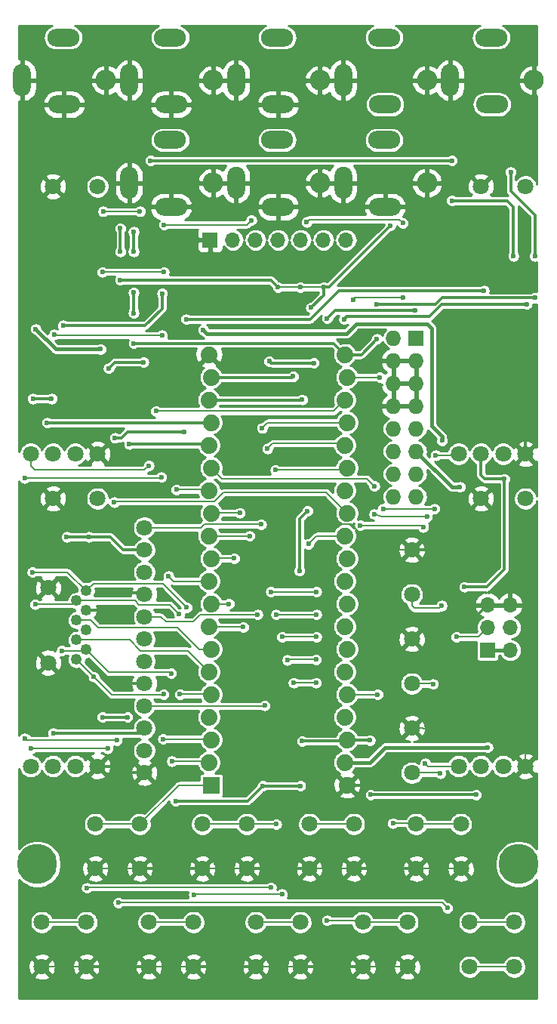
<source format=gtl>
G04 #@! TF.GenerationSoftware,KiCad,Pcbnew,(5.1.4)-1*
G04 #@! TF.CreationDate,2020-06-21T13:40:25+09:00*
G04 #@! TF.ProjectId,dooper-main,646f6f70-6572-42d6-9d61-696e2e6b6963,rev?*
G04 #@! TF.SameCoordinates,Original*
G04 #@! TF.FileFunction,Copper,L1,Top*
G04 #@! TF.FilePolarity,Positive*
%FSLAX46Y46*%
G04 Gerber Fmt 4.6, Leading zero omitted, Abs format (unit mm)*
G04 Created by KiCad (PCBNEW (5.1.4)-1) date 2020-06-21 13:40:25*
%MOMM*%
%LPD*%
G04 APERTURE LIST*
%ADD10C,1.800000*%
%ADD11R,1.879600X1.879600*%
%ADD12C,1.879600*%
%ADD13C,1.250000*%
%ADD14O,2.000000X3.600000*%
%ADD15O,2.300000X2.300000*%
%ADD16O,3.600000X2.000000*%
%ADD17C,4.500000*%
%ADD18R,1.700000X1.700000*%
%ADD19O,1.700000X1.700000*%
%ADD20R,1.727200X1.727200*%
%ADD21O,1.727200X1.727200*%
%ADD22C,0.600000*%
%ADD23C,0.800000*%
%ADD24C,0.300000*%
%ADD25C,0.200000*%
%ADD26C,0.400000*%
%ADD27C,0.254000*%
G04 APERTURE END LIST*
D10*
X59000000Y-144500000D03*
X64000000Y-144500000D03*
X64000000Y-139500000D03*
X59000000Y-139500000D03*
X77000000Y-155500000D03*
X82000000Y-155500000D03*
X82000000Y-150500000D03*
X77000000Y-150500000D03*
X65000000Y-155500000D03*
X70000000Y-155500000D03*
X70000000Y-150500000D03*
X65000000Y-150500000D03*
X71000000Y-144500000D03*
X76000000Y-144500000D03*
X76000000Y-139500000D03*
X71000000Y-139500000D03*
X83000000Y-144500000D03*
X88000000Y-144500000D03*
X88000000Y-139500000D03*
X83000000Y-139500000D03*
X95000000Y-144500000D03*
X100000000Y-144500000D03*
X100000000Y-139500000D03*
X95000000Y-139500000D03*
X53000000Y-155500000D03*
X58000000Y-155500000D03*
X58000000Y-150500000D03*
X53000000Y-150500000D03*
X89000000Y-155500000D03*
X94000000Y-155500000D03*
X94000000Y-150500000D03*
X89000000Y-150500000D03*
X101000000Y-155500000D03*
X106000000Y-155500000D03*
X106000000Y-150500000D03*
X101000000Y-150500000D03*
X102250000Y-98000000D03*
X99750000Y-98000000D03*
X102250000Y-68000000D03*
X107250000Y-68000000D03*
X107250000Y-98000000D03*
X104750000Y-98000000D03*
X54250000Y-133000000D03*
X51750000Y-133000000D03*
X54250000Y-103000000D03*
X59250000Y-103000000D03*
X59250000Y-133000000D03*
X56750000Y-133000000D03*
X102250000Y-133000000D03*
X99750000Y-133000000D03*
X102250000Y-103000000D03*
X107250000Y-103000000D03*
X107250000Y-133000000D03*
X104750000Y-133000000D03*
X64500000Y-108750000D03*
X64500000Y-106250000D03*
X94500000Y-108750000D03*
X94500000Y-113750000D03*
X64500000Y-113750000D03*
X64500000Y-111250000D03*
X64500000Y-118750000D03*
X64500000Y-116250000D03*
X94500000Y-118750000D03*
X94500000Y-123750000D03*
X64500000Y-123750000D03*
X64500000Y-121250000D03*
X54250000Y-98000000D03*
X51750000Y-98000000D03*
X54250000Y-68000000D03*
X59250000Y-68000000D03*
X59250000Y-98000000D03*
X56750000Y-98000000D03*
X64500000Y-128750000D03*
X64500000Y-126250000D03*
X94500000Y-128750000D03*
X94500000Y-133750000D03*
X64500000Y-133750000D03*
X64500000Y-131250000D03*
D11*
X72007000Y-135130000D03*
D12*
X71753000Y-132590000D03*
X72007000Y-130050000D03*
X71753000Y-127510000D03*
X72007000Y-124970000D03*
X71753000Y-122430000D03*
X72007000Y-119890000D03*
X71753000Y-117350000D03*
X72007000Y-114810000D03*
X71753000Y-112270000D03*
X72007000Y-109730000D03*
X71753000Y-107190000D03*
X72007000Y-104650000D03*
X71753000Y-102110000D03*
X72007000Y-99570000D03*
X71753000Y-97030000D03*
X72007000Y-94490000D03*
X71753000Y-91950000D03*
X72007000Y-89410000D03*
X71753000Y-86870000D03*
X86993000Y-86870000D03*
X87247000Y-89410000D03*
X86993000Y-91950000D03*
X87247000Y-94490000D03*
X86993000Y-97030000D03*
X87247000Y-99570000D03*
X86993000Y-102110000D03*
X87247000Y-104650000D03*
X86993000Y-107190000D03*
X87247000Y-109730000D03*
X86993000Y-112270000D03*
X87247000Y-114810000D03*
X86993000Y-117350000D03*
X87247000Y-119890000D03*
X86993000Y-122430000D03*
X87247000Y-124970000D03*
X86993000Y-127510000D03*
X87247000Y-130050000D03*
X86993000Y-132590000D03*
X87247000Y-135130000D03*
D13*
X57985000Y-113350000D03*
X56885000Y-114450000D03*
X57985000Y-115550000D03*
X56885000Y-116650000D03*
X57985000Y-117750000D03*
X56885000Y-118850000D03*
X57985000Y-119950000D03*
X56885000Y-121050000D03*
D10*
X53715000Y-113000000D03*
X53715000Y-121400000D03*
D14*
X98800000Y-56100000D03*
D15*
X108200000Y-56100000D03*
D16*
X103500000Y-58800000D03*
X103400000Y-51300000D03*
D14*
X74800000Y-56100000D03*
D15*
X84200000Y-56100000D03*
D16*
X79500000Y-58800000D03*
X79400000Y-51300000D03*
D14*
X86800000Y-56100000D03*
D15*
X96200000Y-56100000D03*
D16*
X91500000Y-58800000D03*
X91400000Y-51300000D03*
D14*
X62800000Y-56100000D03*
D15*
X72200000Y-56100000D03*
D16*
X67500000Y-58800000D03*
X67400000Y-51300000D03*
D14*
X50800000Y-56100000D03*
D15*
X60200000Y-56100000D03*
D16*
X55500000Y-58800000D03*
X55400000Y-51300000D03*
D14*
X86800000Y-67600000D03*
D15*
X96200000Y-67600000D03*
D16*
X91500000Y-70300000D03*
X91400000Y-62800000D03*
D14*
X62800000Y-67600000D03*
D15*
X72200000Y-67600000D03*
D16*
X67500000Y-70300000D03*
X67400000Y-62800000D03*
D14*
X74800000Y-67600000D03*
D15*
X84200000Y-67600000D03*
D16*
X79500000Y-70300000D03*
X79400000Y-62800000D03*
D17*
X106500000Y-144000000D03*
X52500000Y-144000000D03*
D18*
X103000000Y-120000000D03*
D19*
X105540000Y-120000000D03*
X103000000Y-117460000D03*
X105540000Y-117460000D03*
X103000000Y-114920000D03*
X105540000Y-114920000D03*
D18*
X71880000Y-74000000D03*
D19*
X74420000Y-74000000D03*
X76960000Y-74000000D03*
X79500000Y-74000000D03*
X82040000Y-74000000D03*
X84580000Y-74000000D03*
X87120000Y-74000000D03*
D20*
X95000000Y-85000000D03*
D21*
X92460000Y-85000000D03*
X95000000Y-87540000D03*
X92460000Y-87540000D03*
X95000000Y-90080000D03*
X92460000Y-90080000D03*
X95000000Y-92620000D03*
X92460000Y-92620000D03*
X95000000Y-95160000D03*
X92460000Y-95160000D03*
X95000000Y-97700000D03*
X92460000Y-97700000D03*
X95000000Y-100240000D03*
X92460000Y-100240000D03*
X95000000Y-102780000D03*
X92460000Y-102780000D03*
D22*
X60500000Y-88400000D03*
X64400000Y-87700000D03*
X105900000Y-75800000D03*
X99000000Y-69600000D03*
X99000000Y-65100000D03*
X65200000Y-65100000D03*
X66500000Y-80000000D03*
X55400000Y-83600000D03*
X102100000Y-76500000D03*
X100400000Y-76400000D03*
X62500000Y-123700000D03*
X62500000Y-113600000D03*
X61400000Y-128400000D03*
X59300000Y-128500000D03*
X80100000Y-111700000D03*
X81000000Y-104300000D03*
X61500000Y-115600000D03*
X94500000Y-131900000D03*
D23*
X98300000Y-83300000D03*
X101000000Y-90400000D03*
D22*
X62400000Y-91800000D03*
X59200000Y-73600000D03*
X81200000Y-95700000D03*
X79300000Y-95700000D03*
X77500000Y-94000000D03*
X79200000Y-98400000D03*
X81200000Y-98400000D03*
X81200000Y-101600000D03*
X78300000Y-90700000D03*
X81100000Y-90800000D03*
X77600000Y-88400000D03*
X78200000Y-83700000D03*
X79900000Y-81900000D03*
X78400000Y-80800000D03*
X75600000Y-81700000D03*
X71000000Y-80100000D03*
X68300000Y-81500000D03*
X69400000Y-99500000D03*
X64700000Y-97900000D03*
X53000000Y-96300000D03*
X83900000Y-98400000D03*
X83900000Y-95700000D03*
X84800000Y-92200000D03*
X84800000Y-86800000D03*
X65600000Y-89800000D03*
X65900000Y-83700000D03*
X67000000Y-82800000D03*
X65500000Y-81300000D03*
X62100000Y-82700000D03*
X55400000Y-82500000D03*
X55400000Y-75600000D03*
X105000000Y-83700000D03*
X103100000Y-88400000D03*
X107100000Y-82400000D03*
X107100000Y-91500000D03*
X103200000Y-95200000D03*
X105200000Y-89300000D03*
X107900000Y-94000000D03*
X88600000Y-84900000D03*
X107900000Y-108700000D03*
X103800000Y-107700000D03*
X106400000Y-110600000D03*
X103500000Y-110300000D03*
X108000000Y-121400000D03*
X104300000Y-122100000D03*
X101800000Y-122100000D03*
X99600000Y-122100000D03*
X96800000Y-118800000D03*
X96800000Y-122500000D03*
X96800000Y-124900000D03*
X96800000Y-129800000D03*
X98600000Y-129700000D03*
X101300000Y-129800000D03*
X91600000Y-135100000D03*
X77800000Y-136800000D03*
X77800000Y-133800000D03*
X77800000Y-127600000D03*
X73700000Y-127600000D03*
X73900000Y-133700000D03*
X73900000Y-125300000D03*
X76900000Y-125300000D03*
X77000000Y-117500000D03*
X73800000Y-118700000D03*
X77300000Y-107900000D03*
X74800000Y-110900000D03*
X76400000Y-115000000D03*
X70300000Y-123800000D03*
X67200000Y-121300000D03*
X68800000Y-127200000D03*
X68800000Y-131200000D03*
X68800000Y-133500000D03*
X67200000Y-118800000D03*
X67200000Y-115800000D03*
X66900000Y-114100000D03*
X69000000Y-113300000D03*
X69000000Y-111300000D03*
X69000000Y-107300000D03*
X66100000Y-107500000D03*
X69000000Y-104800000D03*
X66100000Y-104700000D03*
X66100000Y-102000000D03*
X56900000Y-101700000D03*
X85100000Y-128900000D03*
X85100000Y-131400000D03*
X57900000Y-124600000D03*
X56100000Y-124600000D03*
X54300000Y-124600000D03*
X102600000Y-79700000D03*
X69200000Y-82900000D03*
X69000000Y-95500000D03*
X61200000Y-96200000D03*
X52000000Y-91800000D03*
X54100000Y-91800000D03*
X97900000Y-96500000D03*
X71100000Y-84100000D03*
X103000000Y-130900000D03*
X99900000Y-101700000D03*
X99500000Y-118500000D03*
X74000000Y-114800000D03*
X74590000Y-109700000D03*
X75200000Y-104600000D03*
X75600000Y-117400000D03*
X76300000Y-107200000D03*
X69250000Y-115200000D03*
X51950000Y-111250000D03*
X66650000Y-124950000D03*
X66600000Y-129950000D03*
X58817500Y-122982500D03*
X67500000Y-122600000D03*
X67600000Y-132450000D03*
X55250000Y-120050000D03*
X79500000Y-79300000D03*
X82000000Y-79300000D03*
X84600000Y-79300000D03*
X101700000Y-136200000D03*
X89900000Y-136200000D03*
X89800000Y-130100000D03*
X77800000Y-135200000D03*
X82000000Y-135200000D03*
X82200000Y-130200000D03*
X68000000Y-136900000D03*
X62600000Y-127500000D03*
X59800000Y-127500000D03*
X82800000Y-104400000D03*
X81900000Y-111100000D03*
X83500000Y-87800000D03*
X78500000Y-87600000D03*
X83200000Y-81600000D03*
X92100000Y-72400000D03*
X61800000Y-78500000D03*
X61800000Y-75300000D03*
X61800000Y-72700000D03*
X68400000Y-115950000D03*
X68500000Y-124950000D03*
X52250000Y-114850000D03*
X96200000Y-105050000D03*
X90300000Y-104750000D03*
X90300000Y-101600000D03*
X100400000Y-112900000D03*
X104900000Y-100800000D03*
X90600000Y-85100000D03*
X90600000Y-81200000D03*
X108300000Y-80500000D03*
X108300000Y-75800000D03*
X105600000Y-66400000D03*
X63309801Y-85590199D03*
X63300000Y-82200000D03*
X63300000Y-79900000D03*
X63300000Y-75300000D03*
X63300000Y-73100000D03*
X58300000Y-107300000D03*
X55800000Y-107300000D03*
X54300000Y-129300000D03*
X97850000Y-115000000D03*
X96900000Y-123800000D03*
X97700000Y-133800000D03*
X83750000Y-121050000D03*
X80550000Y-121100000D03*
X83800000Y-118500000D03*
X79950000Y-118500000D03*
X79950000Y-147350000D03*
X70050000Y-147400000D03*
X83800000Y-116000000D03*
X79290000Y-116000000D03*
X79300000Y-139500000D03*
X83750000Y-123650000D03*
X81250000Y-123650000D03*
X92400000Y-139400000D03*
X90670000Y-124970000D03*
X83800000Y-113450000D03*
X78700000Y-113450000D03*
X78700000Y-146600000D03*
X58050000Y-146650000D03*
X85000000Y-150300000D03*
X62800000Y-96900000D03*
X53600000Y-94500000D03*
X82200000Y-91900000D03*
X86900000Y-82900000D03*
X107400000Y-81200000D03*
X67200000Y-111700000D03*
X82900000Y-108100000D03*
X81200000Y-89300000D03*
X85000000Y-82800000D03*
X94900000Y-81900000D03*
X68100000Y-102000000D03*
X61100000Y-103400000D03*
X60400000Y-131000000D03*
X51800000Y-131000000D03*
X88700000Y-106000000D03*
X95800000Y-106200000D03*
X96000000Y-132700000D03*
X91300000Y-104150000D03*
X97200000Y-98150000D03*
X97050000Y-104150000D03*
X90900000Y-89400000D03*
X77600000Y-105900000D03*
X77700000Y-95100000D03*
X77200000Y-116000000D03*
X78300000Y-97400000D03*
X78000000Y-126200000D03*
X79200000Y-99800000D03*
X98500000Y-148900000D03*
X61600000Y-148300000D03*
X61400000Y-130100000D03*
X51100000Y-129900000D03*
X51100000Y-100700000D03*
X66400000Y-100600000D03*
X66500000Y-84700000D03*
X54400000Y-84600000D03*
X65800000Y-93200000D03*
X65000000Y-99300000D03*
X59800000Y-77600000D03*
X66700000Y-77600000D03*
X66700000Y-72300000D03*
X76500000Y-71800000D03*
X59900000Y-70800000D03*
X64000000Y-70800000D03*
X52300000Y-84000000D03*
X59600000Y-86240010D03*
X93500000Y-80500000D03*
X93500000Y-72100000D03*
X82700000Y-72000000D03*
X87900000Y-80700000D03*
D24*
X60500000Y-88400000D02*
X61200000Y-87700000D01*
X61200000Y-87700000D02*
X64400000Y-87700000D01*
X105900000Y-75800000D02*
X105900000Y-70300000D01*
X105900000Y-70300000D02*
X105200000Y-69600000D01*
X105200000Y-69600000D02*
X99000000Y-69600000D01*
X99000000Y-65100000D02*
X65200000Y-65100000D01*
X66500000Y-80000000D02*
X66500000Y-81700000D01*
X66500000Y-81700000D02*
X64600000Y-83600000D01*
X64600000Y-83600000D02*
X55400000Y-83600000D01*
D25*
X95000000Y-144500000D02*
X100000000Y-144500000D01*
X88000000Y-144500000D02*
X83000000Y-144500000D01*
X89000000Y-155500000D02*
X94000000Y-155500000D01*
X82000000Y-155500000D02*
X77000000Y-155500000D01*
X74727208Y-144500000D02*
X71000000Y-144500000D01*
X76000000Y-144500000D02*
X74727208Y-144500000D01*
X70000000Y-155500000D02*
X65000000Y-155500000D01*
X58000000Y-155500000D02*
X53000000Y-155500000D01*
X59000000Y-144500000D02*
X64000000Y-144500000D01*
D24*
X102100000Y-76500000D02*
X100500000Y-76500000D01*
X100500000Y-76500000D02*
X100400000Y-76400000D01*
X65000000Y-155500000D02*
X58000000Y-155500000D01*
X70000000Y-155500000D02*
X77000000Y-155500000D01*
X64000000Y-144500000D02*
X71000000Y-144500000D01*
X76000000Y-144500000D02*
X83000000Y-144500000D01*
X83272792Y-155500000D02*
X89000000Y-155500000D01*
X82000000Y-155500000D02*
X83272792Y-155500000D01*
D25*
X107200000Y-132950000D02*
X107250000Y-133000000D01*
X107200000Y-129700000D02*
X107200000Y-132950000D01*
X106300000Y-128800000D02*
X107200000Y-129700000D01*
X95822792Y-128800000D02*
X106300000Y-128800000D01*
X94500000Y-128750000D02*
X95772792Y-128750000D01*
X95772792Y-128750000D02*
X95822792Y-128800000D01*
D24*
X88000000Y-144500000D02*
X95000000Y-144500000D01*
X59250000Y-133000000D02*
X60800000Y-133000000D01*
X61550000Y-133750000D02*
X64500000Y-133750000D01*
X60800000Y-133000000D02*
X61550000Y-133750000D01*
X64500000Y-123750000D02*
X62550000Y-123750000D01*
X62550000Y-123750000D02*
X62500000Y-123700000D01*
X64350000Y-113600000D02*
X64500000Y-113750000D01*
X62500000Y-113600000D02*
X64350000Y-113600000D01*
X61400000Y-128400000D02*
X59400000Y-128400000D01*
X59400000Y-128400000D02*
X59300000Y-128500000D01*
X80100000Y-111700000D02*
X80100000Y-105200000D01*
X80100000Y-105200000D02*
X81000000Y-104300000D01*
X57985000Y-115550000D02*
X61450000Y-115550000D01*
X61450000Y-115550000D02*
X61500000Y-115600000D01*
X92800000Y-131900000D02*
X94500000Y-131900000D01*
X87247000Y-135130000D02*
X89570000Y-135130000D01*
X89570000Y-135130000D02*
X92800000Y-131900000D01*
X95399999Y-117850001D02*
X95399999Y-117600001D01*
X94500000Y-118750000D02*
X95399999Y-117850001D01*
X95399999Y-117600001D02*
X96900000Y-116100000D01*
X101820000Y-116100000D02*
X103000000Y-114920000D01*
X96900000Y-116100000D02*
X101820000Y-116100000D01*
X96500000Y-108750000D02*
X102250000Y-103000000D01*
X94500000Y-108750000D02*
X96500000Y-108750000D01*
X107250000Y-95450000D02*
X107250000Y-98000000D01*
X101000000Y-90400000D02*
X102200000Y-90400000D01*
X102200000Y-90400000D02*
X107250000Y-95450000D01*
X98300000Y-83300000D02*
X98300000Y-86600000D01*
X101000000Y-89300000D02*
X101000000Y-90400000D01*
X98300000Y-86600000D02*
X101000000Y-89300000D01*
D25*
X93227208Y-108750000D02*
X94500000Y-108750000D01*
X90576798Y-108750000D02*
X93227208Y-108750000D01*
X87706599Y-105879801D02*
X90576798Y-108750000D01*
X81800000Y-103500000D02*
X84200000Y-103500000D01*
X81000000Y-104300000D02*
X81800000Y-103500000D01*
X84200000Y-103500000D02*
X86500000Y-105800000D01*
X86500000Y-105800000D02*
X86576894Y-105800000D01*
X86576894Y-105800000D02*
X86656695Y-105879801D01*
X86656695Y-105879801D02*
X87706599Y-105879801D01*
D24*
X102600000Y-79700000D02*
X86300000Y-79700000D01*
X86300000Y-79700000D02*
X83100000Y-82900000D01*
X83100000Y-82900000D02*
X69200000Y-82900000D01*
X61900000Y-96200000D02*
X61200000Y-96200000D01*
X69000000Y-95500000D02*
X62600000Y-95500000D01*
X62600000Y-95500000D02*
X61900000Y-96200000D01*
X52000000Y-91800000D02*
X54100000Y-91800000D01*
D26*
X87200000Y-84500000D02*
X71500000Y-84500000D01*
X97900000Y-96500000D02*
X97900000Y-96075736D01*
X71500000Y-84500000D02*
X71100000Y-84100000D01*
X96700000Y-94875736D02*
X96700000Y-83900000D01*
X96700000Y-83900000D02*
X96200000Y-83400000D01*
X97900000Y-96075736D02*
X96700000Y-94875736D01*
X96200000Y-83400000D02*
X88300000Y-83400000D01*
X88300000Y-83400000D02*
X87200000Y-84500000D01*
X103000000Y-120000000D02*
X105540000Y-120000000D01*
X103000000Y-130900000D02*
X91500000Y-130900000D01*
X89810000Y-132590000D02*
X86993000Y-132590000D01*
X91500000Y-130900000D02*
X89810000Y-132590000D01*
X95000000Y-97700000D02*
X99000000Y-101700000D01*
X99000000Y-101700000D02*
X99900000Y-101700000D01*
D25*
X101960000Y-118500000D02*
X103000000Y-117460000D01*
X99500000Y-118500000D02*
X101960000Y-118500000D01*
X72017000Y-114800000D02*
X72007000Y-114810000D01*
X74000000Y-114800000D02*
X72017000Y-114800000D01*
X72037000Y-109700000D02*
X72007000Y-109730000D01*
X74590000Y-109700000D02*
X72037000Y-109700000D01*
X72057000Y-104600000D02*
X72007000Y-104650000D01*
X75200000Y-104600000D02*
X72057000Y-104600000D01*
X71803000Y-117400000D02*
X71753000Y-117350000D01*
X75600000Y-117400000D02*
X71803000Y-117400000D01*
X71763000Y-107200000D02*
X71753000Y-107190000D01*
X76300000Y-107200000D02*
X71763000Y-107200000D01*
X66609999Y-112559999D02*
X69250000Y-115200000D01*
X57985000Y-113350000D02*
X58775001Y-112559999D01*
X58775001Y-112559999D02*
X66609999Y-112559999D01*
X55885000Y-111250000D02*
X57985000Y-113350000D01*
X51950000Y-111250000D02*
X55885000Y-111250000D01*
X66600000Y-125000000D02*
X66650000Y-124950000D01*
X60835000Y-125000000D02*
X66600000Y-125000000D01*
X71907000Y-129950000D02*
X72007000Y-130050000D01*
X66600000Y-129950000D02*
X71907000Y-129950000D01*
X56885000Y-121050000D02*
X58817500Y-122982500D01*
X58817500Y-122982500D02*
X60835000Y-125000000D01*
X67340001Y-122440001D02*
X67500000Y-122600000D01*
X57985000Y-119950000D02*
X60475001Y-122440001D01*
X60475001Y-122440001D02*
X67340001Y-122440001D01*
X71613000Y-132450000D02*
X71753000Y-132590000D01*
X67600000Y-132450000D02*
X71613000Y-132450000D01*
X57885000Y-120050000D02*
X57985000Y-119950000D01*
X55250000Y-120050000D02*
X57885000Y-120050000D01*
X70813201Y-121490201D02*
X71753000Y-122430000D01*
X69382999Y-120059999D02*
X70813201Y-121490201D01*
X64048797Y-120059999D02*
X69382999Y-120059999D01*
X62838798Y-118850000D02*
X64048797Y-120059999D01*
X56885000Y-118850000D02*
X62838798Y-118850000D01*
X101000000Y-150500000D02*
X106000000Y-150500000D01*
X79500000Y-79300000D02*
X82000000Y-79300000D01*
X82000000Y-79300000D02*
X84600000Y-79300000D01*
D24*
X101700000Y-136200000D02*
X89900000Y-136200000D01*
X87297000Y-130100000D02*
X87247000Y-130050000D01*
X89800000Y-130100000D02*
X87297000Y-130100000D01*
X77800000Y-135200000D02*
X82000000Y-135200000D01*
X87097000Y-130200000D02*
X82200000Y-130200000D01*
X87247000Y-130050000D02*
X87097000Y-130200000D01*
X77800000Y-135200000D02*
X76100000Y-136900000D01*
X76100000Y-136900000D02*
X68000000Y-136900000D01*
X62600000Y-127500000D02*
X59800000Y-127500000D01*
X82800000Y-104400000D02*
X81900000Y-105300000D01*
X81900000Y-105300000D02*
X81900000Y-111100000D01*
X83500000Y-87800000D02*
X78700000Y-87800000D01*
X78700000Y-87800000D02*
X78500000Y-87600000D01*
X84600000Y-80200000D02*
X84600000Y-79300000D01*
X83200000Y-81600000D02*
X84600000Y-80200000D01*
X84600000Y-79300000D02*
X85200000Y-79300000D01*
X85200000Y-79300000D02*
X92100000Y-72400000D01*
X79500000Y-79300000D02*
X78700000Y-78500000D01*
X78700000Y-78500000D02*
X61800000Y-78500000D01*
X61800000Y-72600000D02*
X61800000Y-75300000D01*
X61800000Y-72700000D02*
X61800000Y-72600000D01*
D25*
X57768883Y-116650000D02*
X56885000Y-116650000D01*
X58500000Y-116650000D02*
X57768883Y-116650000D01*
X59290001Y-117440001D02*
X58500000Y-116650000D01*
X68227924Y-117440001D02*
X59290001Y-117440001D01*
X72007000Y-119890000D02*
X70677923Y-119890000D01*
X70677923Y-119890000D02*
X68227924Y-117440001D01*
X67390001Y-114940001D02*
X68400000Y-115950000D01*
X63928799Y-114940001D02*
X67390001Y-114940001D01*
X56885000Y-114450000D02*
X63438798Y-114450000D01*
X63438798Y-114450000D02*
X63928799Y-114940001D01*
X71987000Y-124950000D02*
X72007000Y-124970000D01*
X68500000Y-124950000D02*
X71987000Y-124950000D01*
X56485000Y-114850000D02*
X56885000Y-114450000D01*
X52250000Y-114850000D02*
X56485000Y-114850000D01*
X91150000Y-105050000D02*
X96200000Y-105050000D01*
X90300000Y-104750000D02*
X91150000Y-105050000D01*
X73236801Y-100799801D02*
X72007000Y-99570000D01*
X90300000Y-101600000D02*
X89499801Y-100799801D01*
X89499801Y-100799801D02*
X73236801Y-100799801D01*
D24*
X102900000Y-112900000D02*
X100400000Y-112900000D01*
X104900000Y-110900000D02*
X102900000Y-112900000D01*
X104900000Y-100800000D02*
X104900000Y-110900000D01*
X104900000Y-100800000D02*
X102700000Y-100800000D01*
X102250000Y-100350000D02*
X102250000Y-98000000D01*
X102700000Y-100800000D02*
X102250000Y-100350000D01*
X86993000Y-86870000D02*
X88830000Y-86870000D01*
X88830000Y-86870000D02*
X90600000Y-85100000D01*
X97887024Y-80500000D02*
X108300000Y-80500000D01*
X90600000Y-81200000D02*
X97187024Y-81200000D01*
X97187024Y-81200000D02*
X97887024Y-80500000D01*
X105600000Y-68500000D02*
X105600000Y-66400000D01*
X108300000Y-75800000D02*
X108300000Y-71200000D01*
X108300000Y-71200000D02*
X105600000Y-68500000D01*
X85713199Y-85590199D02*
X86993000Y-86870000D01*
X63309801Y-85590199D02*
X85713199Y-85590199D01*
X63300000Y-82200000D02*
X63300000Y-79900000D01*
X63300000Y-75300000D02*
X63300000Y-73100000D01*
X58300000Y-107300000D02*
X55800000Y-107300000D01*
X62150000Y-108750000D02*
X64500000Y-108750000D01*
X58300000Y-107300000D02*
X60700000Y-107300000D01*
X60700000Y-107300000D02*
X62150000Y-108750000D01*
X63950000Y-129300000D02*
X64500000Y-128750000D01*
X54300000Y-129300000D02*
X63950000Y-129300000D01*
D25*
X97550001Y-115299999D02*
X97850000Y-115000000D01*
X94777207Y-115299999D02*
X97550001Y-115299999D01*
X94500000Y-115022792D02*
X94777207Y-115299999D01*
X94500000Y-113750000D02*
X94500000Y-115022792D01*
X94500000Y-123750000D02*
X96850000Y-123750000D01*
X96850000Y-123750000D02*
X96900000Y-123800000D01*
X94500000Y-133750000D02*
X97650000Y-133750000D01*
X97650000Y-133750000D02*
X97700000Y-133800000D01*
X78272792Y-150500000D02*
X82000000Y-150500000D01*
X77000000Y-150500000D02*
X78272792Y-150500000D01*
X83750000Y-121050000D02*
X80600000Y-121050000D01*
X80600000Y-121050000D02*
X80550000Y-121100000D01*
X65000000Y-150500000D02*
X70000000Y-150500000D01*
X83800000Y-118500000D02*
X79950000Y-118500000D01*
X79950000Y-147350000D02*
X70100000Y-147350000D01*
X70100000Y-147350000D02*
X70050000Y-147400000D01*
X68370000Y-135130000D02*
X64000000Y-139500000D01*
X72007000Y-135130000D02*
X68370000Y-135130000D01*
X59000000Y-139500000D02*
X64000000Y-139500000D01*
X71000000Y-139500000D02*
X76000000Y-139500000D01*
X83800000Y-116000000D02*
X79290000Y-116000000D01*
X79300000Y-139500000D02*
X76000000Y-139500000D01*
X84272792Y-139500000D02*
X88000000Y-139500000D01*
X83000000Y-139500000D02*
X84272792Y-139500000D01*
X83750000Y-123650000D02*
X81250000Y-123650000D01*
X95000000Y-139500000D02*
X100000000Y-139500000D01*
X94900000Y-139400000D02*
X95000000Y-139500000D01*
X92400000Y-139400000D02*
X94900000Y-139400000D01*
X90670000Y-124970000D02*
X87247000Y-124970000D01*
X54272792Y-150500000D02*
X58000000Y-150500000D01*
X53000000Y-150500000D02*
X54272792Y-150500000D01*
X83800000Y-113450000D02*
X78700000Y-113450000D01*
X78700000Y-146600000D02*
X58100000Y-146600000D01*
X58100000Y-146600000D02*
X58050000Y-146650000D01*
X89000000Y-150500000D02*
X94000000Y-150500000D01*
X88800000Y-150300000D02*
X89000000Y-150500000D01*
X85000000Y-150300000D02*
X88800000Y-150300000D01*
D24*
X71623000Y-96900000D02*
X71753000Y-97030000D01*
X62800000Y-96900000D02*
X71623000Y-96900000D01*
X55810000Y-94490000D02*
X72007000Y-94490000D01*
X53600000Y-94500000D02*
X55800000Y-94500000D01*
X55800000Y-94500000D02*
X55810000Y-94490000D01*
X71753000Y-91950000D02*
X82150000Y-91950000D01*
X82150000Y-91950000D02*
X82200000Y-91900000D01*
X87200000Y-82600000D02*
X86900000Y-82900000D01*
X96480002Y-82600000D02*
X87200000Y-82600000D01*
X107400000Y-81200000D02*
X97880002Y-81200000D01*
X97880002Y-81200000D02*
X96480002Y-82600000D01*
D25*
X67770000Y-112270000D02*
X71753000Y-112270000D01*
X67200000Y-111700000D02*
X67770000Y-112270000D01*
X83810000Y-107190000D02*
X86993000Y-107190000D01*
X82900000Y-108100000D02*
X83810000Y-107190000D01*
D24*
X72007000Y-89410000D02*
X81090000Y-89410000D01*
X81090000Y-89410000D02*
X81200000Y-89300000D01*
X85000000Y-82800000D02*
X85900000Y-81900000D01*
X85900000Y-81900000D02*
X94900000Y-81900000D01*
D25*
X71643000Y-102000000D02*
X71753000Y-102110000D01*
X68100000Y-102000000D02*
X71643000Y-102000000D01*
X87247000Y-104650000D02*
X84897000Y-102300000D01*
X73383106Y-102300000D02*
X72600000Y-103083106D01*
X84897000Y-102300000D02*
X73383106Y-102300000D01*
X72343305Y-103339801D02*
X62539801Y-103339801D01*
X72600000Y-103083106D02*
X72343305Y-103339801D01*
X62539801Y-103339801D02*
X61160199Y-103339801D01*
X61160199Y-103339801D02*
X61100000Y-103400000D01*
X60400000Y-131000000D02*
X51800000Y-131000000D01*
X88700000Y-106000000D02*
X95600000Y-106000000D01*
X95600000Y-106000000D02*
X95800000Y-106200000D01*
X96300000Y-133000000D02*
X99750000Y-133000000D01*
X96000000Y-132700000D02*
X96300000Y-133000000D01*
X97200000Y-98150000D02*
X99600000Y-98150000D01*
X99600000Y-98150000D02*
X99750000Y-98000000D01*
X91300000Y-104150000D02*
X97050000Y-104150000D01*
X87247000Y-89410000D02*
X90890000Y-89410000D01*
X90890000Y-89410000D02*
X90900000Y-89400000D01*
X71222894Y-105900000D02*
X77600000Y-105900000D01*
X64500000Y-106250000D02*
X70872894Y-106250000D01*
X70872894Y-106250000D02*
X71222894Y-105900000D01*
X78310000Y-94490000D02*
X87247000Y-94490000D01*
X77700000Y-95100000D02*
X78310000Y-94490000D01*
X86763000Y-96800000D02*
X86993000Y-97030000D01*
X78300000Y-97400000D02*
X78900000Y-96800000D01*
X78900000Y-96800000D02*
X86763000Y-96800000D01*
X77160199Y-116039801D02*
X77200000Y-116000000D01*
X70760199Y-116039801D02*
X77160199Y-116039801D01*
X70000000Y-116800000D02*
X70760199Y-116039801D01*
X66900000Y-116800000D02*
X70000000Y-116800000D01*
X64500000Y-116250000D02*
X66350000Y-116250000D01*
X66350000Y-116250000D02*
X66900000Y-116800000D01*
X64500000Y-126250000D02*
X77950000Y-126250000D01*
X77950000Y-126250000D02*
X78000000Y-126200000D01*
X87017000Y-99800000D02*
X87247000Y-99570000D01*
X79200000Y-99800000D02*
X87017000Y-99800000D01*
X98500000Y-148900000D02*
X97900000Y-148300000D01*
X97900000Y-148300000D02*
X61600000Y-148300000D01*
X61400000Y-130100000D02*
X51300000Y-130100000D01*
X51300000Y-130100000D02*
X51100000Y-129900000D01*
X51100000Y-100700000D02*
X66300000Y-100700000D01*
X66300000Y-100700000D02*
X66400000Y-100600000D01*
X66500000Y-84700000D02*
X54500000Y-84700000D01*
X54500000Y-84700000D02*
X54400000Y-84600000D01*
X102272792Y-155500000D02*
X106000000Y-155500000D01*
X101000000Y-155500000D02*
X102272792Y-155500000D01*
X86993000Y-91950000D02*
X85743000Y-93200000D01*
X85743000Y-93200000D02*
X65800000Y-93200000D01*
X51750000Y-99350000D02*
X51750000Y-98000000D01*
X52200000Y-99800000D02*
X51750000Y-99350000D01*
X65000000Y-99300000D02*
X64500000Y-99800000D01*
X64500000Y-99800000D02*
X52200000Y-99800000D01*
X59800000Y-77600000D02*
X66700000Y-77600000D01*
X66700000Y-72300000D02*
X76000000Y-72300000D01*
X76000000Y-72300000D02*
X76500000Y-71800000D01*
X59900000Y-70800000D02*
X64000000Y-70800000D01*
D26*
X54540010Y-86240010D02*
X59175736Y-86240010D01*
X59175736Y-86240010D02*
X59600000Y-86240010D01*
X52300000Y-84000000D02*
X54540010Y-86240010D01*
D25*
X88100000Y-80500000D02*
X93500000Y-80500000D01*
X87900000Y-80700000D02*
X88100000Y-80500000D01*
X83000000Y-71700000D02*
X82700000Y-72000000D01*
X93500000Y-72100000D02*
X93100000Y-71700000D01*
X93100000Y-71700000D02*
X83000000Y-71700000D01*
D27*
G36*
X108548001Y-97192538D02*
G01*
X108314080Y-97115525D01*
X107429605Y-98000000D01*
X108314080Y-98884475D01*
X108548001Y-98807462D01*
X108548001Y-102723512D01*
X108526004Y-102612928D01*
X108425972Y-102371430D01*
X108280748Y-102154087D01*
X108095913Y-101969252D01*
X107878570Y-101824028D01*
X107637072Y-101723996D01*
X107380698Y-101673000D01*
X107119302Y-101673000D01*
X106862928Y-101723996D01*
X106621430Y-101824028D01*
X106404087Y-101969252D01*
X106219252Y-102154087D01*
X106074028Y-102371430D01*
X105973996Y-102612928D01*
X105923000Y-102869302D01*
X105923000Y-103130698D01*
X105973996Y-103387072D01*
X106074028Y-103628570D01*
X106219252Y-103845913D01*
X106404087Y-104030748D01*
X106621430Y-104175972D01*
X106862928Y-104276004D01*
X107119302Y-104327000D01*
X107380698Y-104327000D01*
X107637072Y-104276004D01*
X107878570Y-104175972D01*
X108095913Y-104030748D01*
X108280748Y-103845913D01*
X108425972Y-103628570D01*
X108526004Y-103387072D01*
X108548001Y-103276488D01*
X108548000Y-132192538D01*
X108314080Y-132115525D01*
X107429605Y-133000000D01*
X108314080Y-133884475D01*
X108548000Y-133807462D01*
X108548000Y-142262150D01*
X108206488Y-141920638D01*
X107768035Y-141627673D01*
X107280852Y-141425875D01*
X106763662Y-141323000D01*
X106236338Y-141323000D01*
X105719148Y-141425875D01*
X105231965Y-141627673D01*
X104793512Y-141920638D01*
X104420638Y-142293512D01*
X104127673Y-142731965D01*
X103925875Y-143219148D01*
X103823000Y-143736338D01*
X103823000Y-144263662D01*
X103925875Y-144780852D01*
X104127673Y-145268035D01*
X104420638Y-145706488D01*
X104793512Y-146079362D01*
X105231965Y-146372327D01*
X105719148Y-146574125D01*
X106236338Y-146677000D01*
X106763662Y-146677000D01*
X107280852Y-146574125D01*
X107768035Y-146372327D01*
X108206488Y-146079362D01*
X108548000Y-145737850D01*
X108548000Y-159048000D01*
X50452000Y-159048000D01*
X50452000Y-156564080D01*
X52115525Y-156564080D01*
X52199208Y-156818261D01*
X52471775Y-156949158D01*
X52764642Y-157024365D01*
X53066553Y-157040991D01*
X53365907Y-156998397D01*
X53651199Y-156898222D01*
X53800792Y-156818261D01*
X53884475Y-156564080D01*
X57115525Y-156564080D01*
X57199208Y-156818261D01*
X57471775Y-156949158D01*
X57764642Y-157024365D01*
X58066553Y-157040991D01*
X58365907Y-156998397D01*
X58651199Y-156898222D01*
X58800792Y-156818261D01*
X58884475Y-156564080D01*
X64115525Y-156564080D01*
X64199208Y-156818261D01*
X64471775Y-156949158D01*
X64764642Y-157024365D01*
X65066553Y-157040991D01*
X65365907Y-156998397D01*
X65651199Y-156898222D01*
X65800792Y-156818261D01*
X65884475Y-156564080D01*
X69115525Y-156564080D01*
X69199208Y-156818261D01*
X69471775Y-156949158D01*
X69764642Y-157024365D01*
X70066553Y-157040991D01*
X70365907Y-156998397D01*
X70651199Y-156898222D01*
X70800792Y-156818261D01*
X70884475Y-156564080D01*
X76115525Y-156564080D01*
X76199208Y-156818261D01*
X76471775Y-156949158D01*
X76764642Y-157024365D01*
X77066553Y-157040991D01*
X77365907Y-156998397D01*
X77651199Y-156898222D01*
X77800792Y-156818261D01*
X77884475Y-156564080D01*
X81115525Y-156564080D01*
X81199208Y-156818261D01*
X81471775Y-156949158D01*
X81764642Y-157024365D01*
X82066553Y-157040991D01*
X82365907Y-156998397D01*
X82651199Y-156898222D01*
X82800792Y-156818261D01*
X82884475Y-156564080D01*
X88115525Y-156564080D01*
X88199208Y-156818261D01*
X88471775Y-156949158D01*
X88764642Y-157024365D01*
X89066553Y-157040991D01*
X89365907Y-156998397D01*
X89651199Y-156898222D01*
X89800792Y-156818261D01*
X89884475Y-156564080D01*
X93115525Y-156564080D01*
X93199208Y-156818261D01*
X93471775Y-156949158D01*
X93764642Y-157024365D01*
X94066553Y-157040991D01*
X94365907Y-156998397D01*
X94651199Y-156898222D01*
X94800792Y-156818261D01*
X94884475Y-156564080D01*
X94000000Y-155679605D01*
X93115525Y-156564080D01*
X89884475Y-156564080D01*
X89000000Y-155679605D01*
X88115525Y-156564080D01*
X82884475Y-156564080D01*
X82000000Y-155679605D01*
X81115525Y-156564080D01*
X77884475Y-156564080D01*
X77000000Y-155679605D01*
X76115525Y-156564080D01*
X70884475Y-156564080D01*
X70000000Y-155679605D01*
X69115525Y-156564080D01*
X65884475Y-156564080D01*
X65000000Y-155679605D01*
X64115525Y-156564080D01*
X58884475Y-156564080D01*
X58000000Y-155679605D01*
X57115525Y-156564080D01*
X53884475Y-156564080D01*
X53000000Y-155679605D01*
X52115525Y-156564080D01*
X50452000Y-156564080D01*
X50452000Y-155566553D01*
X51459009Y-155566553D01*
X51501603Y-155865907D01*
X51601778Y-156151199D01*
X51681739Y-156300792D01*
X51935920Y-156384475D01*
X52820395Y-155500000D01*
X53179605Y-155500000D01*
X54064080Y-156384475D01*
X54318261Y-156300792D01*
X54449158Y-156028225D01*
X54524365Y-155735358D01*
X54533660Y-155566553D01*
X56459009Y-155566553D01*
X56501603Y-155865907D01*
X56601778Y-156151199D01*
X56681739Y-156300792D01*
X56935920Y-156384475D01*
X57820395Y-155500000D01*
X58179605Y-155500000D01*
X59064080Y-156384475D01*
X59318261Y-156300792D01*
X59449158Y-156028225D01*
X59524365Y-155735358D01*
X59533660Y-155566553D01*
X63459009Y-155566553D01*
X63501603Y-155865907D01*
X63601778Y-156151199D01*
X63681739Y-156300792D01*
X63935920Y-156384475D01*
X64820395Y-155500000D01*
X65179605Y-155500000D01*
X66064080Y-156384475D01*
X66318261Y-156300792D01*
X66449158Y-156028225D01*
X66524365Y-155735358D01*
X66533660Y-155566553D01*
X68459009Y-155566553D01*
X68501603Y-155865907D01*
X68601778Y-156151199D01*
X68681739Y-156300792D01*
X68935920Y-156384475D01*
X69820395Y-155500000D01*
X70179605Y-155500000D01*
X71064080Y-156384475D01*
X71318261Y-156300792D01*
X71449158Y-156028225D01*
X71524365Y-155735358D01*
X71533660Y-155566553D01*
X75459009Y-155566553D01*
X75501603Y-155865907D01*
X75601778Y-156151199D01*
X75681739Y-156300792D01*
X75935920Y-156384475D01*
X76820395Y-155500000D01*
X77179605Y-155500000D01*
X78064080Y-156384475D01*
X78318261Y-156300792D01*
X78449158Y-156028225D01*
X78524365Y-155735358D01*
X78533660Y-155566553D01*
X80459009Y-155566553D01*
X80501603Y-155865907D01*
X80601778Y-156151199D01*
X80681739Y-156300792D01*
X80935920Y-156384475D01*
X81820395Y-155500000D01*
X82179605Y-155500000D01*
X83064080Y-156384475D01*
X83318261Y-156300792D01*
X83449158Y-156028225D01*
X83524365Y-155735358D01*
X83533660Y-155566553D01*
X87459009Y-155566553D01*
X87501603Y-155865907D01*
X87601778Y-156151199D01*
X87681739Y-156300792D01*
X87935920Y-156384475D01*
X88820395Y-155500000D01*
X89179605Y-155500000D01*
X90064080Y-156384475D01*
X90318261Y-156300792D01*
X90449158Y-156028225D01*
X90524365Y-155735358D01*
X90533660Y-155566553D01*
X92459009Y-155566553D01*
X92501603Y-155865907D01*
X92601778Y-156151199D01*
X92681739Y-156300792D01*
X92935920Y-156384475D01*
X93820395Y-155500000D01*
X94179605Y-155500000D01*
X95064080Y-156384475D01*
X95318261Y-156300792D01*
X95449158Y-156028225D01*
X95524365Y-155735358D01*
X95540991Y-155433447D01*
X95531865Y-155369302D01*
X99673000Y-155369302D01*
X99673000Y-155630698D01*
X99723996Y-155887072D01*
X99824028Y-156128570D01*
X99969252Y-156345913D01*
X100154087Y-156530748D01*
X100371430Y-156675972D01*
X100612928Y-156776004D01*
X100869302Y-156827000D01*
X101130698Y-156827000D01*
X101387072Y-156776004D01*
X101628570Y-156675972D01*
X101845913Y-156530748D01*
X102030748Y-156345913D01*
X102175972Y-156128570D01*
X102218044Y-156027000D01*
X104781956Y-156027000D01*
X104824028Y-156128570D01*
X104969252Y-156345913D01*
X105154087Y-156530748D01*
X105371430Y-156675972D01*
X105612928Y-156776004D01*
X105869302Y-156827000D01*
X106130698Y-156827000D01*
X106387072Y-156776004D01*
X106628570Y-156675972D01*
X106845913Y-156530748D01*
X107030748Y-156345913D01*
X107175972Y-156128570D01*
X107276004Y-155887072D01*
X107327000Y-155630698D01*
X107327000Y-155369302D01*
X107276004Y-155112928D01*
X107175972Y-154871430D01*
X107030748Y-154654087D01*
X106845913Y-154469252D01*
X106628570Y-154324028D01*
X106387072Y-154223996D01*
X106130698Y-154173000D01*
X105869302Y-154173000D01*
X105612928Y-154223996D01*
X105371430Y-154324028D01*
X105154087Y-154469252D01*
X104969252Y-154654087D01*
X104824028Y-154871430D01*
X104781956Y-154973000D01*
X102218044Y-154973000D01*
X102175972Y-154871430D01*
X102030748Y-154654087D01*
X101845913Y-154469252D01*
X101628570Y-154324028D01*
X101387072Y-154223996D01*
X101130698Y-154173000D01*
X100869302Y-154173000D01*
X100612928Y-154223996D01*
X100371430Y-154324028D01*
X100154087Y-154469252D01*
X99969252Y-154654087D01*
X99824028Y-154871430D01*
X99723996Y-155112928D01*
X99673000Y-155369302D01*
X95531865Y-155369302D01*
X95498397Y-155134093D01*
X95398222Y-154848801D01*
X95318261Y-154699208D01*
X95064080Y-154615525D01*
X94179605Y-155500000D01*
X93820395Y-155500000D01*
X92935920Y-154615525D01*
X92681739Y-154699208D01*
X92550842Y-154971775D01*
X92475635Y-155264642D01*
X92459009Y-155566553D01*
X90533660Y-155566553D01*
X90540991Y-155433447D01*
X90498397Y-155134093D01*
X90398222Y-154848801D01*
X90318261Y-154699208D01*
X90064080Y-154615525D01*
X89179605Y-155500000D01*
X88820395Y-155500000D01*
X87935920Y-154615525D01*
X87681739Y-154699208D01*
X87550842Y-154971775D01*
X87475635Y-155264642D01*
X87459009Y-155566553D01*
X83533660Y-155566553D01*
X83540991Y-155433447D01*
X83498397Y-155134093D01*
X83398222Y-154848801D01*
X83318261Y-154699208D01*
X83064080Y-154615525D01*
X82179605Y-155500000D01*
X81820395Y-155500000D01*
X80935920Y-154615525D01*
X80681739Y-154699208D01*
X80550842Y-154971775D01*
X80475635Y-155264642D01*
X80459009Y-155566553D01*
X78533660Y-155566553D01*
X78540991Y-155433447D01*
X78498397Y-155134093D01*
X78398222Y-154848801D01*
X78318261Y-154699208D01*
X78064080Y-154615525D01*
X77179605Y-155500000D01*
X76820395Y-155500000D01*
X75935920Y-154615525D01*
X75681739Y-154699208D01*
X75550842Y-154971775D01*
X75475635Y-155264642D01*
X75459009Y-155566553D01*
X71533660Y-155566553D01*
X71540991Y-155433447D01*
X71498397Y-155134093D01*
X71398222Y-154848801D01*
X71318261Y-154699208D01*
X71064080Y-154615525D01*
X70179605Y-155500000D01*
X69820395Y-155500000D01*
X68935920Y-154615525D01*
X68681739Y-154699208D01*
X68550842Y-154971775D01*
X68475635Y-155264642D01*
X68459009Y-155566553D01*
X66533660Y-155566553D01*
X66540991Y-155433447D01*
X66498397Y-155134093D01*
X66398222Y-154848801D01*
X66318261Y-154699208D01*
X66064080Y-154615525D01*
X65179605Y-155500000D01*
X64820395Y-155500000D01*
X63935920Y-154615525D01*
X63681739Y-154699208D01*
X63550842Y-154971775D01*
X63475635Y-155264642D01*
X63459009Y-155566553D01*
X59533660Y-155566553D01*
X59540991Y-155433447D01*
X59498397Y-155134093D01*
X59398222Y-154848801D01*
X59318261Y-154699208D01*
X59064080Y-154615525D01*
X58179605Y-155500000D01*
X57820395Y-155500000D01*
X56935920Y-154615525D01*
X56681739Y-154699208D01*
X56550842Y-154971775D01*
X56475635Y-155264642D01*
X56459009Y-155566553D01*
X54533660Y-155566553D01*
X54540991Y-155433447D01*
X54498397Y-155134093D01*
X54398222Y-154848801D01*
X54318261Y-154699208D01*
X54064080Y-154615525D01*
X53179605Y-155500000D01*
X52820395Y-155500000D01*
X51935920Y-154615525D01*
X51681739Y-154699208D01*
X51550842Y-154971775D01*
X51475635Y-155264642D01*
X51459009Y-155566553D01*
X50452000Y-155566553D01*
X50452000Y-154435920D01*
X52115525Y-154435920D01*
X53000000Y-155320395D01*
X53884475Y-154435920D01*
X57115525Y-154435920D01*
X58000000Y-155320395D01*
X58884475Y-154435920D01*
X64115525Y-154435920D01*
X65000000Y-155320395D01*
X65884475Y-154435920D01*
X69115525Y-154435920D01*
X70000000Y-155320395D01*
X70884475Y-154435920D01*
X76115525Y-154435920D01*
X77000000Y-155320395D01*
X77884475Y-154435920D01*
X81115525Y-154435920D01*
X82000000Y-155320395D01*
X82884475Y-154435920D01*
X88115525Y-154435920D01*
X89000000Y-155320395D01*
X89884475Y-154435920D01*
X93115525Y-154435920D01*
X94000000Y-155320395D01*
X94884475Y-154435920D01*
X94800792Y-154181739D01*
X94528225Y-154050842D01*
X94235358Y-153975635D01*
X93933447Y-153959009D01*
X93634093Y-154001603D01*
X93348801Y-154101778D01*
X93199208Y-154181739D01*
X93115525Y-154435920D01*
X89884475Y-154435920D01*
X89800792Y-154181739D01*
X89528225Y-154050842D01*
X89235358Y-153975635D01*
X88933447Y-153959009D01*
X88634093Y-154001603D01*
X88348801Y-154101778D01*
X88199208Y-154181739D01*
X88115525Y-154435920D01*
X82884475Y-154435920D01*
X82800792Y-154181739D01*
X82528225Y-154050842D01*
X82235358Y-153975635D01*
X81933447Y-153959009D01*
X81634093Y-154001603D01*
X81348801Y-154101778D01*
X81199208Y-154181739D01*
X81115525Y-154435920D01*
X77884475Y-154435920D01*
X77800792Y-154181739D01*
X77528225Y-154050842D01*
X77235358Y-153975635D01*
X76933447Y-153959009D01*
X76634093Y-154001603D01*
X76348801Y-154101778D01*
X76199208Y-154181739D01*
X76115525Y-154435920D01*
X70884475Y-154435920D01*
X70800792Y-154181739D01*
X70528225Y-154050842D01*
X70235358Y-153975635D01*
X69933447Y-153959009D01*
X69634093Y-154001603D01*
X69348801Y-154101778D01*
X69199208Y-154181739D01*
X69115525Y-154435920D01*
X65884475Y-154435920D01*
X65800792Y-154181739D01*
X65528225Y-154050842D01*
X65235358Y-153975635D01*
X64933447Y-153959009D01*
X64634093Y-154001603D01*
X64348801Y-154101778D01*
X64199208Y-154181739D01*
X64115525Y-154435920D01*
X58884475Y-154435920D01*
X58800792Y-154181739D01*
X58528225Y-154050842D01*
X58235358Y-153975635D01*
X57933447Y-153959009D01*
X57634093Y-154001603D01*
X57348801Y-154101778D01*
X57199208Y-154181739D01*
X57115525Y-154435920D01*
X53884475Y-154435920D01*
X53800792Y-154181739D01*
X53528225Y-154050842D01*
X53235358Y-153975635D01*
X52933447Y-153959009D01*
X52634093Y-154001603D01*
X52348801Y-154101778D01*
X52199208Y-154181739D01*
X52115525Y-154435920D01*
X50452000Y-154435920D01*
X50452000Y-150369302D01*
X51673000Y-150369302D01*
X51673000Y-150630698D01*
X51723996Y-150887072D01*
X51824028Y-151128570D01*
X51969252Y-151345913D01*
X52154087Y-151530748D01*
X52371430Y-151675972D01*
X52612928Y-151776004D01*
X52869302Y-151827000D01*
X53130698Y-151827000D01*
X53387072Y-151776004D01*
X53628570Y-151675972D01*
X53845913Y-151530748D01*
X54030748Y-151345913D01*
X54175972Y-151128570D01*
X54218044Y-151027000D01*
X56781956Y-151027000D01*
X56824028Y-151128570D01*
X56969252Y-151345913D01*
X57154087Y-151530748D01*
X57371430Y-151675972D01*
X57612928Y-151776004D01*
X57869302Y-151827000D01*
X58130698Y-151827000D01*
X58387072Y-151776004D01*
X58628570Y-151675972D01*
X58845913Y-151530748D01*
X59030748Y-151345913D01*
X59175972Y-151128570D01*
X59276004Y-150887072D01*
X59327000Y-150630698D01*
X59327000Y-150369302D01*
X63673000Y-150369302D01*
X63673000Y-150630698D01*
X63723996Y-150887072D01*
X63824028Y-151128570D01*
X63969252Y-151345913D01*
X64154087Y-151530748D01*
X64371430Y-151675972D01*
X64612928Y-151776004D01*
X64869302Y-151827000D01*
X65130698Y-151827000D01*
X65387072Y-151776004D01*
X65628570Y-151675972D01*
X65845913Y-151530748D01*
X66030748Y-151345913D01*
X66175972Y-151128570D01*
X66218044Y-151027000D01*
X68781956Y-151027000D01*
X68824028Y-151128570D01*
X68969252Y-151345913D01*
X69154087Y-151530748D01*
X69371430Y-151675972D01*
X69612928Y-151776004D01*
X69869302Y-151827000D01*
X70130698Y-151827000D01*
X70387072Y-151776004D01*
X70628570Y-151675972D01*
X70845913Y-151530748D01*
X71030748Y-151345913D01*
X71175972Y-151128570D01*
X71276004Y-150887072D01*
X71327000Y-150630698D01*
X71327000Y-150369302D01*
X75673000Y-150369302D01*
X75673000Y-150630698D01*
X75723996Y-150887072D01*
X75824028Y-151128570D01*
X75969252Y-151345913D01*
X76154087Y-151530748D01*
X76371430Y-151675972D01*
X76612928Y-151776004D01*
X76869302Y-151827000D01*
X77130698Y-151827000D01*
X77387072Y-151776004D01*
X77628570Y-151675972D01*
X77845913Y-151530748D01*
X78030748Y-151345913D01*
X78175972Y-151128570D01*
X78218044Y-151027000D01*
X80781956Y-151027000D01*
X80824028Y-151128570D01*
X80969252Y-151345913D01*
X81154087Y-151530748D01*
X81371430Y-151675972D01*
X81612928Y-151776004D01*
X81869302Y-151827000D01*
X82130698Y-151827000D01*
X82387072Y-151776004D01*
X82628570Y-151675972D01*
X82845913Y-151530748D01*
X83030748Y-151345913D01*
X83175972Y-151128570D01*
X83276004Y-150887072D01*
X83327000Y-150630698D01*
X83327000Y-150369302D01*
X83298973Y-150228397D01*
X84273000Y-150228397D01*
X84273000Y-150371603D01*
X84300938Y-150512058D01*
X84355741Y-150644364D01*
X84435302Y-150763436D01*
X84536564Y-150864698D01*
X84655636Y-150944259D01*
X84787942Y-150999062D01*
X84928397Y-151027000D01*
X85071603Y-151027000D01*
X85212058Y-150999062D01*
X85344364Y-150944259D01*
X85463436Y-150864698D01*
X85501134Y-150827000D01*
X87712047Y-150827000D01*
X87723996Y-150887072D01*
X87824028Y-151128570D01*
X87969252Y-151345913D01*
X88154087Y-151530748D01*
X88371430Y-151675972D01*
X88612928Y-151776004D01*
X88869302Y-151827000D01*
X89130698Y-151827000D01*
X89387072Y-151776004D01*
X89628570Y-151675972D01*
X89845913Y-151530748D01*
X90030748Y-151345913D01*
X90175972Y-151128570D01*
X90218044Y-151027000D01*
X92781956Y-151027000D01*
X92824028Y-151128570D01*
X92969252Y-151345913D01*
X93154087Y-151530748D01*
X93371430Y-151675972D01*
X93612928Y-151776004D01*
X93869302Y-151827000D01*
X94130698Y-151827000D01*
X94387072Y-151776004D01*
X94628570Y-151675972D01*
X94845913Y-151530748D01*
X95030748Y-151345913D01*
X95175972Y-151128570D01*
X95276004Y-150887072D01*
X95327000Y-150630698D01*
X95327000Y-150369302D01*
X99673000Y-150369302D01*
X99673000Y-150630698D01*
X99723996Y-150887072D01*
X99824028Y-151128570D01*
X99969252Y-151345913D01*
X100154087Y-151530748D01*
X100371430Y-151675972D01*
X100612928Y-151776004D01*
X100869302Y-151827000D01*
X101130698Y-151827000D01*
X101387072Y-151776004D01*
X101628570Y-151675972D01*
X101845913Y-151530748D01*
X102030748Y-151345913D01*
X102175972Y-151128570D01*
X102218044Y-151027000D01*
X104781956Y-151027000D01*
X104824028Y-151128570D01*
X104969252Y-151345913D01*
X105154087Y-151530748D01*
X105371430Y-151675972D01*
X105612928Y-151776004D01*
X105869302Y-151827000D01*
X106130698Y-151827000D01*
X106387072Y-151776004D01*
X106628570Y-151675972D01*
X106845913Y-151530748D01*
X107030748Y-151345913D01*
X107175972Y-151128570D01*
X107276004Y-150887072D01*
X107327000Y-150630698D01*
X107327000Y-150369302D01*
X107276004Y-150112928D01*
X107175972Y-149871430D01*
X107030748Y-149654087D01*
X106845913Y-149469252D01*
X106628570Y-149324028D01*
X106387072Y-149223996D01*
X106130698Y-149173000D01*
X105869302Y-149173000D01*
X105612928Y-149223996D01*
X105371430Y-149324028D01*
X105154087Y-149469252D01*
X104969252Y-149654087D01*
X104824028Y-149871430D01*
X104781956Y-149973000D01*
X102218044Y-149973000D01*
X102175972Y-149871430D01*
X102030748Y-149654087D01*
X101845913Y-149469252D01*
X101628570Y-149324028D01*
X101387072Y-149223996D01*
X101130698Y-149173000D01*
X100869302Y-149173000D01*
X100612928Y-149223996D01*
X100371430Y-149324028D01*
X100154087Y-149469252D01*
X99969252Y-149654087D01*
X99824028Y-149871430D01*
X99723996Y-150112928D01*
X99673000Y-150369302D01*
X95327000Y-150369302D01*
X95276004Y-150112928D01*
X95175972Y-149871430D01*
X95030748Y-149654087D01*
X94845913Y-149469252D01*
X94628570Y-149324028D01*
X94387072Y-149223996D01*
X94130698Y-149173000D01*
X93869302Y-149173000D01*
X93612928Y-149223996D01*
X93371430Y-149324028D01*
X93154087Y-149469252D01*
X92969252Y-149654087D01*
X92824028Y-149871430D01*
X92781956Y-149973000D01*
X90218044Y-149973000D01*
X90175972Y-149871430D01*
X90030748Y-149654087D01*
X89845913Y-149469252D01*
X89628570Y-149324028D01*
X89387072Y-149223996D01*
X89130698Y-149173000D01*
X88869302Y-149173000D01*
X88612928Y-149223996D01*
X88371430Y-149324028D01*
X88154087Y-149469252D01*
X87969252Y-149654087D01*
X87889797Y-149773000D01*
X85501134Y-149773000D01*
X85463436Y-149735302D01*
X85344364Y-149655741D01*
X85212058Y-149600938D01*
X85071603Y-149573000D01*
X84928397Y-149573000D01*
X84787942Y-149600938D01*
X84655636Y-149655741D01*
X84536564Y-149735302D01*
X84435302Y-149836564D01*
X84355741Y-149955636D01*
X84300938Y-150087942D01*
X84273000Y-150228397D01*
X83298973Y-150228397D01*
X83276004Y-150112928D01*
X83175972Y-149871430D01*
X83030748Y-149654087D01*
X82845913Y-149469252D01*
X82628570Y-149324028D01*
X82387072Y-149223996D01*
X82130698Y-149173000D01*
X81869302Y-149173000D01*
X81612928Y-149223996D01*
X81371430Y-149324028D01*
X81154087Y-149469252D01*
X80969252Y-149654087D01*
X80824028Y-149871430D01*
X80781956Y-149973000D01*
X78218044Y-149973000D01*
X78175972Y-149871430D01*
X78030748Y-149654087D01*
X77845913Y-149469252D01*
X77628570Y-149324028D01*
X77387072Y-149223996D01*
X77130698Y-149173000D01*
X76869302Y-149173000D01*
X76612928Y-149223996D01*
X76371430Y-149324028D01*
X76154087Y-149469252D01*
X75969252Y-149654087D01*
X75824028Y-149871430D01*
X75723996Y-150112928D01*
X75673000Y-150369302D01*
X71327000Y-150369302D01*
X71276004Y-150112928D01*
X71175972Y-149871430D01*
X71030748Y-149654087D01*
X70845913Y-149469252D01*
X70628570Y-149324028D01*
X70387072Y-149223996D01*
X70130698Y-149173000D01*
X69869302Y-149173000D01*
X69612928Y-149223996D01*
X69371430Y-149324028D01*
X69154087Y-149469252D01*
X68969252Y-149654087D01*
X68824028Y-149871430D01*
X68781956Y-149973000D01*
X66218044Y-149973000D01*
X66175972Y-149871430D01*
X66030748Y-149654087D01*
X65845913Y-149469252D01*
X65628570Y-149324028D01*
X65387072Y-149223996D01*
X65130698Y-149173000D01*
X64869302Y-149173000D01*
X64612928Y-149223996D01*
X64371430Y-149324028D01*
X64154087Y-149469252D01*
X63969252Y-149654087D01*
X63824028Y-149871430D01*
X63723996Y-150112928D01*
X63673000Y-150369302D01*
X59327000Y-150369302D01*
X59276004Y-150112928D01*
X59175972Y-149871430D01*
X59030748Y-149654087D01*
X58845913Y-149469252D01*
X58628570Y-149324028D01*
X58387072Y-149223996D01*
X58130698Y-149173000D01*
X57869302Y-149173000D01*
X57612928Y-149223996D01*
X57371430Y-149324028D01*
X57154087Y-149469252D01*
X56969252Y-149654087D01*
X56824028Y-149871430D01*
X56781956Y-149973000D01*
X54218044Y-149973000D01*
X54175972Y-149871430D01*
X54030748Y-149654087D01*
X53845913Y-149469252D01*
X53628570Y-149324028D01*
X53387072Y-149223996D01*
X53130698Y-149173000D01*
X52869302Y-149173000D01*
X52612928Y-149223996D01*
X52371430Y-149324028D01*
X52154087Y-149469252D01*
X51969252Y-149654087D01*
X51824028Y-149871430D01*
X51723996Y-150112928D01*
X51673000Y-150369302D01*
X50452000Y-150369302D01*
X50452000Y-145737850D01*
X50793512Y-146079362D01*
X51231965Y-146372327D01*
X51719148Y-146574125D01*
X52236338Y-146677000D01*
X52763662Y-146677000D01*
X53259375Y-146578397D01*
X57323000Y-146578397D01*
X57323000Y-146721603D01*
X57350938Y-146862058D01*
X57405741Y-146994364D01*
X57485302Y-147113436D01*
X57586564Y-147214698D01*
X57705636Y-147294259D01*
X57837942Y-147349062D01*
X57978397Y-147377000D01*
X58121603Y-147377000D01*
X58262058Y-147349062D01*
X58394364Y-147294259D01*
X58513436Y-147214698D01*
X58601134Y-147127000D01*
X69376181Y-147127000D01*
X69350938Y-147187942D01*
X69323000Y-147328397D01*
X69323000Y-147471603D01*
X69350938Y-147612058D01*
X69405741Y-147744364D01*
X69424875Y-147773000D01*
X62101134Y-147773000D01*
X62063436Y-147735302D01*
X61944364Y-147655741D01*
X61812058Y-147600938D01*
X61671603Y-147573000D01*
X61528397Y-147573000D01*
X61387942Y-147600938D01*
X61255636Y-147655741D01*
X61136564Y-147735302D01*
X61035302Y-147836564D01*
X60955741Y-147955636D01*
X60900938Y-148087942D01*
X60873000Y-148228397D01*
X60873000Y-148371603D01*
X60900938Y-148512058D01*
X60955741Y-148644364D01*
X61035302Y-148763436D01*
X61136564Y-148864698D01*
X61255636Y-148944259D01*
X61387942Y-148999062D01*
X61528397Y-149027000D01*
X61671603Y-149027000D01*
X61812058Y-148999062D01*
X61944364Y-148944259D01*
X62063436Y-148864698D01*
X62101134Y-148827000D01*
X97681711Y-148827000D01*
X97773000Y-148918289D01*
X97773000Y-148971603D01*
X97800938Y-149112058D01*
X97855741Y-149244364D01*
X97935302Y-149363436D01*
X98036564Y-149464698D01*
X98155636Y-149544259D01*
X98287942Y-149599062D01*
X98428397Y-149627000D01*
X98571603Y-149627000D01*
X98712058Y-149599062D01*
X98844364Y-149544259D01*
X98963436Y-149464698D01*
X99064698Y-149363436D01*
X99144259Y-149244364D01*
X99199062Y-149112058D01*
X99227000Y-148971603D01*
X99227000Y-148828397D01*
X99199062Y-148687942D01*
X99144259Y-148555636D01*
X99064698Y-148436564D01*
X98963436Y-148335302D01*
X98844364Y-148255741D01*
X98712058Y-148200938D01*
X98571603Y-148173000D01*
X98518289Y-148173000D01*
X98290955Y-147945666D01*
X98274448Y-147925552D01*
X98194202Y-147859696D01*
X98102650Y-147810761D01*
X98003310Y-147780626D01*
X97925881Y-147773000D01*
X97900000Y-147770451D01*
X97874119Y-147773000D01*
X80541716Y-147773000D01*
X80594259Y-147694364D01*
X80649062Y-147562058D01*
X80677000Y-147421603D01*
X80677000Y-147278397D01*
X80649062Y-147137942D01*
X80594259Y-147005636D01*
X80514698Y-146886564D01*
X80413436Y-146785302D01*
X80294364Y-146705741D01*
X80162058Y-146650938D01*
X80021603Y-146623000D01*
X79878397Y-146623000D01*
X79737942Y-146650938D01*
X79605636Y-146705741D01*
X79486564Y-146785302D01*
X79448866Y-146823000D01*
X79394530Y-146823000D01*
X79399062Y-146812058D01*
X79427000Y-146671603D01*
X79427000Y-146528397D01*
X79399062Y-146387942D01*
X79344259Y-146255636D01*
X79264698Y-146136564D01*
X79163436Y-146035302D01*
X79044364Y-145955741D01*
X78912058Y-145900938D01*
X78771603Y-145873000D01*
X78628397Y-145873000D01*
X78487942Y-145900938D01*
X78355636Y-145955741D01*
X78236564Y-146035302D01*
X78198866Y-146073000D01*
X58495025Y-146073000D01*
X58394364Y-146005741D01*
X58262058Y-145950938D01*
X58121603Y-145923000D01*
X57978397Y-145923000D01*
X57837942Y-145950938D01*
X57705636Y-146005741D01*
X57586564Y-146085302D01*
X57485302Y-146186564D01*
X57405741Y-146305636D01*
X57350938Y-146437942D01*
X57323000Y-146578397D01*
X53259375Y-146578397D01*
X53280852Y-146574125D01*
X53768035Y-146372327D01*
X54206488Y-146079362D01*
X54579362Y-145706488D01*
X54674516Y-145564080D01*
X58115525Y-145564080D01*
X58199208Y-145818261D01*
X58471775Y-145949158D01*
X58764642Y-146024365D01*
X59066553Y-146040991D01*
X59365907Y-145998397D01*
X59651199Y-145898222D01*
X59800792Y-145818261D01*
X59884475Y-145564080D01*
X63115525Y-145564080D01*
X63199208Y-145818261D01*
X63471775Y-145949158D01*
X63764642Y-146024365D01*
X64066553Y-146040991D01*
X64365907Y-145998397D01*
X64651199Y-145898222D01*
X64800792Y-145818261D01*
X64884475Y-145564080D01*
X70115525Y-145564080D01*
X70199208Y-145818261D01*
X70471775Y-145949158D01*
X70764642Y-146024365D01*
X71066553Y-146040991D01*
X71365907Y-145998397D01*
X71651199Y-145898222D01*
X71800792Y-145818261D01*
X71884475Y-145564080D01*
X75115525Y-145564080D01*
X75199208Y-145818261D01*
X75471775Y-145949158D01*
X75764642Y-146024365D01*
X76066553Y-146040991D01*
X76365907Y-145998397D01*
X76651199Y-145898222D01*
X76800792Y-145818261D01*
X76884475Y-145564080D01*
X82115525Y-145564080D01*
X82199208Y-145818261D01*
X82471775Y-145949158D01*
X82764642Y-146024365D01*
X83066553Y-146040991D01*
X83365907Y-145998397D01*
X83651199Y-145898222D01*
X83800792Y-145818261D01*
X83884475Y-145564080D01*
X87115525Y-145564080D01*
X87199208Y-145818261D01*
X87471775Y-145949158D01*
X87764642Y-146024365D01*
X88066553Y-146040991D01*
X88365907Y-145998397D01*
X88651199Y-145898222D01*
X88800792Y-145818261D01*
X88884475Y-145564080D01*
X94115525Y-145564080D01*
X94199208Y-145818261D01*
X94471775Y-145949158D01*
X94764642Y-146024365D01*
X95066553Y-146040991D01*
X95365907Y-145998397D01*
X95651199Y-145898222D01*
X95800792Y-145818261D01*
X95884475Y-145564080D01*
X99115525Y-145564080D01*
X99199208Y-145818261D01*
X99471775Y-145949158D01*
X99764642Y-146024365D01*
X100066553Y-146040991D01*
X100365907Y-145998397D01*
X100651199Y-145898222D01*
X100800792Y-145818261D01*
X100884475Y-145564080D01*
X100000000Y-144679605D01*
X99115525Y-145564080D01*
X95884475Y-145564080D01*
X95000000Y-144679605D01*
X94115525Y-145564080D01*
X88884475Y-145564080D01*
X88000000Y-144679605D01*
X87115525Y-145564080D01*
X83884475Y-145564080D01*
X83000000Y-144679605D01*
X82115525Y-145564080D01*
X76884475Y-145564080D01*
X76000000Y-144679605D01*
X75115525Y-145564080D01*
X71884475Y-145564080D01*
X71000000Y-144679605D01*
X70115525Y-145564080D01*
X64884475Y-145564080D01*
X64000000Y-144679605D01*
X63115525Y-145564080D01*
X59884475Y-145564080D01*
X59000000Y-144679605D01*
X58115525Y-145564080D01*
X54674516Y-145564080D01*
X54872327Y-145268035D01*
X55074125Y-144780852D01*
X55116751Y-144566553D01*
X57459009Y-144566553D01*
X57501603Y-144865907D01*
X57601778Y-145151199D01*
X57681739Y-145300792D01*
X57935920Y-145384475D01*
X58820395Y-144500000D01*
X59179605Y-144500000D01*
X60064080Y-145384475D01*
X60318261Y-145300792D01*
X60449158Y-145028225D01*
X60524365Y-144735358D01*
X60533660Y-144566553D01*
X62459009Y-144566553D01*
X62501603Y-144865907D01*
X62601778Y-145151199D01*
X62681739Y-145300792D01*
X62935920Y-145384475D01*
X63820395Y-144500000D01*
X64179605Y-144500000D01*
X65064080Y-145384475D01*
X65318261Y-145300792D01*
X65449158Y-145028225D01*
X65524365Y-144735358D01*
X65533660Y-144566553D01*
X69459009Y-144566553D01*
X69501603Y-144865907D01*
X69601778Y-145151199D01*
X69681739Y-145300792D01*
X69935920Y-145384475D01*
X70820395Y-144500000D01*
X71179605Y-144500000D01*
X72064080Y-145384475D01*
X72318261Y-145300792D01*
X72449158Y-145028225D01*
X72524365Y-144735358D01*
X72533660Y-144566553D01*
X74459009Y-144566553D01*
X74501603Y-144865907D01*
X74601778Y-145151199D01*
X74681739Y-145300792D01*
X74935920Y-145384475D01*
X75820395Y-144500000D01*
X76179605Y-144500000D01*
X77064080Y-145384475D01*
X77318261Y-145300792D01*
X77449158Y-145028225D01*
X77524365Y-144735358D01*
X77533660Y-144566553D01*
X81459009Y-144566553D01*
X81501603Y-144865907D01*
X81601778Y-145151199D01*
X81681739Y-145300792D01*
X81935920Y-145384475D01*
X82820395Y-144500000D01*
X83179605Y-144500000D01*
X84064080Y-145384475D01*
X84318261Y-145300792D01*
X84449158Y-145028225D01*
X84524365Y-144735358D01*
X84533660Y-144566553D01*
X86459009Y-144566553D01*
X86501603Y-144865907D01*
X86601778Y-145151199D01*
X86681739Y-145300792D01*
X86935920Y-145384475D01*
X87820395Y-144500000D01*
X88179605Y-144500000D01*
X89064080Y-145384475D01*
X89318261Y-145300792D01*
X89449158Y-145028225D01*
X89524365Y-144735358D01*
X89533660Y-144566553D01*
X93459009Y-144566553D01*
X93501603Y-144865907D01*
X93601778Y-145151199D01*
X93681739Y-145300792D01*
X93935920Y-145384475D01*
X94820395Y-144500000D01*
X95179605Y-144500000D01*
X96064080Y-145384475D01*
X96318261Y-145300792D01*
X96449158Y-145028225D01*
X96524365Y-144735358D01*
X96533660Y-144566553D01*
X98459009Y-144566553D01*
X98501603Y-144865907D01*
X98601778Y-145151199D01*
X98681739Y-145300792D01*
X98935920Y-145384475D01*
X99820395Y-144500000D01*
X100179605Y-144500000D01*
X101064080Y-145384475D01*
X101318261Y-145300792D01*
X101449158Y-145028225D01*
X101524365Y-144735358D01*
X101540991Y-144433447D01*
X101498397Y-144134093D01*
X101398222Y-143848801D01*
X101318261Y-143699208D01*
X101064080Y-143615525D01*
X100179605Y-144500000D01*
X99820395Y-144500000D01*
X98935920Y-143615525D01*
X98681739Y-143699208D01*
X98550842Y-143971775D01*
X98475635Y-144264642D01*
X98459009Y-144566553D01*
X96533660Y-144566553D01*
X96540991Y-144433447D01*
X96498397Y-144134093D01*
X96398222Y-143848801D01*
X96318261Y-143699208D01*
X96064080Y-143615525D01*
X95179605Y-144500000D01*
X94820395Y-144500000D01*
X93935920Y-143615525D01*
X93681739Y-143699208D01*
X93550842Y-143971775D01*
X93475635Y-144264642D01*
X93459009Y-144566553D01*
X89533660Y-144566553D01*
X89540991Y-144433447D01*
X89498397Y-144134093D01*
X89398222Y-143848801D01*
X89318261Y-143699208D01*
X89064080Y-143615525D01*
X88179605Y-144500000D01*
X87820395Y-144500000D01*
X86935920Y-143615525D01*
X86681739Y-143699208D01*
X86550842Y-143971775D01*
X86475635Y-144264642D01*
X86459009Y-144566553D01*
X84533660Y-144566553D01*
X84540991Y-144433447D01*
X84498397Y-144134093D01*
X84398222Y-143848801D01*
X84318261Y-143699208D01*
X84064080Y-143615525D01*
X83179605Y-144500000D01*
X82820395Y-144500000D01*
X81935920Y-143615525D01*
X81681739Y-143699208D01*
X81550842Y-143971775D01*
X81475635Y-144264642D01*
X81459009Y-144566553D01*
X77533660Y-144566553D01*
X77540991Y-144433447D01*
X77498397Y-144134093D01*
X77398222Y-143848801D01*
X77318261Y-143699208D01*
X77064080Y-143615525D01*
X76179605Y-144500000D01*
X75820395Y-144500000D01*
X74935920Y-143615525D01*
X74681739Y-143699208D01*
X74550842Y-143971775D01*
X74475635Y-144264642D01*
X74459009Y-144566553D01*
X72533660Y-144566553D01*
X72540991Y-144433447D01*
X72498397Y-144134093D01*
X72398222Y-143848801D01*
X72318261Y-143699208D01*
X72064080Y-143615525D01*
X71179605Y-144500000D01*
X70820395Y-144500000D01*
X69935920Y-143615525D01*
X69681739Y-143699208D01*
X69550842Y-143971775D01*
X69475635Y-144264642D01*
X69459009Y-144566553D01*
X65533660Y-144566553D01*
X65540991Y-144433447D01*
X65498397Y-144134093D01*
X65398222Y-143848801D01*
X65318261Y-143699208D01*
X65064080Y-143615525D01*
X64179605Y-144500000D01*
X63820395Y-144500000D01*
X62935920Y-143615525D01*
X62681739Y-143699208D01*
X62550842Y-143971775D01*
X62475635Y-144264642D01*
X62459009Y-144566553D01*
X60533660Y-144566553D01*
X60540991Y-144433447D01*
X60498397Y-144134093D01*
X60398222Y-143848801D01*
X60318261Y-143699208D01*
X60064080Y-143615525D01*
X59179605Y-144500000D01*
X58820395Y-144500000D01*
X57935920Y-143615525D01*
X57681739Y-143699208D01*
X57550842Y-143971775D01*
X57475635Y-144264642D01*
X57459009Y-144566553D01*
X55116751Y-144566553D01*
X55177000Y-144263662D01*
X55177000Y-143736338D01*
X55117244Y-143435920D01*
X58115525Y-143435920D01*
X59000000Y-144320395D01*
X59884475Y-143435920D01*
X63115525Y-143435920D01*
X64000000Y-144320395D01*
X64884475Y-143435920D01*
X70115525Y-143435920D01*
X71000000Y-144320395D01*
X71884475Y-143435920D01*
X75115525Y-143435920D01*
X76000000Y-144320395D01*
X76884475Y-143435920D01*
X82115525Y-143435920D01*
X83000000Y-144320395D01*
X83884475Y-143435920D01*
X87115525Y-143435920D01*
X88000000Y-144320395D01*
X88884475Y-143435920D01*
X94115525Y-143435920D01*
X95000000Y-144320395D01*
X95884475Y-143435920D01*
X99115525Y-143435920D01*
X100000000Y-144320395D01*
X100884475Y-143435920D01*
X100800792Y-143181739D01*
X100528225Y-143050842D01*
X100235358Y-142975635D01*
X99933447Y-142959009D01*
X99634093Y-143001603D01*
X99348801Y-143101778D01*
X99199208Y-143181739D01*
X99115525Y-143435920D01*
X95884475Y-143435920D01*
X95800792Y-143181739D01*
X95528225Y-143050842D01*
X95235358Y-142975635D01*
X94933447Y-142959009D01*
X94634093Y-143001603D01*
X94348801Y-143101778D01*
X94199208Y-143181739D01*
X94115525Y-143435920D01*
X88884475Y-143435920D01*
X88800792Y-143181739D01*
X88528225Y-143050842D01*
X88235358Y-142975635D01*
X87933447Y-142959009D01*
X87634093Y-143001603D01*
X87348801Y-143101778D01*
X87199208Y-143181739D01*
X87115525Y-143435920D01*
X83884475Y-143435920D01*
X83800792Y-143181739D01*
X83528225Y-143050842D01*
X83235358Y-142975635D01*
X82933447Y-142959009D01*
X82634093Y-143001603D01*
X82348801Y-143101778D01*
X82199208Y-143181739D01*
X82115525Y-143435920D01*
X76884475Y-143435920D01*
X76800792Y-143181739D01*
X76528225Y-143050842D01*
X76235358Y-142975635D01*
X75933447Y-142959009D01*
X75634093Y-143001603D01*
X75348801Y-143101778D01*
X75199208Y-143181739D01*
X75115525Y-143435920D01*
X71884475Y-143435920D01*
X71800792Y-143181739D01*
X71528225Y-143050842D01*
X71235358Y-142975635D01*
X70933447Y-142959009D01*
X70634093Y-143001603D01*
X70348801Y-143101778D01*
X70199208Y-143181739D01*
X70115525Y-143435920D01*
X64884475Y-143435920D01*
X64800792Y-143181739D01*
X64528225Y-143050842D01*
X64235358Y-142975635D01*
X63933447Y-142959009D01*
X63634093Y-143001603D01*
X63348801Y-143101778D01*
X63199208Y-143181739D01*
X63115525Y-143435920D01*
X59884475Y-143435920D01*
X59800792Y-143181739D01*
X59528225Y-143050842D01*
X59235358Y-142975635D01*
X58933447Y-142959009D01*
X58634093Y-143001603D01*
X58348801Y-143101778D01*
X58199208Y-143181739D01*
X58115525Y-143435920D01*
X55117244Y-143435920D01*
X55074125Y-143219148D01*
X54872327Y-142731965D01*
X54579362Y-142293512D01*
X54206488Y-141920638D01*
X53768035Y-141627673D01*
X53280852Y-141425875D01*
X52763662Y-141323000D01*
X52236338Y-141323000D01*
X51719148Y-141425875D01*
X51231965Y-141627673D01*
X50793512Y-141920638D01*
X50452000Y-142262150D01*
X50452000Y-134814080D01*
X63615525Y-134814080D01*
X63699208Y-135068261D01*
X63971775Y-135199158D01*
X64264642Y-135274365D01*
X64566553Y-135290991D01*
X64865907Y-135248397D01*
X65151199Y-135148222D01*
X65300792Y-135068261D01*
X65384475Y-134814080D01*
X64500000Y-133929605D01*
X63615525Y-134814080D01*
X50452000Y-134814080D01*
X50452000Y-133276491D01*
X50473996Y-133387072D01*
X50574028Y-133628570D01*
X50719252Y-133845913D01*
X50904087Y-134030748D01*
X51121430Y-134175972D01*
X51362928Y-134276004D01*
X51619302Y-134327000D01*
X51880698Y-134327000D01*
X52137072Y-134276004D01*
X52378570Y-134175972D01*
X52595913Y-134030748D01*
X52780748Y-133845913D01*
X52925972Y-133628570D01*
X53000000Y-133449851D01*
X53074028Y-133628570D01*
X53219252Y-133845913D01*
X53404087Y-134030748D01*
X53621430Y-134175972D01*
X53862928Y-134276004D01*
X54119302Y-134327000D01*
X54380698Y-134327000D01*
X54637072Y-134276004D01*
X54878570Y-134175972D01*
X55095913Y-134030748D01*
X55280748Y-133845913D01*
X55425972Y-133628570D01*
X55500000Y-133449851D01*
X55574028Y-133628570D01*
X55719252Y-133845913D01*
X55904087Y-134030748D01*
X56121430Y-134175972D01*
X56362928Y-134276004D01*
X56619302Y-134327000D01*
X56880698Y-134327000D01*
X57137072Y-134276004D01*
X57378570Y-134175972D01*
X57546028Y-134064080D01*
X58365525Y-134064080D01*
X58449208Y-134318261D01*
X58721775Y-134449158D01*
X59014642Y-134524365D01*
X59316553Y-134540991D01*
X59615907Y-134498397D01*
X59901199Y-134398222D01*
X60050792Y-134318261D01*
X60134475Y-134064080D01*
X59250000Y-133179605D01*
X58365525Y-134064080D01*
X57546028Y-134064080D01*
X57595913Y-134030748D01*
X57780748Y-133845913D01*
X57878032Y-133700317D01*
X57931739Y-133800792D01*
X58185920Y-133884475D01*
X59070395Y-133000000D01*
X59429605Y-133000000D01*
X60314080Y-133884475D01*
X60520388Y-133816553D01*
X62959009Y-133816553D01*
X63001603Y-134115907D01*
X63101778Y-134401199D01*
X63181739Y-134550792D01*
X63435920Y-134634475D01*
X64320395Y-133750000D01*
X64679605Y-133750000D01*
X65564080Y-134634475D01*
X65818261Y-134550792D01*
X65949158Y-134278225D01*
X66024365Y-133985358D01*
X66040991Y-133683447D01*
X65998397Y-133384093D01*
X65898222Y-133098801D01*
X65818261Y-132949208D01*
X65564080Y-132865525D01*
X64679605Y-133750000D01*
X64320395Y-133750000D01*
X63435920Y-132865525D01*
X63181739Y-132949208D01*
X63050842Y-133221775D01*
X62975635Y-133514642D01*
X62959009Y-133816553D01*
X60520388Y-133816553D01*
X60568261Y-133800792D01*
X60699158Y-133528225D01*
X60774365Y-133235358D01*
X60790991Y-132933447D01*
X60748397Y-132634093D01*
X60648222Y-132348801D01*
X60568261Y-132199208D01*
X60314080Y-132115525D01*
X59429605Y-133000000D01*
X59070395Y-133000000D01*
X58185920Y-132115525D01*
X57931739Y-132199208D01*
X57881206Y-132304433D01*
X57780748Y-132154087D01*
X57595913Y-131969252D01*
X57378570Y-131824028D01*
X57137072Y-131723996D01*
X56880698Y-131673000D01*
X56619302Y-131673000D01*
X56362928Y-131723996D01*
X56121430Y-131824028D01*
X55904087Y-131969252D01*
X55719252Y-132154087D01*
X55574028Y-132371430D01*
X55500000Y-132550149D01*
X55425972Y-132371430D01*
X55280748Y-132154087D01*
X55095913Y-131969252D01*
X54878570Y-131824028D01*
X54637072Y-131723996D01*
X54380698Y-131673000D01*
X54119302Y-131673000D01*
X53862928Y-131723996D01*
X53621430Y-131824028D01*
X53404087Y-131969252D01*
X53219252Y-132154087D01*
X53074028Y-132371430D01*
X53000000Y-132550149D01*
X52925972Y-132371430D01*
X52780748Y-132154087D01*
X52595913Y-131969252D01*
X52378570Y-131824028D01*
X52137072Y-131723996D01*
X52011889Y-131699096D01*
X52012058Y-131699062D01*
X52144364Y-131644259D01*
X52263436Y-131564698D01*
X52301134Y-131527000D01*
X58811764Y-131527000D01*
X58598801Y-131601778D01*
X58449208Y-131681739D01*
X58365525Y-131935920D01*
X59250000Y-132820395D01*
X60134475Y-131935920D01*
X60050792Y-131681739D01*
X59778225Y-131550842D01*
X59685381Y-131527000D01*
X59898866Y-131527000D01*
X59936564Y-131564698D01*
X60055636Y-131644259D01*
X60187942Y-131699062D01*
X60328397Y-131727000D01*
X60471603Y-131727000D01*
X60612058Y-131699062D01*
X60744364Y-131644259D01*
X60863436Y-131564698D01*
X60964698Y-131463436D01*
X61044259Y-131344364D01*
X61099062Y-131212058D01*
X61127000Y-131071603D01*
X61127000Y-130928397D01*
X61099062Y-130787942D01*
X61086214Y-130756925D01*
X61187942Y-130799062D01*
X61328397Y-130827000D01*
X61471603Y-130827000D01*
X61612058Y-130799062D01*
X61744364Y-130744259D01*
X61863436Y-130664698D01*
X61964698Y-130563436D01*
X62044259Y-130444364D01*
X62099062Y-130312058D01*
X62127000Y-130171603D01*
X62127000Y-130028397D01*
X62099062Y-129887942D01*
X62094530Y-129877000D01*
X63798138Y-129877000D01*
X63871430Y-129925972D01*
X64050149Y-130000000D01*
X63871430Y-130074028D01*
X63654087Y-130219252D01*
X63469252Y-130404087D01*
X63324028Y-130621430D01*
X63223996Y-130862928D01*
X63173000Y-131119302D01*
X63173000Y-131380698D01*
X63223996Y-131637072D01*
X63324028Y-131878570D01*
X63469252Y-132095913D01*
X63654087Y-132280748D01*
X63799683Y-132378032D01*
X63699208Y-132431739D01*
X63615525Y-132685920D01*
X64500000Y-133570395D01*
X65384475Y-132685920D01*
X65300792Y-132431739D01*
X65195567Y-132381206D01*
X65345913Y-132280748D01*
X65530748Y-132095913D01*
X65675972Y-131878570D01*
X65776004Y-131637072D01*
X65827000Y-131380698D01*
X65827000Y-131119302D01*
X65776004Y-130862928D01*
X65675972Y-130621430D01*
X65530748Y-130404087D01*
X65345913Y-130219252D01*
X65128570Y-130074028D01*
X64949851Y-130000000D01*
X65128570Y-129925972D01*
X65345913Y-129780748D01*
X65530748Y-129595913D01*
X65675972Y-129378570D01*
X65776004Y-129137072D01*
X65827000Y-128880698D01*
X65827000Y-128619302D01*
X65776004Y-128362928D01*
X65675972Y-128121430D01*
X65530748Y-127904087D01*
X65345913Y-127719252D01*
X65128570Y-127574028D01*
X64949851Y-127500000D01*
X65128570Y-127425972D01*
X65345913Y-127280748D01*
X65530748Y-127095913D01*
X65675972Y-126878570D01*
X65718044Y-126777000D01*
X70598939Y-126777000D01*
X70541758Y-126862578D01*
X70438726Y-127111319D01*
X70386200Y-127375382D01*
X70386200Y-127644618D01*
X70438726Y-127908681D01*
X70541758Y-128157422D01*
X70691337Y-128381284D01*
X70881716Y-128571663D01*
X71105578Y-128721242D01*
X71354319Y-128824274D01*
X71381495Y-128829680D01*
X71359578Y-128838758D01*
X71135716Y-128988337D01*
X70945337Y-129178716D01*
X70795758Y-129402578D01*
X70787299Y-129423000D01*
X67101134Y-129423000D01*
X67063436Y-129385302D01*
X66944364Y-129305741D01*
X66812058Y-129250938D01*
X66671603Y-129223000D01*
X66528397Y-129223000D01*
X66387942Y-129250938D01*
X66255636Y-129305741D01*
X66136564Y-129385302D01*
X66035302Y-129486564D01*
X65955741Y-129605636D01*
X65900938Y-129737942D01*
X65873000Y-129878397D01*
X65873000Y-130021603D01*
X65900938Y-130162058D01*
X65955741Y-130294364D01*
X66035302Y-130413436D01*
X66136564Y-130514698D01*
X66255636Y-130594259D01*
X66387942Y-130649062D01*
X66528397Y-130677000D01*
X66671603Y-130677000D01*
X66812058Y-130649062D01*
X66944364Y-130594259D01*
X67063436Y-130514698D01*
X67101134Y-130477000D01*
X70704456Y-130477000D01*
X70795758Y-130697422D01*
X70945337Y-130921284D01*
X71135716Y-131111663D01*
X71359578Y-131261242D01*
X71381495Y-131270320D01*
X71354319Y-131275726D01*
X71105578Y-131378758D01*
X70881716Y-131528337D01*
X70691337Y-131718716D01*
X70554840Y-131923000D01*
X68101134Y-131923000D01*
X68063436Y-131885302D01*
X67944364Y-131805741D01*
X67812058Y-131750938D01*
X67671603Y-131723000D01*
X67528397Y-131723000D01*
X67387942Y-131750938D01*
X67255636Y-131805741D01*
X67136564Y-131885302D01*
X67035302Y-131986564D01*
X66955741Y-132105636D01*
X66900938Y-132237942D01*
X66873000Y-132378397D01*
X66873000Y-132521603D01*
X66900938Y-132662058D01*
X66955741Y-132794364D01*
X67035302Y-132913436D01*
X67136564Y-133014698D01*
X67255636Y-133094259D01*
X67387942Y-133149062D01*
X67528397Y-133177000D01*
X67671603Y-133177000D01*
X67812058Y-133149062D01*
X67944364Y-133094259D01*
X68063436Y-133014698D01*
X68101134Y-132977000D01*
X70436402Y-132977000D01*
X70438726Y-132988681D01*
X70541758Y-133237422D01*
X70691337Y-133461284D01*
X70881716Y-133651663D01*
X71048333Y-133762992D01*
X70983493Y-133769378D01*
X70903004Y-133793795D01*
X70828824Y-133833445D01*
X70763805Y-133886805D01*
X70710445Y-133951824D01*
X70670795Y-134026004D01*
X70646378Y-134106493D01*
X70638134Y-134190200D01*
X70638134Y-134603000D01*
X68395877Y-134603000D01*
X68369999Y-134600451D01*
X68344121Y-134603000D01*
X68344119Y-134603000D01*
X68266690Y-134610626D01*
X68167350Y-134640761D01*
X68075798Y-134689696D01*
X67995552Y-134755552D01*
X67979049Y-134775661D01*
X64488643Y-138266068D01*
X64387072Y-138223996D01*
X64130698Y-138173000D01*
X63869302Y-138173000D01*
X63612928Y-138223996D01*
X63371430Y-138324028D01*
X63154087Y-138469252D01*
X62969252Y-138654087D01*
X62824028Y-138871430D01*
X62781956Y-138973000D01*
X60218044Y-138973000D01*
X60175972Y-138871430D01*
X60030748Y-138654087D01*
X59845913Y-138469252D01*
X59628570Y-138324028D01*
X59387072Y-138223996D01*
X59130698Y-138173000D01*
X58869302Y-138173000D01*
X58612928Y-138223996D01*
X58371430Y-138324028D01*
X58154087Y-138469252D01*
X57969252Y-138654087D01*
X57824028Y-138871430D01*
X57723996Y-139112928D01*
X57673000Y-139369302D01*
X57673000Y-139630698D01*
X57723996Y-139887072D01*
X57824028Y-140128570D01*
X57969252Y-140345913D01*
X58154087Y-140530748D01*
X58371430Y-140675972D01*
X58612928Y-140776004D01*
X58869302Y-140827000D01*
X59130698Y-140827000D01*
X59387072Y-140776004D01*
X59628570Y-140675972D01*
X59845913Y-140530748D01*
X60030748Y-140345913D01*
X60175972Y-140128570D01*
X60218044Y-140027000D01*
X62781956Y-140027000D01*
X62824028Y-140128570D01*
X62969252Y-140345913D01*
X63154087Y-140530748D01*
X63371430Y-140675972D01*
X63612928Y-140776004D01*
X63869302Y-140827000D01*
X64130698Y-140827000D01*
X64387072Y-140776004D01*
X64628570Y-140675972D01*
X64845913Y-140530748D01*
X65030748Y-140345913D01*
X65175972Y-140128570D01*
X65276004Y-139887072D01*
X65327000Y-139630698D01*
X65327000Y-139369302D01*
X69673000Y-139369302D01*
X69673000Y-139630698D01*
X69723996Y-139887072D01*
X69824028Y-140128570D01*
X69969252Y-140345913D01*
X70154087Y-140530748D01*
X70371430Y-140675972D01*
X70612928Y-140776004D01*
X70869302Y-140827000D01*
X71130698Y-140827000D01*
X71387072Y-140776004D01*
X71628570Y-140675972D01*
X71845913Y-140530748D01*
X72030748Y-140345913D01*
X72175972Y-140128570D01*
X72218044Y-140027000D01*
X74781956Y-140027000D01*
X74824028Y-140128570D01*
X74969252Y-140345913D01*
X75154087Y-140530748D01*
X75371430Y-140675972D01*
X75612928Y-140776004D01*
X75869302Y-140827000D01*
X76130698Y-140827000D01*
X76387072Y-140776004D01*
X76628570Y-140675972D01*
X76845913Y-140530748D01*
X77030748Y-140345913D01*
X77175972Y-140128570D01*
X77218044Y-140027000D01*
X78798866Y-140027000D01*
X78836564Y-140064698D01*
X78955636Y-140144259D01*
X79087942Y-140199062D01*
X79228397Y-140227000D01*
X79371603Y-140227000D01*
X79512058Y-140199062D01*
X79644364Y-140144259D01*
X79763436Y-140064698D01*
X79864698Y-139963436D01*
X79944259Y-139844364D01*
X79999062Y-139712058D01*
X80027000Y-139571603D01*
X80027000Y-139428397D01*
X80015246Y-139369302D01*
X81673000Y-139369302D01*
X81673000Y-139630698D01*
X81723996Y-139887072D01*
X81824028Y-140128570D01*
X81969252Y-140345913D01*
X82154087Y-140530748D01*
X82371430Y-140675972D01*
X82612928Y-140776004D01*
X82869302Y-140827000D01*
X83130698Y-140827000D01*
X83387072Y-140776004D01*
X83628570Y-140675972D01*
X83845913Y-140530748D01*
X84030748Y-140345913D01*
X84175972Y-140128570D01*
X84218044Y-140027000D01*
X86781956Y-140027000D01*
X86824028Y-140128570D01*
X86969252Y-140345913D01*
X87154087Y-140530748D01*
X87371430Y-140675972D01*
X87612928Y-140776004D01*
X87869302Y-140827000D01*
X88130698Y-140827000D01*
X88387072Y-140776004D01*
X88628570Y-140675972D01*
X88845913Y-140530748D01*
X89030748Y-140345913D01*
X89175972Y-140128570D01*
X89276004Y-139887072D01*
X89327000Y-139630698D01*
X89327000Y-139369302D01*
X89318864Y-139328397D01*
X91673000Y-139328397D01*
X91673000Y-139471603D01*
X91700938Y-139612058D01*
X91755741Y-139744364D01*
X91835302Y-139863436D01*
X91936564Y-139964698D01*
X92055636Y-140044259D01*
X92187942Y-140099062D01*
X92328397Y-140127000D01*
X92471603Y-140127000D01*
X92612058Y-140099062D01*
X92744364Y-140044259D01*
X92863436Y-139964698D01*
X92901134Y-139927000D01*
X93740535Y-139927000D01*
X93824028Y-140128570D01*
X93969252Y-140345913D01*
X94154087Y-140530748D01*
X94371430Y-140675972D01*
X94612928Y-140776004D01*
X94869302Y-140827000D01*
X95130698Y-140827000D01*
X95387072Y-140776004D01*
X95628570Y-140675972D01*
X95845913Y-140530748D01*
X96030748Y-140345913D01*
X96175972Y-140128570D01*
X96218044Y-140027000D01*
X98781956Y-140027000D01*
X98824028Y-140128570D01*
X98969252Y-140345913D01*
X99154087Y-140530748D01*
X99371430Y-140675972D01*
X99612928Y-140776004D01*
X99869302Y-140827000D01*
X100130698Y-140827000D01*
X100387072Y-140776004D01*
X100628570Y-140675972D01*
X100845913Y-140530748D01*
X101030748Y-140345913D01*
X101175972Y-140128570D01*
X101276004Y-139887072D01*
X101327000Y-139630698D01*
X101327000Y-139369302D01*
X101276004Y-139112928D01*
X101175972Y-138871430D01*
X101030748Y-138654087D01*
X100845913Y-138469252D01*
X100628570Y-138324028D01*
X100387072Y-138223996D01*
X100130698Y-138173000D01*
X99869302Y-138173000D01*
X99612928Y-138223996D01*
X99371430Y-138324028D01*
X99154087Y-138469252D01*
X98969252Y-138654087D01*
X98824028Y-138871430D01*
X98781956Y-138973000D01*
X96218044Y-138973000D01*
X96175972Y-138871430D01*
X96030748Y-138654087D01*
X95845913Y-138469252D01*
X95628570Y-138324028D01*
X95387072Y-138223996D01*
X95130698Y-138173000D01*
X94869302Y-138173000D01*
X94612928Y-138223996D01*
X94371430Y-138324028D01*
X94154087Y-138469252D01*
X93969252Y-138654087D01*
X93824028Y-138871430D01*
X93823378Y-138873000D01*
X92901134Y-138873000D01*
X92863436Y-138835302D01*
X92744364Y-138755741D01*
X92612058Y-138700938D01*
X92471603Y-138673000D01*
X92328397Y-138673000D01*
X92187942Y-138700938D01*
X92055636Y-138755741D01*
X91936564Y-138835302D01*
X91835302Y-138936564D01*
X91755741Y-139055636D01*
X91700938Y-139187942D01*
X91673000Y-139328397D01*
X89318864Y-139328397D01*
X89276004Y-139112928D01*
X89175972Y-138871430D01*
X89030748Y-138654087D01*
X88845913Y-138469252D01*
X88628570Y-138324028D01*
X88387072Y-138223996D01*
X88130698Y-138173000D01*
X87869302Y-138173000D01*
X87612928Y-138223996D01*
X87371430Y-138324028D01*
X87154087Y-138469252D01*
X86969252Y-138654087D01*
X86824028Y-138871430D01*
X86781956Y-138973000D01*
X84218044Y-138973000D01*
X84175972Y-138871430D01*
X84030748Y-138654087D01*
X83845913Y-138469252D01*
X83628570Y-138324028D01*
X83387072Y-138223996D01*
X83130698Y-138173000D01*
X82869302Y-138173000D01*
X82612928Y-138223996D01*
X82371430Y-138324028D01*
X82154087Y-138469252D01*
X81969252Y-138654087D01*
X81824028Y-138871430D01*
X81723996Y-139112928D01*
X81673000Y-139369302D01*
X80015246Y-139369302D01*
X79999062Y-139287942D01*
X79944259Y-139155636D01*
X79864698Y-139036564D01*
X79763436Y-138935302D01*
X79644364Y-138855741D01*
X79512058Y-138800938D01*
X79371603Y-138773000D01*
X79228397Y-138773000D01*
X79087942Y-138800938D01*
X78955636Y-138855741D01*
X78836564Y-138935302D01*
X78798866Y-138973000D01*
X77218044Y-138973000D01*
X77175972Y-138871430D01*
X77030748Y-138654087D01*
X76845913Y-138469252D01*
X76628570Y-138324028D01*
X76387072Y-138223996D01*
X76130698Y-138173000D01*
X75869302Y-138173000D01*
X75612928Y-138223996D01*
X75371430Y-138324028D01*
X75154087Y-138469252D01*
X74969252Y-138654087D01*
X74824028Y-138871430D01*
X74781956Y-138973000D01*
X72218044Y-138973000D01*
X72175972Y-138871430D01*
X72030748Y-138654087D01*
X71845913Y-138469252D01*
X71628570Y-138324028D01*
X71387072Y-138223996D01*
X71130698Y-138173000D01*
X70869302Y-138173000D01*
X70612928Y-138223996D01*
X70371430Y-138324028D01*
X70154087Y-138469252D01*
X69969252Y-138654087D01*
X69824028Y-138871430D01*
X69723996Y-139112928D01*
X69673000Y-139369302D01*
X65327000Y-139369302D01*
X65276004Y-139112928D01*
X65233932Y-139011357D01*
X67273114Y-136972176D01*
X67300938Y-137112058D01*
X67355741Y-137244364D01*
X67435302Y-137363436D01*
X67536564Y-137464698D01*
X67655636Y-137544259D01*
X67787942Y-137599062D01*
X67928397Y-137627000D01*
X68071603Y-137627000D01*
X68212058Y-137599062D01*
X68344364Y-137544259D01*
X68445025Y-137477000D01*
X76071669Y-137477000D01*
X76100000Y-137479790D01*
X76128331Y-137477000D01*
X76128336Y-137477000D01*
X76158045Y-137474074D01*
X76213111Y-137468651D01*
X76257770Y-137455103D01*
X76321876Y-137435657D01*
X76422115Y-137382079D01*
X76509974Y-137309974D01*
X76528039Y-137287962D01*
X77593525Y-136222476D01*
X86334129Y-136222476D01*
X86422623Y-136480723D01*
X86701976Y-136615597D01*
X87002275Y-136693381D01*
X87311977Y-136711084D01*
X87619184Y-136668027D01*
X87912086Y-136565865D01*
X88071377Y-136480723D01*
X88159871Y-136222476D01*
X88065792Y-136128397D01*
X89173000Y-136128397D01*
X89173000Y-136271603D01*
X89200938Y-136412058D01*
X89255741Y-136544364D01*
X89335302Y-136663436D01*
X89436564Y-136764698D01*
X89555636Y-136844259D01*
X89687942Y-136899062D01*
X89828397Y-136927000D01*
X89971603Y-136927000D01*
X90112058Y-136899062D01*
X90244364Y-136844259D01*
X90345025Y-136777000D01*
X101254975Y-136777000D01*
X101355636Y-136844259D01*
X101487942Y-136899062D01*
X101628397Y-136927000D01*
X101771603Y-136927000D01*
X101912058Y-136899062D01*
X102044364Y-136844259D01*
X102163436Y-136764698D01*
X102264698Y-136663436D01*
X102344259Y-136544364D01*
X102399062Y-136412058D01*
X102427000Y-136271603D01*
X102427000Y-136128397D01*
X102399062Y-135987942D01*
X102344259Y-135855636D01*
X102264698Y-135736564D01*
X102163436Y-135635302D01*
X102044364Y-135555741D01*
X101912058Y-135500938D01*
X101771603Y-135473000D01*
X101628397Y-135473000D01*
X101487942Y-135500938D01*
X101355636Y-135555741D01*
X101254975Y-135623000D01*
X90345025Y-135623000D01*
X90244364Y-135555741D01*
X90112058Y-135500938D01*
X89971603Y-135473000D01*
X89828397Y-135473000D01*
X89687942Y-135500938D01*
X89555636Y-135555741D01*
X89436564Y-135635302D01*
X89335302Y-135736564D01*
X89255741Y-135855636D01*
X89200938Y-135987942D01*
X89173000Y-136128397D01*
X88065792Y-136128397D01*
X87247000Y-135309605D01*
X86334129Y-136222476D01*
X77593525Y-136222476D01*
X77893322Y-135922680D01*
X78012058Y-135899062D01*
X78144364Y-135844259D01*
X78245025Y-135777000D01*
X81554975Y-135777000D01*
X81655636Y-135844259D01*
X81787942Y-135899062D01*
X81928397Y-135927000D01*
X82071603Y-135927000D01*
X82212058Y-135899062D01*
X82344364Y-135844259D01*
X82463436Y-135764698D01*
X82564698Y-135663436D01*
X82644259Y-135544364D01*
X82699062Y-135412058D01*
X82727000Y-135271603D01*
X82727000Y-135194977D01*
X85665916Y-135194977D01*
X85708973Y-135502184D01*
X85811135Y-135795086D01*
X85896277Y-135954377D01*
X86154524Y-136042871D01*
X87067395Y-135130000D01*
X87426605Y-135130000D01*
X88339476Y-136042871D01*
X88597723Y-135954377D01*
X88732597Y-135675024D01*
X88810381Y-135374725D01*
X88828084Y-135065023D01*
X88785027Y-134757816D01*
X88682865Y-134464914D01*
X88597723Y-134305623D01*
X88339476Y-134217129D01*
X87426605Y-135130000D01*
X87067395Y-135130000D01*
X86154524Y-134217129D01*
X85896277Y-134305623D01*
X85761403Y-134584976D01*
X85683619Y-134885275D01*
X85665916Y-135194977D01*
X82727000Y-135194977D01*
X82727000Y-135128397D01*
X82699062Y-134987942D01*
X82644259Y-134855636D01*
X82564698Y-134736564D01*
X82463436Y-134635302D01*
X82344364Y-134555741D01*
X82212058Y-134500938D01*
X82071603Y-134473000D01*
X81928397Y-134473000D01*
X81787942Y-134500938D01*
X81655636Y-134555741D01*
X81554975Y-134623000D01*
X78245025Y-134623000D01*
X78144364Y-134555741D01*
X78012058Y-134500938D01*
X77871603Y-134473000D01*
X77728397Y-134473000D01*
X77587942Y-134500938D01*
X77455636Y-134555741D01*
X77336564Y-134635302D01*
X77235302Y-134736564D01*
X77155741Y-134855636D01*
X77100938Y-134987942D01*
X77077320Y-135106678D01*
X75860999Y-136323000D01*
X73291389Y-136323000D01*
X73303555Y-136308176D01*
X73343205Y-136233996D01*
X73367622Y-136153507D01*
X73375866Y-136069800D01*
X73375866Y-134190200D01*
X73367622Y-134106493D01*
X73343205Y-134026004D01*
X73303555Y-133951824D01*
X73250195Y-133886805D01*
X73185176Y-133833445D01*
X73110996Y-133793795D01*
X73030507Y-133769378D01*
X72946800Y-133761134D01*
X72460448Y-133761134D01*
X72624284Y-133651663D01*
X72814663Y-133461284D01*
X72964242Y-133237422D01*
X73067274Y-132988681D01*
X73119800Y-132724618D01*
X73119800Y-132455382D01*
X73067274Y-132191319D01*
X72964242Y-131942578D01*
X72814663Y-131718716D01*
X72624284Y-131528337D01*
X72400422Y-131378758D01*
X72378505Y-131369680D01*
X72405681Y-131364274D01*
X72654422Y-131261242D01*
X72878284Y-131111663D01*
X73068663Y-130921284D01*
X73218242Y-130697422D01*
X73321274Y-130448681D01*
X73373800Y-130184618D01*
X73373800Y-129915382D01*
X73321274Y-129651319D01*
X73218242Y-129402578D01*
X73068663Y-129178716D01*
X72878284Y-128988337D01*
X72654422Y-128838758D01*
X72405681Y-128735726D01*
X72378505Y-128730320D01*
X72400422Y-128721242D01*
X72624284Y-128571663D01*
X72814663Y-128381284D01*
X72964242Y-128157422D01*
X73067274Y-127908681D01*
X73119800Y-127644618D01*
X73119800Y-127375382D01*
X73067274Y-127111319D01*
X72964242Y-126862578D01*
X72907061Y-126777000D01*
X77554975Y-126777000D01*
X77655636Y-126844259D01*
X77787942Y-126899062D01*
X77928397Y-126927000D01*
X78071603Y-126927000D01*
X78212058Y-126899062D01*
X78344364Y-126844259D01*
X78463436Y-126764698D01*
X78564698Y-126663436D01*
X78644259Y-126544364D01*
X78699062Y-126412058D01*
X78727000Y-126271603D01*
X78727000Y-126128397D01*
X78699062Y-125987942D01*
X78644259Y-125855636D01*
X78564698Y-125736564D01*
X78463436Y-125635302D01*
X78344364Y-125555741D01*
X78212058Y-125500938D01*
X78071603Y-125473000D01*
X77928397Y-125473000D01*
X77787942Y-125500938D01*
X77655636Y-125555741D01*
X77536564Y-125635302D01*
X77448866Y-125723000D01*
X73147697Y-125723000D01*
X73218242Y-125617422D01*
X73321274Y-125368681D01*
X73373800Y-125104618D01*
X73373800Y-124835382D01*
X73321274Y-124571319D01*
X73218242Y-124322578D01*
X73068663Y-124098716D01*
X72878284Y-123908337D01*
X72654422Y-123758758D01*
X72405681Y-123655726D01*
X72378505Y-123650320D01*
X72400422Y-123641242D01*
X72494476Y-123578397D01*
X80523000Y-123578397D01*
X80523000Y-123721603D01*
X80550938Y-123862058D01*
X80605741Y-123994364D01*
X80685302Y-124113436D01*
X80786564Y-124214698D01*
X80905636Y-124294259D01*
X81037942Y-124349062D01*
X81178397Y-124377000D01*
X81321603Y-124377000D01*
X81462058Y-124349062D01*
X81594364Y-124294259D01*
X81713436Y-124214698D01*
X81751134Y-124177000D01*
X83248866Y-124177000D01*
X83286564Y-124214698D01*
X83405636Y-124294259D01*
X83537942Y-124349062D01*
X83678397Y-124377000D01*
X83821603Y-124377000D01*
X83962058Y-124349062D01*
X84094364Y-124294259D01*
X84213436Y-124214698D01*
X84314698Y-124113436D01*
X84394259Y-123994364D01*
X84449062Y-123862058D01*
X84477000Y-123721603D01*
X84477000Y-123578397D01*
X84449062Y-123437942D01*
X84394259Y-123305636D01*
X84314698Y-123186564D01*
X84213436Y-123085302D01*
X84094364Y-123005741D01*
X83962058Y-122950938D01*
X83821603Y-122923000D01*
X83678397Y-122923000D01*
X83537942Y-122950938D01*
X83405636Y-123005741D01*
X83286564Y-123085302D01*
X83248866Y-123123000D01*
X81751134Y-123123000D01*
X81713436Y-123085302D01*
X81594364Y-123005741D01*
X81462058Y-122950938D01*
X81321603Y-122923000D01*
X81178397Y-122923000D01*
X81037942Y-122950938D01*
X80905636Y-123005741D01*
X80786564Y-123085302D01*
X80685302Y-123186564D01*
X80605741Y-123305636D01*
X80550938Y-123437942D01*
X80523000Y-123578397D01*
X72494476Y-123578397D01*
X72624284Y-123491663D01*
X72814663Y-123301284D01*
X72964242Y-123077422D01*
X73067274Y-122828681D01*
X73119800Y-122564618D01*
X73119800Y-122295382D01*
X73067274Y-122031319D01*
X72964242Y-121782578D01*
X72814663Y-121558716D01*
X72624284Y-121368337D01*
X72400422Y-121218758D01*
X72378505Y-121209680D01*
X72405681Y-121204274D01*
X72654422Y-121101242D01*
X72763442Y-121028397D01*
X79823000Y-121028397D01*
X79823000Y-121171603D01*
X79850938Y-121312058D01*
X79905741Y-121444364D01*
X79985302Y-121563436D01*
X80086564Y-121664698D01*
X80205636Y-121744259D01*
X80337942Y-121799062D01*
X80478397Y-121827000D01*
X80621603Y-121827000D01*
X80762058Y-121799062D01*
X80894364Y-121744259D01*
X81013436Y-121664698D01*
X81101134Y-121577000D01*
X83248866Y-121577000D01*
X83286564Y-121614698D01*
X83405636Y-121694259D01*
X83537942Y-121749062D01*
X83678397Y-121777000D01*
X83821603Y-121777000D01*
X83962058Y-121749062D01*
X84094364Y-121694259D01*
X84213436Y-121614698D01*
X84314698Y-121513436D01*
X84394259Y-121394364D01*
X84449062Y-121262058D01*
X84477000Y-121121603D01*
X84477000Y-120978397D01*
X84449062Y-120837942D01*
X84394259Y-120705636D01*
X84314698Y-120586564D01*
X84213436Y-120485302D01*
X84094364Y-120405741D01*
X83962058Y-120350938D01*
X83821603Y-120323000D01*
X83678397Y-120323000D01*
X83537942Y-120350938D01*
X83405636Y-120405741D01*
X83286564Y-120485302D01*
X83248866Y-120523000D01*
X80995025Y-120523000D01*
X80894364Y-120455741D01*
X80762058Y-120400938D01*
X80621603Y-120373000D01*
X80478397Y-120373000D01*
X80337942Y-120400938D01*
X80205636Y-120455741D01*
X80086564Y-120535302D01*
X79985302Y-120636564D01*
X79905741Y-120755636D01*
X79850938Y-120887942D01*
X79823000Y-121028397D01*
X72763442Y-121028397D01*
X72878284Y-120951663D01*
X73068663Y-120761284D01*
X73218242Y-120537422D01*
X73321274Y-120288681D01*
X73373800Y-120024618D01*
X73373800Y-119755382D01*
X73321274Y-119491319D01*
X73218242Y-119242578D01*
X73068663Y-119018716D01*
X72878284Y-118828337D01*
X72654422Y-118678758D01*
X72405681Y-118575726D01*
X72378505Y-118570320D01*
X72400422Y-118561242D01*
X72599239Y-118428397D01*
X79223000Y-118428397D01*
X79223000Y-118571603D01*
X79250938Y-118712058D01*
X79305741Y-118844364D01*
X79385302Y-118963436D01*
X79486564Y-119064698D01*
X79605636Y-119144259D01*
X79737942Y-119199062D01*
X79878397Y-119227000D01*
X80021603Y-119227000D01*
X80162058Y-119199062D01*
X80294364Y-119144259D01*
X80413436Y-119064698D01*
X80451134Y-119027000D01*
X83298866Y-119027000D01*
X83336564Y-119064698D01*
X83455636Y-119144259D01*
X83587942Y-119199062D01*
X83728397Y-119227000D01*
X83871603Y-119227000D01*
X84012058Y-119199062D01*
X84144364Y-119144259D01*
X84263436Y-119064698D01*
X84364698Y-118963436D01*
X84444259Y-118844364D01*
X84499062Y-118712058D01*
X84527000Y-118571603D01*
X84527000Y-118428397D01*
X84499062Y-118287942D01*
X84444259Y-118155636D01*
X84364698Y-118036564D01*
X84263436Y-117935302D01*
X84144364Y-117855741D01*
X84012058Y-117800938D01*
X83871603Y-117773000D01*
X83728397Y-117773000D01*
X83587942Y-117800938D01*
X83455636Y-117855741D01*
X83336564Y-117935302D01*
X83298866Y-117973000D01*
X80451134Y-117973000D01*
X80413436Y-117935302D01*
X80294364Y-117855741D01*
X80162058Y-117800938D01*
X80021603Y-117773000D01*
X79878397Y-117773000D01*
X79737942Y-117800938D01*
X79605636Y-117855741D01*
X79486564Y-117935302D01*
X79385302Y-118036564D01*
X79305741Y-118155636D01*
X79250938Y-118287942D01*
X79223000Y-118428397D01*
X72599239Y-118428397D01*
X72624284Y-118411663D01*
X72814663Y-118221284D01*
X72964242Y-117997422D01*
X72993412Y-117927000D01*
X75098866Y-117927000D01*
X75136564Y-117964698D01*
X75255636Y-118044259D01*
X75387942Y-118099062D01*
X75528397Y-118127000D01*
X75671603Y-118127000D01*
X75812058Y-118099062D01*
X75944364Y-118044259D01*
X76063436Y-117964698D01*
X76164698Y-117863436D01*
X76244259Y-117744364D01*
X76299062Y-117612058D01*
X76327000Y-117471603D01*
X76327000Y-117328397D01*
X76299062Y-117187942D01*
X76244259Y-117055636D01*
X76164698Y-116936564D01*
X76063436Y-116835302D01*
X75944364Y-116755741D01*
X75812058Y-116700938D01*
X75671603Y-116673000D01*
X75528397Y-116673000D01*
X75387942Y-116700938D01*
X75255636Y-116755741D01*
X75136564Y-116835302D01*
X75098866Y-116873000D01*
X73034833Y-116873000D01*
X72964242Y-116702578D01*
X72873519Y-116566801D01*
X76739711Y-116566801D01*
X76855636Y-116644259D01*
X76987942Y-116699062D01*
X77128397Y-116727000D01*
X77271603Y-116727000D01*
X77412058Y-116699062D01*
X77544364Y-116644259D01*
X77663436Y-116564698D01*
X77764698Y-116463436D01*
X77844259Y-116344364D01*
X77899062Y-116212058D01*
X77927000Y-116071603D01*
X77927000Y-115928397D01*
X78563000Y-115928397D01*
X78563000Y-116071603D01*
X78590938Y-116212058D01*
X78645741Y-116344364D01*
X78725302Y-116463436D01*
X78826564Y-116564698D01*
X78945636Y-116644259D01*
X79077942Y-116699062D01*
X79218397Y-116727000D01*
X79361603Y-116727000D01*
X79502058Y-116699062D01*
X79634364Y-116644259D01*
X79753436Y-116564698D01*
X79791134Y-116527000D01*
X83298866Y-116527000D01*
X83336564Y-116564698D01*
X83455636Y-116644259D01*
X83587942Y-116699062D01*
X83728397Y-116727000D01*
X83871603Y-116727000D01*
X84012058Y-116699062D01*
X84144364Y-116644259D01*
X84263436Y-116564698D01*
X84364698Y-116463436D01*
X84444259Y-116344364D01*
X84499062Y-116212058D01*
X84527000Y-116071603D01*
X84527000Y-115928397D01*
X84499062Y-115787942D01*
X84444259Y-115655636D01*
X84364698Y-115536564D01*
X84263436Y-115435302D01*
X84144364Y-115355741D01*
X84012058Y-115300938D01*
X83871603Y-115273000D01*
X83728397Y-115273000D01*
X83587942Y-115300938D01*
X83455636Y-115355741D01*
X83336564Y-115435302D01*
X83298866Y-115473000D01*
X79791134Y-115473000D01*
X79753436Y-115435302D01*
X79634364Y-115355741D01*
X79502058Y-115300938D01*
X79361603Y-115273000D01*
X79218397Y-115273000D01*
X79077942Y-115300938D01*
X78945636Y-115355741D01*
X78826564Y-115435302D01*
X78725302Y-115536564D01*
X78645741Y-115655636D01*
X78590938Y-115787942D01*
X78563000Y-115928397D01*
X77927000Y-115928397D01*
X77899062Y-115787942D01*
X77844259Y-115655636D01*
X77764698Y-115536564D01*
X77663436Y-115435302D01*
X77544364Y-115355741D01*
X77412058Y-115300938D01*
X77271603Y-115273000D01*
X77128397Y-115273000D01*
X76987942Y-115300938D01*
X76855636Y-115355741D01*
X76736564Y-115435302D01*
X76659065Y-115512801D01*
X74142987Y-115512801D01*
X74212058Y-115499062D01*
X74344364Y-115444259D01*
X74463436Y-115364698D01*
X74564698Y-115263436D01*
X74644259Y-115144364D01*
X74699062Y-115012058D01*
X74727000Y-114871603D01*
X74727000Y-114728397D01*
X74699062Y-114587942D01*
X74644259Y-114455636D01*
X74564698Y-114336564D01*
X74463436Y-114235302D01*
X74344364Y-114155741D01*
X74212058Y-114100938D01*
X74071603Y-114073000D01*
X73928397Y-114073000D01*
X73787942Y-114100938D01*
X73655636Y-114155741D01*
X73536564Y-114235302D01*
X73498866Y-114273000D01*
X73263980Y-114273000D01*
X73218242Y-114162578D01*
X73068663Y-113938716D01*
X72878284Y-113748337D01*
X72654422Y-113598758D01*
X72405681Y-113495726D01*
X72378505Y-113490320D01*
X72400422Y-113481242D01*
X72554341Y-113378397D01*
X77973000Y-113378397D01*
X77973000Y-113521603D01*
X78000938Y-113662058D01*
X78055741Y-113794364D01*
X78135302Y-113913436D01*
X78236564Y-114014698D01*
X78355636Y-114094259D01*
X78487942Y-114149062D01*
X78628397Y-114177000D01*
X78771603Y-114177000D01*
X78912058Y-114149062D01*
X79044364Y-114094259D01*
X79163436Y-114014698D01*
X79201134Y-113977000D01*
X83298866Y-113977000D01*
X83336564Y-114014698D01*
X83455636Y-114094259D01*
X83587942Y-114149062D01*
X83728397Y-114177000D01*
X83871603Y-114177000D01*
X84012058Y-114149062D01*
X84144364Y-114094259D01*
X84263436Y-114014698D01*
X84364698Y-113913436D01*
X84444259Y-113794364D01*
X84499062Y-113662058D01*
X84527000Y-113521603D01*
X84527000Y-113378397D01*
X84499062Y-113237942D01*
X84444259Y-113105636D01*
X84364698Y-112986564D01*
X84263436Y-112885302D01*
X84144364Y-112805741D01*
X84012058Y-112750938D01*
X83871603Y-112723000D01*
X83728397Y-112723000D01*
X83587942Y-112750938D01*
X83455636Y-112805741D01*
X83336564Y-112885302D01*
X83298866Y-112923000D01*
X79201134Y-112923000D01*
X79163436Y-112885302D01*
X79044364Y-112805741D01*
X78912058Y-112750938D01*
X78771603Y-112723000D01*
X78628397Y-112723000D01*
X78487942Y-112750938D01*
X78355636Y-112805741D01*
X78236564Y-112885302D01*
X78135302Y-112986564D01*
X78055741Y-113105636D01*
X78000938Y-113237942D01*
X77973000Y-113378397D01*
X72554341Y-113378397D01*
X72624284Y-113331663D01*
X72814663Y-113141284D01*
X72964242Y-112917422D01*
X73067274Y-112668681D01*
X73119800Y-112404618D01*
X73119800Y-112135382D01*
X73067274Y-111871319D01*
X72964242Y-111622578D01*
X72814663Y-111398716D01*
X72624284Y-111208337D01*
X72400422Y-111058758D01*
X72378505Y-111049680D01*
X72405681Y-111044274D01*
X72654422Y-110941242D01*
X72878284Y-110791663D01*
X73068663Y-110601284D01*
X73218242Y-110377422D01*
X73280549Y-110227000D01*
X74088866Y-110227000D01*
X74126564Y-110264698D01*
X74245636Y-110344259D01*
X74377942Y-110399062D01*
X74518397Y-110427000D01*
X74661603Y-110427000D01*
X74802058Y-110399062D01*
X74934364Y-110344259D01*
X75053436Y-110264698D01*
X75154698Y-110163436D01*
X75234259Y-110044364D01*
X75289062Y-109912058D01*
X75317000Y-109771603D01*
X75317000Y-109628397D01*
X75289062Y-109487942D01*
X75234259Y-109355636D01*
X75154698Y-109236564D01*
X75053436Y-109135302D01*
X74934364Y-109055741D01*
X74802058Y-109000938D01*
X74661603Y-108973000D01*
X74518397Y-108973000D01*
X74377942Y-109000938D01*
X74245636Y-109055741D01*
X74126564Y-109135302D01*
X74088866Y-109173000D01*
X73255696Y-109173000D01*
X73218242Y-109082578D01*
X73068663Y-108858716D01*
X72878284Y-108668337D01*
X72654422Y-108518758D01*
X72405681Y-108415726D01*
X72378505Y-108410320D01*
X72400422Y-108401242D01*
X72624284Y-108251663D01*
X72814663Y-108061284D01*
X72964242Y-107837422D01*
X73009980Y-107727000D01*
X75798866Y-107727000D01*
X75836564Y-107764698D01*
X75955636Y-107844259D01*
X76087942Y-107899062D01*
X76228397Y-107927000D01*
X76371603Y-107927000D01*
X76512058Y-107899062D01*
X76644364Y-107844259D01*
X76763436Y-107764698D01*
X76864698Y-107663436D01*
X76944259Y-107544364D01*
X76999062Y-107412058D01*
X77027000Y-107271603D01*
X77027000Y-107128397D01*
X76999062Y-106987942D01*
X76944259Y-106855636D01*
X76864698Y-106736564D01*
X76763436Y-106635302D01*
X76644364Y-106555741D01*
X76512058Y-106500938D01*
X76371603Y-106473000D01*
X76228397Y-106473000D01*
X76087942Y-106500938D01*
X75955636Y-106555741D01*
X75836564Y-106635302D01*
X75798866Y-106673000D01*
X73018265Y-106673000D01*
X72964242Y-106542578D01*
X72887016Y-106427000D01*
X77098866Y-106427000D01*
X77136564Y-106464698D01*
X77255636Y-106544259D01*
X77387942Y-106599062D01*
X77528397Y-106627000D01*
X77671603Y-106627000D01*
X77812058Y-106599062D01*
X77944364Y-106544259D01*
X78063436Y-106464698D01*
X78164698Y-106363436D01*
X78244259Y-106244364D01*
X78299062Y-106112058D01*
X78327000Y-105971603D01*
X78327000Y-105828397D01*
X78299062Y-105687942D01*
X78244259Y-105555636D01*
X78164698Y-105436564D01*
X78063436Y-105335302D01*
X77944364Y-105255741D01*
X77812058Y-105200938D01*
X77671603Y-105173000D01*
X77528397Y-105173000D01*
X77387942Y-105200938D01*
X77255636Y-105255741D01*
X77136564Y-105335302D01*
X77098866Y-105373000D01*
X73167743Y-105373000D01*
X73218242Y-105297422D01*
X73288833Y-105127000D01*
X74698866Y-105127000D01*
X74736564Y-105164698D01*
X74855636Y-105244259D01*
X74987942Y-105299062D01*
X75128397Y-105327000D01*
X75271603Y-105327000D01*
X75412058Y-105299062D01*
X75544364Y-105244259D01*
X75663436Y-105164698D01*
X75764698Y-105063436D01*
X75844259Y-104944364D01*
X75899062Y-104812058D01*
X75927000Y-104671603D01*
X75927000Y-104528397D01*
X75899062Y-104387942D01*
X75844259Y-104255636D01*
X75764698Y-104136564D01*
X75663436Y-104035302D01*
X75544364Y-103955741D01*
X75412058Y-103900938D01*
X75271603Y-103873000D01*
X75128397Y-103873000D01*
X74987942Y-103900938D01*
X74855636Y-103955741D01*
X74736564Y-104035302D01*
X74698866Y-104073000D01*
X73247412Y-104073000D01*
X73218242Y-104002578D01*
X73068663Y-103778716D01*
X72878284Y-103588337D01*
X72855369Y-103573026D01*
X72990946Y-103437450D01*
X72990950Y-103437445D01*
X73601396Y-102827000D01*
X84678711Y-102827000D01*
X85982607Y-104130896D01*
X85932726Y-104251319D01*
X85880200Y-104515382D01*
X85880200Y-104784618D01*
X85932726Y-105048681D01*
X86035758Y-105297422D01*
X86185337Y-105521284D01*
X86375716Y-105711663D01*
X86599578Y-105861242D01*
X86621495Y-105870320D01*
X86594319Y-105875726D01*
X86345578Y-105978758D01*
X86121716Y-106128337D01*
X85931337Y-106318716D01*
X85781758Y-106542578D01*
X85731878Y-106663000D01*
X83835877Y-106663000D01*
X83809999Y-106660451D01*
X83784121Y-106663000D01*
X83784119Y-106663000D01*
X83706690Y-106670626D01*
X83607350Y-106700761D01*
X83515798Y-106749696D01*
X83435552Y-106815552D01*
X83419049Y-106835661D01*
X82881711Y-107373000D01*
X82828397Y-107373000D01*
X82687942Y-107400938D01*
X82555636Y-107455741D01*
X82477000Y-107508284D01*
X82477000Y-105539001D01*
X82893322Y-105122680D01*
X83012058Y-105099062D01*
X83144364Y-105044259D01*
X83263436Y-104964698D01*
X83364698Y-104863436D01*
X83444259Y-104744364D01*
X83499062Y-104612058D01*
X83527000Y-104471603D01*
X83527000Y-104328397D01*
X83499062Y-104187942D01*
X83444259Y-104055636D01*
X83364698Y-103936564D01*
X83263436Y-103835302D01*
X83144364Y-103755741D01*
X83012058Y-103700938D01*
X82871603Y-103673000D01*
X82728397Y-103673000D01*
X82587942Y-103700938D01*
X82455636Y-103755741D01*
X82336564Y-103835302D01*
X82235302Y-103936564D01*
X82155741Y-104055636D01*
X82100938Y-104187942D01*
X82077320Y-104306678D01*
X81512038Y-104871961D01*
X81490026Y-104890026D01*
X81417921Y-104977886D01*
X81364343Y-105078125D01*
X81360972Y-105089239D01*
X81331349Y-105186889D01*
X81326282Y-105238342D01*
X81324569Y-105255741D01*
X81320210Y-105300000D01*
X81323000Y-105328331D01*
X81323001Y-110654974D01*
X81255741Y-110755636D01*
X81200938Y-110887942D01*
X81173000Y-111028397D01*
X81173000Y-111171603D01*
X81200938Y-111312058D01*
X81255741Y-111444364D01*
X81335302Y-111563436D01*
X81436564Y-111664698D01*
X81555636Y-111744259D01*
X81687942Y-111799062D01*
X81828397Y-111827000D01*
X81971603Y-111827000D01*
X82112058Y-111799062D01*
X82244364Y-111744259D01*
X82363436Y-111664698D01*
X82464698Y-111563436D01*
X82544259Y-111444364D01*
X82599062Y-111312058D01*
X82627000Y-111171603D01*
X82627000Y-111028397D01*
X82599062Y-110887942D01*
X82544259Y-110755636D01*
X82477000Y-110654975D01*
X82477000Y-108691716D01*
X82555636Y-108744259D01*
X82687942Y-108799062D01*
X82828397Y-108827000D01*
X82971603Y-108827000D01*
X83112058Y-108799062D01*
X83244364Y-108744259D01*
X83363436Y-108664698D01*
X83464698Y-108563436D01*
X83544259Y-108444364D01*
X83599062Y-108312058D01*
X83627000Y-108171603D01*
X83627000Y-108118289D01*
X84028290Y-107717000D01*
X85731878Y-107717000D01*
X85781758Y-107837422D01*
X85931337Y-108061284D01*
X86121716Y-108251663D01*
X86345578Y-108401242D01*
X86594319Y-108504274D01*
X86621495Y-108509680D01*
X86599578Y-108518758D01*
X86375716Y-108668337D01*
X86185337Y-108858716D01*
X86035758Y-109082578D01*
X85932726Y-109331319D01*
X85880200Y-109595382D01*
X85880200Y-109864618D01*
X85932726Y-110128681D01*
X86035758Y-110377422D01*
X86185337Y-110601284D01*
X86375716Y-110791663D01*
X86599578Y-110941242D01*
X86621495Y-110950320D01*
X86594319Y-110955726D01*
X86345578Y-111058758D01*
X86121716Y-111208337D01*
X85931337Y-111398716D01*
X85781758Y-111622578D01*
X85678726Y-111871319D01*
X85626200Y-112135382D01*
X85626200Y-112404618D01*
X85678726Y-112668681D01*
X85781758Y-112917422D01*
X85931337Y-113141284D01*
X86121716Y-113331663D01*
X86345578Y-113481242D01*
X86594319Y-113584274D01*
X86621495Y-113589680D01*
X86599578Y-113598758D01*
X86375716Y-113748337D01*
X86185337Y-113938716D01*
X86035758Y-114162578D01*
X85932726Y-114411319D01*
X85880200Y-114675382D01*
X85880200Y-114944618D01*
X85932726Y-115208681D01*
X86035758Y-115457422D01*
X86185337Y-115681284D01*
X86375716Y-115871663D01*
X86599578Y-116021242D01*
X86621495Y-116030320D01*
X86594319Y-116035726D01*
X86345578Y-116138758D01*
X86121716Y-116288337D01*
X85931337Y-116478716D01*
X85781758Y-116702578D01*
X85678726Y-116951319D01*
X85626200Y-117215382D01*
X85626200Y-117484618D01*
X85678726Y-117748681D01*
X85781758Y-117997422D01*
X85931337Y-118221284D01*
X86121716Y-118411663D01*
X86345578Y-118561242D01*
X86594319Y-118664274D01*
X86621495Y-118669680D01*
X86599578Y-118678758D01*
X86375716Y-118828337D01*
X86185337Y-119018716D01*
X86035758Y-119242578D01*
X85932726Y-119491319D01*
X85880200Y-119755382D01*
X85880200Y-120024618D01*
X85932726Y-120288681D01*
X86035758Y-120537422D01*
X86185337Y-120761284D01*
X86375716Y-120951663D01*
X86599578Y-121101242D01*
X86621495Y-121110320D01*
X86594319Y-121115726D01*
X86345578Y-121218758D01*
X86121716Y-121368337D01*
X85931337Y-121558716D01*
X85781758Y-121782578D01*
X85678726Y-122031319D01*
X85626200Y-122295382D01*
X85626200Y-122564618D01*
X85678726Y-122828681D01*
X85781758Y-123077422D01*
X85931337Y-123301284D01*
X86121716Y-123491663D01*
X86345578Y-123641242D01*
X86594319Y-123744274D01*
X86621495Y-123749680D01*
X86599578Y-123758758D01*
X86375716Y-123908337D01*
X86185337Y-124098716D01*
X86035758Y-124322578D01*
X85932726Y-124571319D01*
X85880200Y-124835382D01*
X85880200Y-125104618D01*
X85932726Y-125368681D01*
X86035758Y-125617422D01*
X86185337Y-125841284D01*
X86375716Y-126031663D01*
X86599578Y-126181242D01*
X86621495Y-126190320D01*
X86594319Y-126195726D01*
X86345578Y-126298758D01*
X86121716Y-126448337D01*
X85931337Y-126638716D01*
X85781758Y-126862578D01*
X85678726Y-127111319D01*
X85626200Y-127375382D01*
X85626200Y-127644618D01*
X85678726Y-127908681D01*
X85781758Y-128157422D01*
X85931337Y-128381284D01*
X86121716Y-128571663D01*
X86345578Y-128721242D01*
X86594319Y-128824274D01*
X86621495Y-128829680D01*
X86599578Y-128838758D01*
X86375716Y-128988337D01*
X86185337Y-129178716D01*
X86035758Y-129402578D01*
X85944456Y-129623000D01*
X82645025Y-129623000D01*
X82544364Y-129555741D01*
X82412058Y-129500938D01*
X82271603Y-129473000D01*
X82128397Y-129473000D01*
X81987942Y-129500938D01*
X81855636Y-129555741D01*
X81736564Y-129635302D01*
X81635302Y-129736564D01*
X81555741Y-129855636D01*
X81500938Y-129987942D01*
X81473000Y-130128397D01*
X81473000Y-130271603D01*
X81500938Y-130412058D01*
X81555741Y-130544364D01*
X81635302Y-130663436D01*
X81736564Y-130764698D01*
X81855636Y-130844259D01*
X81987942Y-130899062D01*
X82128397Y-130927000D01*
X82271603Y-130927000D01*
X82412058Y-130899062D01*
X82544364Y-130844259D01*
X82645025Y-130777000D01*
X86088930Y-130777000D01*
X86185337Y-130921284D01*
X86375716Y-131111663D01*
X86599578Y-131261242D01*
X86621495Y-131270320D01*
X86594319Y-131275726D01*
X86345578Y-131378758D01*
X86121716Y-131528337D01*
X85931337Y-131718716D01*
X85781758Y-131942578D01*
X85678726Y-132191319D01*
X85626200Y-132455382D01*
X85626200Y-132724618D01*
X85678726Y-132988681D01*
X85781758Y-133237422D01*
X85931337Y-133461284D01*
X86121716Y-133651663D01*
X86345578Y-133801242D01*
X86406455Y-133826458D01*
X86334129Y-134037524D01*
X87247000Y-134950395D01*
X88159871Y-134037524D01*
X88071377Y-133779277D01*
X87840280Y-133667702D01*
X87864284Y-133651663D01*
X87896645Y-133619302D01*
X93173000Y-133619302D01*
X93173000Y-133880698D01*
X93223996Y-134137072D01*
X93324028Y-134378570D01*
X93469252Y-134595913D01*
X93654087Y-134780748D01*
X93871430Y-134925972D01*
X94112928Y-135026004D01*
X94369302Y-135077000D01*
X94630698Y-135077000D01*
X94887072Y-135026004D01*
X95128570Y-134925972D01*
X95345913Y-134780748D01*
X95530748Y-134595913D01*
X95675972Y-134378570D01*
X95718044Y-134277000D01*
X97148866Y-134277000D01*
X97236564Y-134364698D01*
X97355636Y-134444259D01*
X97487942Y-134499062D01*
X97628397Y-134527000D01*
X97771603Y-134527000D01*
X97912058Y-134499062D01*
X98044364Y-134444259D01*
X98163436Y-134364698D01*
X98264698Y-134263436D01*
X98344259Y-134144364D01*
X98399062Y-134012058D01*
X98427000Y-133871603D01*
X98427000Y-133728397D01*
X98399062Y-133587942D01*
X98373819Y-133527000D01*
X98531956Y-133527000D01*
X98574028Y-133628570D01*
X98719252Y-133845913D01*
X98904087Y-134030748D01*
X99121430Y-134175972D01*
X99362928Y-134276004D01*
X99619302Y-134327000D01*
X99880698Y-134327000D01*
X100137072Y-134276004D01*
X100378570Y-134175972D01*
X100595913Y-134030748D01*
X100780748Y-133845913D01*
X100925972Y-133628570D01*
X101000000Y-133449851D01*
X101074028Y-133628570D01*
X101219252Y-133845913D01*
X101404087Y-134030748D01*
X101621430Y-134175972D01*
X101862928Y-134276004D01*
X102119302Y-134327000D01*
X102380698Y-134327000D01*
X102637072Y-134276004D01*
X102878570Y-134175972D01*
X103095913Y-134030748D01*
X103280748Y-133845913D01*
X103425972Y-133628570D01*
X103500000Y-133449851D01*
X103574028Y-133628570D01*
X103719252Y-133845913D01*
X103904087Y-134030748D01*
X104121430Y-134175972D01*
X104362928Y-134276004D01*
X104619302Y-134327000D01*
X104880698Y-134327000D01*
X105137072Y-134276004D01*
X105378570Y-134175972D01*
X105546028Y-134064080D01*
X106365525Y-134064080D01*
X106449208Y-134318261D01*
X106721775Y-134449158D01*
X107014642Y-134524365D01*
X107316553Y-134540991D01*
X107615907Y-134498397D01*
X107901199Y-134398222D01*
X108050792Y-134318261D01*
X108134475Y-134064080D01*
X107250000Y-133179605D01*
X106365525Y-134064080D01*
X105546028Y-134064080D01*
X105595913Y-134030748D01*
X105780748Y-133845913D01*
X105878032Y-133700317D01*
X105931739Y-133800792D01*
X106185920Y-133884475D01*
X107070395Y-133000000D01*
X106185920Y-132115525D01*
X105931739Y-132199208D01*
X105881206Y-132304433D01*
X105780748Y-132154087D01*
X105595913Y-131969252D01*
X105546029Y-131935920D01*
X106365525Y-131935920D01*
X107250000Y-132820395D01*
X108134475Y-131935920D01*
X108050792Y-131681739D01*
X107778225Y-131550842D01*
X107485358Y-131475635D01*
X107183447Y-131459009D01*
X106884093Y-131501603D01*
X106598801Y-131601778D01*
X106449208Y-131681739D01*
X106365525Y-131935920D01*
X105546029Y-131935920D01*
X105378570Y-131824028D01*
X105137072Y-131723996D01*
X104880698Y-131673000D01*
X104619302Y-131673000D01*
X104362928Y-131723996D01*
X104121430Y-131824028D01*
X103904087Y-131969252D01*
X103719252Y-132154087D01*
X103574028Y-132371430D01*
X103500000Y-132550149D01*
X103425972Y-132371430D01*
X103280748Y-132154087D01*
X103095913Y-131969252D01*
X102878570Y-131824028D01*
X102637072Y-131723996D01*
X102380698Y-131673000D01*
X102119302Y-131673000D01*
X101862928Y-131723996D01*
X101621430Y-131824028D01*
X101404087Y-131969252D01*
X101219252Y-132154087D01*
X101074028Y-132371430D01*
X101000000Y-132550149D01*
X100925972Y-132371430D01*
X100780748Y-132154087D01*
X100595913Y-131969252D01*
X100378570Y-131824028D01*
X100137072Y-131723996D01*
X99880698Y-131673000D01*
X99619302Y-131673000D01*
X99362928Y-131723996D01*
X99121430Y-131824028D01*
X98904087Y-131969252D01*
X98719252Y-132154087D01*
X98574028Y-132371430D01*
X98531956Y-132473000D01*
X96692873Y-132473000D01*
X96644259Y-132355636D01*
X96564698Y-132236564D01*
X96463436Y-132135302D01*
X96344364Y-132055741D01*
X96212058Y-132000938D01*
X96071603Y-131973000D01*
X95928397Y-131973000D01*
X95787942Y-132000938D01*
X95655636Y-132055741D01*
X95536564Y-132135302D01*
X95435302Y-132236564D01*
X95355741Y-132355636D01*
X95300938Y-132487942D01*
X95273000Y-132628397D01*
X95273000Y-132670533D01*
X95128570Y-132574028D01*
X94887072Y-132473996D01*
X94630698Y-132423000D01*
X94369302Y-132423000D01*
X94112928Y-132473996D01*
X93871430Y-132574028D01*
X93654087Y-132719252D01*
X93469252Y-132904087D01*
X93324028Y-133121430D01*
X93223996Y-133362928D01*
X93173000Y-133619302D01*
X87896645Y-133619302D01*
X88054663Y-133461284D01*
X88204242Y-133237422D01*
X88212701Y-133217000D01*
X89779206Y-133217000D01*
X89810000Y-133220033D01*
X89840794Y-133217000D01*
X89932913Y-133207927D01*
X90051103Y-133172075D01*
X90160028Y-133113853D01*
X90255501Y-133035501D01*
X90275138Y-133011573D01*
X91759712Y-131527000D01*
X102629806Y-131527000D01*
X102655636Y-131544259D01*
X102787942Y-131599062D01*
X102928397Y-131627000D01*
X103071603Y-131627000D01*
X103212058Y-131599062D01*
X103344364Y-131544259D01*
X103463436Y-131464698D01*
X103564698Y-131363436D01*
X103644259Y-131244364D01*
X103699062Y-131112058D01*
X103727000Y-130971603D01*
X103727000Y-130828397D01*
X103699062Y-130687942D01*
X103644259Y-130555636D01*
X103564698Y-130436564D01*
X103463436Y-130335302D01*
X103344364Y-130255741D01*
X103212058Y-130200938D01*
X103071603Y-130173000D01*
X102928397Y-130173000D01*
X102787942Y-130200938D01*
X102655636Y-130255741D01*
X102629806Y-130273000D01*
X94692995Y-130273000D01*
X94865907Y-130248397D01*
X95151199Y-130148222D01*
X95300792Y-130068261D01*
X95384475Y-129814080D01*
X94500000Y-128929605D01*
X93615525Y-129814080D01*
X93699208Y-130068261D01*
X93971775Y-130199158D01*
X94259326Y-130273000D01*
X91530794Y-130273000D01*
X91500000Y-130269967D01*
X91469206Y-130273000D01*
X91377087Y-130282073D01*
X91258897Y-130317925D01*
X91149972Y-130376147D01*
X91054499Y-130454499D01*
X91034866Y-130478422D01*
X89550289Y-131963000D01*
X88212701Y-131963000D01*
X88204242Y-131942578D01*
X88054663Y-131718716D01*
X87864284Y-131528337D01*
X87640422Y-131378758D01*
X87618505Y-131369680D01*
X87645681Y-131364274D01*
X87894422Y-131261242D01*
X88118284Y-131111663D01*
X88308663Y-130921284D01*
X88458242Y-130697422D01*
X88466701Y-130677000D01*
X89354975Y-130677000D01*
X89455636Y-130744259D01*
X89587942Y-130799062D01*
X89728397Y-130827000D01*
X89871603Y-130827000D01*
X90012058Y-130799062D01*
X90144364Y-130744259D01*
X90263436Y-130664698D01*
X90364698Y-130563436D01*
X90444259Y-130444364D01*
X90499062Y-130312058D01*
X90527000Y-130171603D01*
X90527000Y-130028397D01*
X90499062Y-129887942D01*
X90444259Y-129755636D01*
X90364698Y-129636564D01*
X90263436Y-129535302D01*
X90144364Y-129455741D01*
X90012058Y-129400938D01*
X89871603Y-129373000D01*
X89728397Y-129373000D01*
X89587942Y-129400938D01*
X89455636Y-129455741D01*
X89354975Y-129523000D01*
X88508122Y-129523000D01*
X88458242Y-129402578D01*
X88308663Y-129178716D01*
X88118284Y-128988337D01*
X87894422Y-128838758D01*
X87840815Y-128816553D01*
X92959009Y-128816553D01*
X93001603Y-129115907D01*
X93101778Y-129401199D01*
X93181739Y-129550792D01*
X93435920Y-129634475D01*
X94320395Y-128750000D01*
X94679605Y-128750000D01*
X95564080Y-129634475D01*
X95818261Y-129550792D01*
X95949158Y-129278225D01*
X96024365Y-128985358D01*
X96040991Y-128683447D01*
X95998397Y-128384093D01*
X95898222Y-128098801D01*
X95818261Y-127949208D01*
X95564080Y-127865525D01*
X94679605Y-128750000D01*
X94320395Y-128750000D01*
X93435920Y-127865525D01*
X93181739Y-127949208D01*
X93050842Y-128221775D01*
X92975635Y-128514642D01*
X92959009Y-128816553D01*
X87840815Y-128816553D01*
X87645681Y-128735726D01*
X87618505Y-128730320D01*
X87640422Y-128721242D01*
X87864284Y-128571663D01*
X88054663Y-128381284D01*
X88204242Y-128157422D01*
X88307274Y-127908681D01*
X88351584Y-127685920D01*
X93615525Y-127685920D01*
X94500000Y-128570395D01*
X95384475Y-127685920D01*
X95300792Y-127431739D01*
X95028225Y-127300842D01*
X94735358Y-127225635D01*
X94433447Y-127209009D01*
X94134093Y-127251603D01*
X93848801Y-127351778D01*
X93699208Y-127431739D01*
X93615525Y-127685920D01*
X88351584Y-127685920D01*
X88359800Y-127644618D01*
X88359800Y-127375382D01*
X88307274Y-127111319D01*
X88204242Y-126862578D01*
X88054663Y-126638716D01*
X87864284Y-126448337D01*
X87640422Y-126298758D01*
X87618505Y-126289680D01*
X87645681Y-126284274D01*
X87894422Y-126181242D01*
X88118284Y-126031663D01*
X88308663Y-125841284D01*
X88458242Y-125617422D01*
X88508122Y-125497000D01*
X90168866Y-125497000D01*
X90206564Y-125534698D01*
X90325636Y-125614259D01*
X90457942Y-125669062D01*
X90598397Y-125697000D01*
X90741603Y-125697000D01*
X90882058Y-125669062D01*
X91014364Y-125614259D01*
X91133436Y-125534698D01*
X91234698Y-125433436D01*
X91314259Y-125314364D01*
X91369062Y-125182058D01*
X91397000Y-125041603D01*
X91397000Y-124898397D01*
X91369062Y-124757942D01*
X91314259Y-124625636D01*
X91234698Y-124506564D01*
X91133436Y-124405302D01*
X91014364Y-124325741D01*
X90882058Y-124270938D01*
X90741603Y-124243000D01*
X90598397Y-124243000D01*
X90457942Y-124270938D01*
X90325636Y-124325741D01*
X90206564Y-124405302D01*
X90168866Y-124443000D01*
X88508122Y-124443000D01*
X88458242Y-124322578D01*
X88308663Y-124098716D01*
X88118284Y-123908337D01*
X87894422Y-123758758D01*
X87645681Y-123655726D01*
X87618505Y-123650320D01*
X87640422Y-123641242D01*
X87673257Y-123619302D01*
X93173000Y-123619302D01*
X93173000Y-123880698D01*
X93223996Y-124137072D01*
X93324028Y-124378570D01*
X93469252Y-124595913D01*
X93654087Y-124780748D01*
X93871430Y-124925972D01*
X94112928Y-125026004D01*
X94369302Y-125077000D01*
X94630698Y-125077000D01*
X94887072Y-125026004D01*
X95128570Y-124925972D01*
X95345913Y-124780748D01*
X95530748Y-124595913D01*
X95675972Y-124378570D01*
X95718044Y-124277000D01*
X96348866Y-124277000D01*
X96436564Y-124364698D01*
X96555636Y-124444259D01*
X96687942Y-124499062D01*
X96828397Y-124527000D01*
X96971603Y-124527000D01*
X97112058Y-124499062D01*
X97244364Y-124444259D01*
X97363436Y-124364698D01*
X97464698Y-124263436D01*
X97544259Y-124144364D01*
X97599062Y-124012058D01*
X97627000Y-123871603D01*
X97627000Y-123728397D01*
X97599062Y-123587942D01*
X97544259Y-123455636D01*
X97464698Y-123336564D01*
X97363436Y-123235302D01*
X97244364Y-123155741D01*
X97112058Y-123100938D01*
X96971603Y-123073000D01*
X96828397Y-123073000D01*
X96687942Y-123100938D01*
X96555636Y-123155741D01*
X96454975Y-123223000D01*
X95718044Y-123223000D01*
X95675972Y-123121430D01*
X95530748Y-122904087D01*
X95345913Y-122719252D01*
X95128570Y-122574028D01*
X94887072Y-122473996D01*
X94630698Y-122423000D01*
X94369302Y-122423000D01*
X94112928Y-122473996D01*
X93871430Y-122574028D01*
X93654087Y-122719252D01*
X93469252Y-122904087D01*
X93324028Y-123121430D01*
X93223996Y-123362928D01*
X93173000Y-123619302D01*
X87673257Y-123619302D01*
X87864284Y-123491663D01*
X88054663Y-123301284D01*
X88204242Y-123077422D01*
X88307274Y-122828681D01*
X88359800Y-122564618D01*
X88359800Y-122295382D01*
X88307274Y-122031319D01*
X88204242Y-121782578D01*
X88054663Y-121558716D01*
X87864284Y-121368337D01*
X87640422Y-121218758D01*
X87618505Y-121209680D01*
X87645681Y-121204274D01*
X87894422Y-121101242D01*
X88118284Y-120951663D01*
X88308663Y-120761284D01*
X88458242Y-120537422D01*
X88561274Y-120288681D01*
X88613800Y-120024618D01*
X88613800Y-119814080D01*
X93615525Y-119814080D01*
X93699208Y-120068261D01*
X93971775Y-120199158D01*
X94264642Y-120274365D01*
X94566553Y-120290991D01*
X94865907Y-120248397D01*
X95151199Y-120148222D01*
X95300792Y-120068261D01*
X95384475Y-119814080D01*
X94500000Y-118929605D01*
X93615525Y-119814080D01*
X88613800Y-119814080D01*
X88613800Y-119755382D01*
X88561274Y-119491319D01*
X88458242Y-119242578D01*
X88308663Y-119018716D01*
X88118284Y-118828337D01*
X88100648Y-118816553D01*
X92959009Y-118816553D01*
X93001603Y-119115907D01*
X93101778Y-119401199D01*
X93181739Y-119550792D01*
X93435920Y-119634475D01*
X94320395Y-118750000D01*
X94679605Y-118750000D01*
X95564080Y-119634475D01*
X95818261Y-119550792D01*
X95949158Y-119278225D01*
X96024365Y-118985358D01*
X96040991Y-118683447D01*
X96004701Y-118428397D01*
X98773000Y-118428397D01*
X98773000Y-118571603D01*
X98800938Y-118712058D01*
X98855741Y-118844364D01*
X98935302Y-118963436D01*
X99036564Y-119064698D01*
X99155636Y-119144259D01*
X99287942Y-119199062D01*
X99428397Y-119227000D01*
X99571603Y-119227000D01*
X99712058Y-119199062D01*
X99844364Y-119144259D01*
X99963436Y-119064698D01*
X100001134Y-119027000D01*
X101741098Y-119027000D01*
X101729178Y-119066293D01*
X101720934Y-119150000D01*
X101720934Y-120850000D01*
X101729178Y-120933707D01*
X101753595Y-121014196D01*
X101793245Y-121088376D01*
X101846605Y-121153395D01*
X101911624Y-121206755D01*
X101985804Y-121246405D01*
X102066293Y-121270822D01*
X102150000Y-121279066D01*
X103850000Y-121279066D01*
X103933707Y-121270822D01*
X104014196Y-121246405D01*
X104088376Y-121206755D01*
X104153395Y-121153395D01*
X104206755Y-121088376D01*
X104246405Y-121014196D01*
X104270822Y-120933707D01*
X104279066Y-120850000D01*
X104279066Y-120627000D01*
X104427164Y-120627000D01*
X104473076Y-120712896D01*
X104632656Y-120907344D01*
X104827104Y-121066924D01*
X105048949Y-121185502D01*
X105289664Y-121258522D01*
X105477274Y-121277000D01*
X105602726Y-121277000D01*
X105790336Y-121258522D01*
X106031051Y-121185502D01*
X106252896Y-121066924D01*
X106447344Y-120907344D01*
X106606924Y-120712896D01*
X106725502Y-120491051D01*
X106798522Y-120250336D01*
X106823178Y-120000000D01*
X106798522Y-119749664D01*
X106725502Y-119508949D01*
X106606924Y-119287104D01*
X106447344Y-119092656D01*
X106252896Y-118933076D01*
X106031051Y-118814498D01*
X105790336Y-118741478D01*
X105673798Y-118730000D01*
X105790336Y-118718522D01*
X106031051Y-118645502D01*
X106252896Y-118526924D01*
X106447344Y-118367344D01*
X106606924Y-118172896D01*
X106725502Y-117951051D01*
X106798522Y-117710336D01*
X106823178Y-117460000D01*
X106798522Y-117209664D01*
X106725502Y-116968949D01*
X106606924Y-116747104D01*
X106447344Y-116552656D01*
X106252896Y-116393076D01*
X106075350Y-116298176D01*
X106171252Y-116264157D01*
X106421355Y-116115178D01*
X106637588Y-115920269D01*
X106811641Y-115686920D01*
X106936825Y-115424099D01*
X106981476Y-115276890D01*
X106860155Y-115047000D01*
X105667000Y-115047000D01*
X105667000Y-115067000D01*
X105413000Y-115067000D01*
X105413000Y-115047000D01*
X103127000Y-115047000D01*
X103127000Y-115067000D01*
X102873000Y-115067000D01*
X102873000Y-115047000D01*
X101679845Y-115047000D01*
X101558524Y-115276890D01*
X101603175Y-115424099D01*
X101728359Y-115686920D01*
X101902412Y-115920269D01*
X102118645Y-116115178D01*
X102368748Y-116264157D01*
X102464650Y-116298176D01*
X102287104Y-116393076D01*
X102092656Y-116552656D01*
X101933076Y-116747104D01*
X101814498Y-116968949D01*
X101741478Y-117209664D01*
X101716822Y-117460000D01*
X101741478Y-117710336D01*
X101802666Y-117912045D01*
X101741711Y-117973000D01*
X100001134Y-117973000D01*
X99963436Y-117935302D01*
X99844364Y-117855741D01*
X99712058Y-117800938D01*
X99571603Y-117773000D01*
X99428397Y-117773000D01*
X99287942Y-117800938D01*
X99155636Y-117855741D01*
X99036564Y-117935302D01*
X98935302Y-118036564D01*
X98855741Y-118155636D01*
X98800938Y-118287942D01*
X98773000Y-118428397D01*
X96004701Y-118428397D01*
X95998397Y-118384093D01*
X95898222Y-118098801D01*
X95818261Y-117949208D01*
X95564080Y-117865525D01*
X94679605Y-118750000D01*
X94320395Y-118750000D01*
X93435920Y-117865525D01*
X93181739Y-117949208D01*
X93050842Y-118221775D01*
X92975635Y-118514642D01*
X92959009Y-118816553D01*
X88100648Y-118816553D01*
X87894422Y-118678758D01*
X87645681Y-118575726D01*
X87618505Y-118570320D01*
X87640422Y-118561242D01*
X87864284Y-118411663D01*
X88054663Y-118221284D01*
X88204242Y-117997422D01*
X88307274Y-117748681D01*
X88319758Y-117685920D01*
X93615525Y-117685920D01*
X94500000Y-118570395D01*
X95384475Y-117685920D01*
X95300792Y-117431739D01*
X95028225Y-117300842D01*
X94735358Y-117225635D01*
X94433447Y-117209009D01*
X94134093Y-117251603D01*
X93848801Y-117351778D01*
X93699208Y-117431739D01*
X93615525Y-117685920D01*
X88319758Y-117685920D01*
X88359800Y-117484618D01*
X88359800Y-117215382D01*
X88307274Y-116951319D01*
X88204242Y-116702578D01*
X88054663Y-116478716D01*
X87864284Y-116288337D01*
X87640422Y-116138758D01*
X87618505Y-116129680D01*
X87645681Y-116124274D01*
X87894422Y-116021242D01*
X88118284Y-115871663D01*
X88308663Y-115681284D01*
X88458242Y-115457422D01*
X88561274Y-115208681D01*
X88613800Y-114944618D01*
X88613800Y-114675382D01*
X88561274Y-114411319D01*
X88458242Y-114162578D01*
X88308663Y-113938716D01*
X88118284Y-113748337D01*
X87925169Y-113619302D01*
X93173000Y-113619302D01*
X93173000Y-113880698D01*
X93223996Y-114137072D01*
X93324028Y-114378570D01*
X93469252Y-114595913D01*
X93654087Y-114780748D01*
X93871430Y-114925972D01*
X93973001Y-114968044D01*
X93973001Y-114996902D01*
X93970451Y-115022792D01*
X93980626Y-115126101D01*
X94010761Y-115225441D01*
X94059696Y-115316993D01*
X94059697Y-115316994D01*
X94125553Y-115397240D01*
X94145662Y-115413743D01*
X94386252Y-115654333D01*
X94402759Y-115674447D01*
X94483005Y-115740303D01*
X94574557Y-115789238D01*
X94641997Y-115809696D01*
X94673897Y-115819373D01*
X94777207Y-115829548D01*
X94803088Y-115826999D01*
X97524120Y-115826999D01*
X97550001Y-115829548D01*
X97575882Y-115826999D01*
X97653311Y-115819373D01*
X97752651Y-115789238D01*
X97844203Y-115740303D01*
X97860413Y-115727000D01*
X97921603Y-115727000D01*
X98062058Y-115699062D01*
X98194364Y-115644259D01*
X98313436Y-115564698D01*
X98414698Y-115463436D01*
X98494259Y-115344364D01*
X98549062Y-115212058D01*
X98577000Y-115071603D01*
X98577000Y-114928397D01*
X98549062Y-114787942D01*
X98494259Y-114655636D01*
X98414698Y-114536564D01*
X98313436Y-114435302D01*
X98194364Y-114355741D01*
X98062058Y-114300938D01*
X97921603Y-114273000D01*
X97778397Y-114273000D01*
X97637942Y-114300938D01*
X97505636Y-114355741D01*
X97386564Y-114435302D01*
X97285302Y-114536564D01*
X97205741Y-114655636D01*
X97157128Y-114772999D01*
X95353662Y-114772999D01*
X95530748Y-114595913D01*
X95675972Y-114378570D01*
X95776004Y-114137072D01*
X95827000Y-113880698D01*
X95827000Y-113619302D01*
X95776004Y-113362928D01*
X95675972Y-113121430D01*
X95530748Y-112904087D01*
X95345913Y-112719252D01*
X95128570Y-112574028D01*
X94887072Y-112473996D01*
X94630698Y-112423000D01*
X94369302Y-112423000D01*
X94112928Y-112473996D01*
X93871430Y-112574028D01*
X93654087Y-112719252D01*
X93469252Y-112904087D01*
X93324028Y-113121430D01*
X93223996Y-113362928D01*
X93173000Y-113619302D01*
X87925169Y-113619302D01*
X87894422Y-113598758D01*
X87645681Y-113495726D01*
X87618505Y-113490320D01*
X87640422Y-113481242D01*
X87864284Y-113331663D01*
X88054663Y-113141284D01*
X88204242Y-112917422D01*
X88307274Y-112668681D01*
X88359800Y-112404618D01*
X88359800Y-112135382D01*
X88307274Y-111871319D01*
X88204242Y-111622578D01*
X88054663Y-111398716D01*
X87864284Y-111208337D01*
X87640422Y-111058758D01*
X87618505Y-111049680D01*
X87645681Y-111044274D01*
X87894422Y-110941242D01*
X88118284Y-110791663D01*
X88308663Y-110601284D01*
X88458242Y-110377422D01*
X88561274Y-110128681D01*
X88613800Y-109864618D01*
X88613800Y-109814080D01*
X93615525Y-109814080D01*
X93699208Y-110068261D01*
X93971775Y-110199158D01*
X94264642Y-110274365D01*
X94566553Y-110290991D01*
X94865907Y-110248397D01*
X95151199Y-110148222D01*
X95300792Y-110068261D01*
X95384475Y-109814080D01*
X94500000Y-108929605D01*
X93615525Y-109814080D01*
X88613800Y-109814080D01*
X88613800Y-109595382D01*
X88561274Y-109331319D01*
X88458242Y-109082578D01*
X88308663Y-108858716D01*
X88266500Y-108816553D01*
X92959009Y-108816553D01*
X93001603Y-109115907D01*
X93101778Y-109401199D01*
X93181739Y-109550792D01*
X93435920Y-109634475D01*
X94320395Y-108750000D01*
X94679605Y-108750000D01*
X95564080Y-109634475D01*
X95818261Y-109550792D01*
X95949158Y-109278225D01*
X96024365Y-108985358D01*
X96040991Y-108683447D01*
X95998397Y-108384093D01*
X95898222Y-108098801D01*
X95818261Y-107949208D01*
X95564080Y-107865525D01*
X94679605Y-108750000D01*
X94320395Y-108750000D01*
X93435920Y-107865525D01*
X93181739Y-107949208D01*
X93050842Y-108221775D01*
X92975635Y-108514642D01*
X92959009Y-108816553D01*
X88266500Y-108816553D01*
X88118284Y-108668337D01*
X87894422Y-108518758D01*
X87645681Y-108415726D01*
X87618505Y-108410320D01*
X87640422Y-108401242D01*
X87864284Y-108251663D01*
X88054663Y-108061284D01*
X88204242Y-107837422D01*
X88266996Y-107685920D01*
X93615525Y-107685920D01*
X94500000Y-108570395D01*
X95384475Y-107685920D01*
X95300792Y-107431739D01*
X95028225Y-107300842D01*
X94735358Y-107225635D01*
X94433447Y-107209009D01*
X94134093Y-107251603D01*
X93848801Y-107351778D01*
X93699208Y-107431739D01*
X93615525Y-107685920D01*
X88266996Y-107685920D01*
X88307274Y-107588681D01*
X88359800Y-107324618D01*
X88359800Y-107055382D01*
X88307274Y-106791319D01*
X88204242Y-106542578D01*
X88183699Y-106511833D01*
X88236564Y-106564698D01*
X88355636Y-106644259D01*
X88487942Y-106699062D01*
X88628397Y-106727000D01*
X88771603Y-106727000D01*
X88912058Y-106699062D01*
X89044364Y-106644259D01*
X89163436Y-106564698D01*
X89201134Y-106527000D01*
X95148549Y-106527000D01*
X95155741Y-106544364D01*
X95235302Y-106663436D01*
X95336564Y-106764698D01*
X95455636Y-106844259D01*
X95587942Y-106899062D01*
X95728397Y-106927000D01*
X95871603Y-106927000D01*
X96012058Y-106899062D01*
X96144364Y-106844259D01*
X96263436Y-106764698D01*
X96364698Y-106663436D01*
X96444259Y-106544364D01*
X96499062Y-106412058D01*
X96527000Y-106271603D01*
X96527000Y-106128397D01*
X96499062Y-105987942D01*
X96444259Y-105855636D01*
X96377625Y-105755911D01*
X96412058Y-105749062D01*
X96544364Y-105694259D01*
X96663436Y-105614698D01*
X96764698Y-105513436D01*
X96844259Y-105394364D01*
X96899062Y-105262058D01*
X96927000Y-105121603D01*
X96927000Y-104978397D01*
X96903883Y-104862178D01*
X96978397Y-104877000D01*
X97121603Y-104877000D01*
X97262058Y-104849062D01*
X97394364Y-104794259D01*
X97513436Y-104714698D01*
X97614698Y-104613436D01*
X97694259Y-104494364D01*
X97749062Y-104362058D01*
X97777000Y-104221603D01*
X97777000Y-104078397D01*
X97774153Y-104064080D01*
X101365525Y-104064080D01*
X101449208Y-104318261D01*
X101721775Y-104449158D01*
X102014642Y-104524365D01*
X102316553Y-104540991D01*
X102615907Y-104498397D01*
X102901199Y-104398222D01*
X103050792Y-104318261D01*
X103134475Y-104064080D01*
X102250000Y-103179605D01*
X101365525Y-104064080D01*
X97774153Y-104064080D01*
X97749062Y-103937942D01*
X97694259Y-103805636D01*
X97614698Y-103686564D01*
X97513436Y-103585302D01*
X97394364Y-103505741D01*
X97262058Y-103450938D01*
X97121603Y-103423000D01*
X96978397Y-103423000D01*
X96837942Y-103450938D01*
X96705636Y-103505741D01*
X96586564Y-103585302D01*
X96548866Y-103623000D01*
X95977743Y-103623000D01*
X96078286Y-103500488D01*
X96198128Y-103276281D01*
X96261748Y-103066553D01*
X100709009Y-103066553D01*
X100751603Y-103365907D01*
X100851778Y-103651199D01*
X100931739Y-103800792D01*
X101185920Y-103884475D01*
X102070395Y-103000000D01*
X102429605Y-103000000D01*
X103314080Y-103884475D01*
X103568261Y-103800792D01*
X103699158Y-103528225D01*
X103774365Y-103235358D01*
X103790991Y-102933447D01*
X103748397Y-102634093D01*
X103648222Y-102348801D01*
X103568261Y-102199208D01*
X103314080Y-102115525D01*
X102429605Y-103000000D01*
X102070395Y-103000000D01*
X101185920Y-102115525D01*
X100931739Y-102199208D01*
X100800842Y-102471775D01*
X100725635Y-102764642D01*
X100709009Y-103066553D01*
X96261748Y-103066553D01*
X96271926Y-103033002D01*
X96296844Y-102780000D01*
X96271926Y-102526998D01*
X96198128Y-102283719D01*
X96078286Y-102059512D01*
X95917007Y-101862993D01*
X95720488Y-101701714D01*
X95496281Y-101581872D01*
X95259351Y-101510000D01*
X95496281Y-101438128D01*
X95720488Y-101318286D01*
X95917007Y-101157007D01*
X96078286Y-100960488D01*
X96198128Y-100736281D01*
X96271926Y-100493002D01*
X96296844Y-100240000D01*
X96271926Y-99986998D01*
X96216033Y-99802745D01*
X98534866Y-102121578D01*
X98554499Y-102145501D01*
X98649972Y-102223853D01*
X98758897Y-102282075D01*
X98841234Y-102307051D01*
X98877086Y-102317927D01*
X98999999Y-102330033D01*
X99030793Y-102327000D01*
X99529806Y-102327000D01*
X99555636Y-102344259D01*
X99687942Y-102399062D01*
X99828397Y-102427000D01*
X99971603Y-102427000D01*
X100112058Y-102399062D01*
X100244364Y-102344259D01*
X100363436Y-102264698D01*
X100464698Y-102163436D01*
X100544259Y-102044364D01*
X100589178Y-101935920D01*
X101365525Y-101935920D01*
X102250000Y-102820395D01*
X103134475Y-101935920D01*
X103050792Y-101681739D01*
X102778225Y-101550842D01*
X102485358Y-101475635D01*
X102183447Y-101459009D01*
X101884093Y-101501603D01*
X101598801Y-101601778D01*
X101449208Y-101681739D01*
X101365525Y-101935920D01*
X100589178Y-101935920D01*
X100599062Y-101912058D01*
X100627000Y-101771603D01*
X100627000Y-101628397D01*
X100599062Y-101487942D01*
X100544259Y-101355636D01*
X100464698Y-101236564D01*
X100363436Y-101135302D01*
X100244364Y-101055741D01*
X100112058Y-101000938D01*
X99971603Y-100973000D01*
X99828397Y-100973000D01*
X99687942Y-101000938D01*
X99555636Y-101055741D01*
X99529806Y-101073000D01*
X99259712Y-101073000D01*
X97047650Y-98860939D01*
X97128397Y-98877000D01*
X97271603Y-98877000D01*
X97412058Y-98849062D01*
X97544364Y-98794259D01*
X97663436Y-98714698D01*
X97701134Y-98677000D01*
X98606388Y-98677000D01*
X98719252Y-98845913D01*
X98904087Y-99030748D01*
X99121430Y-99175972D01*
X99362928Y-99276004D01*
X99619302Y-99327000D01*
X99880698Y-99327000D01*
X100137072Y-99276004D01*
X100378570Y-99175972D01*
X100595913Y-99030748D01*
X100780748Y-98845913D01*
X100925972Y-98628570D01*
X101000000Y-98449851D01*
X101074028Y-98628570D01*
X101219252Y-98845913D01*
X101404087Y-99030748D01*
X101621430Y-99175972D01*
X101673000Y-99197333D01*
X101673000Y-100321669D01*
X101670210Y-100350000D01*
X101681349Y-100463111D01*
X101700730Y-100527000D01*
X101714343Y-100571875D01*
X101767921Y-100672114D01*
X101840026Y-100759974D01*
X101862038Y-100778039D01*
X102271965Y-101187967D01*
X102290026Y-101209974D01*
X102312033Y-101228035D01*
X102312035Y-101228037D01*
X102325048Y-101238716D01*
X102377885Y-101282079D01*
X102478124Y-101335657D01*
X102586888Y-101368650D01*
X102671664Y-101377000D01*
X102671670Y-101377000D01*
X102699999Y-101379790D01*
X102728328Y-101377000D01*
X104323000Y-101377000D01*
X104323001Y-110660997D01*
X102660999Y-112323000D01*
X100845025Y-112323000D01*
X100744364Y-112255741D01*
X100612058Y-112200938D01*
X100471603Y-112173000D01*
X100328397Y-112173000D01*
X100187942Y-112200938D01*
X100055636Y-112255741D01*
X99936564Y-112335302D01*
X99835302Y-112436564D01*
X99755741Y-112555636D01*
X99700938Y-112687942D01*
X99673000Y-112828397D01*
X99673000Y-112971603D01*
X99700938Y-113112058D01*
X99755741Y-113244364D01*
X99835302Y-113363436D01*
X99936564Y-113464698D01*
X100055636Y-113544259D01*
X100187942Y-113599062D01*
X100328397Y-113627000D01*
X100471603Y-113627000D01*
X100612058Y-113599062D01*
X100744364Y-113544259D01*
X100845025Y-113477000D01*
X102871669Y-113477000D01*
X102872998Y-113477131D01*
X102872998Y-113599185D01*
X102643109Y-113478519D01*
X102368748Y-113575843D01*
X102118645Y-113724822D01*
X101902412Y-113919731D01*
X101728359Y-114153080D01*
X101603175Y-114415901D01*
X101558524Y-114563110D01*
X101679845Y-114793000D01*
X102873000Y-114793000D01*
X102873000Y-114773000D01*
X103127000Y-114773000D01*
X103127000Y-114793000D01*
X105413000Y-114793000D01*
X105413000Y-113599186D01*
X105667000Y-113599186D01*
X105667000Y-114793000D01*
X106860155Y-114793000D01*
X106981476Y-114563110D01*
X106936825Y-114415901D01*
X106811641Y-114153080D01*
X106637588Y-113919731D01*
X106421355Y-113724822D01*
X106171252Y-113575843D01*
X105896891Y-113478519D01*
X105667000Y-113599186D01*
X105413000Y-113599186D01*
X105183109Y-113478519D01*
X104908748Y-113575843D01*
X104658645Y-113724822D01*
X104442412Y-113919731D01*
X104270000Y-114150880D01*
X104097588Y-113919731D01*
X103881355Y-113724822D01*
X103631252Y-113575843D01*
X103356891Y-113478519D01*
X103127002Y-113599185D01*
X103127002Y-113435000D01*
X103123105Y-113435000D01*
X103222115Y-113382079D01*
X103309974Y-113309974D01*
X103328039Y-113287962D01*
X105287967Y-111328035D01*
X105309974Y-111309974D01*
X105382079Y-111222115D01*
X105435657Y-111121876D01*
X105468650Y-111013112D01*
X105477000Y-110928336D01*
X105477000Y-110928330D01*
X105479790Y-110900001D01*
X105477000Y-110871672D01*
X105477000Y-101245025D01*
X105544259Y-101144364D01*
X105599062Y-101012058D01*
X105627000Y-100871603D01*
X105627000Y-100728397D01*
X105599062Y-100587942D01*
X105544259Y-100455636D01*
X105464698Y-100336564D01*
X105363436Y-100235302D01*
X105244364Y-100155741D01*
X105112058Y-100100938D01*
X104971603Y-100073000D01*
X104828397Y-100073000D01*
X104687942Y-100100938D01*
X104555636Y-100155741D01*
X104454975Y-100223000D01*
X102939002Y-100223000D01*
X102827000Y-100110999D01*
X102827000Y-99197333D01*
X102878570Y-99175972D01*
X103095913Y-99030748D01*
X103280748Y-98845913D01*
X103425972Y-98628570D01*
X103500000Y-98449851D01*
X103574028Y-98628570D01*
X103719252Y-98845913D01*
X103904087Y-99030748D01*
X104121430Y-99175972D01*
X104362928Y-99276004D01*
X104619302Y-99327000D01*
X104880698Y-99327000D01*
X105137072Y-99276004D01*
X105378570Y-99175972D01*
X105546028Y-99064080D01*
X106365525Y-99064080D01*
X106449208Y-99318261D01*
X106721775Y-99449158D01*
X107014642Y-99524365D01*
X107316553Y-99540991D01*
X107615907Y-99498397D01*
X107901199Y-99398222D01*
X108050792Y-99318261D01*
X108134475Y-99064080D01*
X107250000Y-98179605D01*
X106365525Y-99064080D01*
X105546028Y-99064080D01*
X105595913Y-99030748D01*
X105780748Y-98845913D01*
X105878032Y-98700317D01*
X105931739Y-98800792D01*
X106185920Y-98884475D01*
X107070395Y-98000000D01*
X106185920Y-97115525D01*
X105931739Y-97199208D01*
X105881206Y-97304433D01*
X105780748Y-97154087D01*
X105595913Y-96969252D01*
X105546029Y-96935920D01*
X106365525Y-96935920D01*
X107250000Y-97820395D01*
X108134475Y-96935920D01*
X108050792Y-96681739D01*
X107778225Y-96550842D01*
X107485358Y-96475635D01*
X107183447Y-96459009D01*
X106884093Y-96501603D01*
X106598801Y-96601778D01*
X106449208Y-96681739D01*
X106365525Y-96935920D01*
X105546029Y-96935920D01*
X105378570Y-96824028D01*
X105137072Y-96723996D01*
X104880698Y-96673000D01*
X104619302Y-96673000D01*
X104362928Y-96723996D01*
X104121430Y-96824028D01*
X103904087Y-96969252D01*
X103719252Y-97154087D01*
X103574028Y-97371430D01*
X103500000Y-97550149D01*
X103425972Y-97371430D01*
X103280748Y-97154087D01*
X103095913Y-96969252D01*
X102878570Y-96824028D01*
X102637072Y-96723996D01*
X102380698Y-96673000D01*
X102119302Y-96673000D01*
X101862928Y-96723996D01*
X101621430Y-96824028D01*
X101404087Y-96969252D01*
X101219252Y-97154087D01*
X101074028Y-97371430D01*
X101000000Y-97550149D01*
X100925972Y-97371430D01*
X100780748Y-97154087D01*
X100595913Y-96969252D01*
X100378570Y-96824028D01*
X100137072Y-96723996D01*
X99880698Y-96673000D01*
X99619302Y-96673000D01*
X99362928Y-96723996D01*
X99121430Y-96824028D01*
X98904087Y-96969252D01*
X98719252Y-97154087D01*
X98574028Y-97371430D01*
X98473996Y-97612928D01*
X98471993Y-97623000D01*
X97701134Y-97623000D01*
X97663436Y-97585302D01*
X97544364Y-97505741D01*
X97412058Y-97450938D01*
X97271603Y-97423000D01*
X97128397Y-97423000D01*
X96987942Y-97450938D01*
X96855636Y-97505741D01*
X96736564Y-97585302D01*
X96635302Y-97686564D01*
X96555741Y-97805636D01*
X96500938Y-97937942D01*
X96473000Y-98078397D01*
X96473000Y-98221603D01*
X96489061Y-98302350D01*
X96241154Y-98054443D01*
X96271926Y-97953002D01*
X96296844Y-97700000D01*
X96271926Y-97446998D01*
X96198128Y-97203719D01*
X96078286Y-96979512D01*
X95917007Y-96782993D01*
X95720488Y-96621714D01*
X95496281Y-96501872D01*
X95259351Y-96430000D01*
X95496281Y-96358128D01*
X95720488Y-96238286D01*
X95917007Y-96077007D01*
X96078286Y-95880488D01*
X96198128Y-95656281D01*
X96271926Y-95413002D01*
X96278976Y-95341423D01*
X97208130Y-96270578D01*
X97200938Y-96287942D01*
X97173000Y-96428397D01*
X97173000Y-96571603D01*
X97200938Y-96712058D01*
X97255741Y-96844364D01*
X97335302Y-96963436D01*
X97436564Y-97064698D01*
X97555636Y-97144259D01*
X97687942Y-97199062D01*
X97828397Y-97227000D01*
X97971603Y-97227000D01*
X98112058Y-97199062D01*
X98244364Y-97144259D01*
X98363436Y-97064698D01*
X98464698Y-96963436D01*
X98544259Y-96844364D01*
X98599062Y-96712058D01*
X98627000Y-96571603D01*
X98627000Y-96428397D01*
X98599062Y-96287942D01*
X98544259Y-96155636D01*
X98527000Y-96129806D01*
X98527000Y-96106527D01*
X98530033Y-96075735D01*
X98526085Y-96035657D01*
X98517927Y-95952823D01*
X98482075Y-95834633D01*
X98423853Y-95725708D01*
X98345501Y-95630235D01*
X98321578Y-95610602D01*
X97327000Y-94616025D01*
X97327000Y-83930794D01*
X97330033Y-83900000D01*
X97317927Y-83777087D01*
X97309719Y-83750028D01*
X97282075Y-83658897D01*
X97223853Y-83549972D01*
X97145501Y-83454499D01*
X97121578Y-83434866D01*
X96780399Y-83093687D01*
X96802117Y-83082079D01*
X96889976Y-83009974D01*
X96908041Y-82987962D01*
X98119004Y-81777000D01*
X106954975Y-81777000D01*
X107055636Y-81844259D01*
X107187942Y-81899062D01*
X107328397Y-81927000D01*
X107471603Y-81927000D01*
X107612058Y-81899062D01*
X107744364Y-81844259D01*
X107863436Y-81764698D01*
X107964698Y-81663436D01*
X108044259Y-81544364D01*
X108099062Y-81412058D01*
X108127000Y-81271603D01*
X108127000Y-81206831D01*
X108228397Y-81227000D01*
X108371603Y-81227000D01*
X108512058Y-81199062D01*
X108548001Y-81184174D01*
X108548001Y-97192538D01*
X108548001Y-97192538D01*
G37*
X108548001Y-97192538D02*
X108314080Y-97115525D01*
X107429605Y-98000000D01*
X108314080Y-98884475D01*
X108548001Y-98807462D01*
X108548001Y-102723512D01*
X108526004Y-102612928D01*
X108425972Y-102371430D01*
X108280748Y-102154087D01*
X108095913Y-101969252D01*
X107878570Y-101824028D01*
X107637072Y-101723996D01*
X107380698Y-101673000D01*
X107119302Y-101673000D01*
X106862928Y-101723996D01*
X106621430Y-101824028D01*
X106404087Y-101969252D01*
X106219252Y-102154087D01*
X106074028Y-102371430D01*
X105973996Y-102612928D01*
X105923000Y-102869302D01*
X105923000Y-103130698D01*
X105973996Y-103387072D01*
X106074028Y-103628570D01*
X106219252Y-103845913D01*
X106404087Y-104030748D01*
X106621430Y-104175972D01*
X106862928Y-104276004D01*
X107119302Y-104327000D01*
X107380698Y-104327000D01*
X107637072Y-104276004D01*
X107878570Y-104175972D01*
X108095913Y-104030748D01*
X108280748Y-103845913D01*
X108425972Y-103628570D01*
X108526004Y-103387072D01*
X108548001Y-103276488D01*
X108548000Y-132192538D01*
X108314080Y-132115525D01*
X107429605Y-133000000D01*
X108314080Y-133884475D01*
X108548000Y-133807462D01*
X108548000Y-142262150D01*
X108206488Y-141920638D01*
X107768035Y-141627673D01*
X107280852Y-141425875D01*
X106763662Y-141323000D01*
X106236338Y-141323000D01*
X105719148Y-141425875D01*
X105231965Y-141627673D01*
X104793512Y-141920638D01*
X104420638Y-142293512D01*
X104127673Y-142731965D01*
X103925875Y-143219148D01*
X103823000Y-143736338D01*
X103823000Y-144263662D01*
X103925875Y-144780852D01*
X104127673Y-145268035D01*
X104420638Y-145706488D01*
X104793512Y-146079362D01*
X105231965Y-146372327D01*
X105719148Y-146574125D01*
X106236338Y-146677000D01*
X106763662Y-146677000D01*
X107280852Y-146574125D01*
X107768035Y-146372327D01*
X108206488Y-146079362D01*
X108548000Y-145737850D01*
X108548000Y-159048000D01*
X50452000Y-159048000D01*
X50452000Y-156564080D01*
X52115525Y-156564080D01*
X52199208Y-156818261D01*
X52471775Y-156949158D01*
X52764642Y-157024365D01*
X53066553Y-157040991D01*
X53365907Y-156998397D01*
X53651199Y-156898222D01*
X53800792Y-156818261D01*
X53884475Y-156564080D01*
X57115525Y-156564080D01*
X57199208Y-156818261D01*
X57471775Y-156949158D01*
X57764642Y-157024365D01*
X58066553Y-157040991D01*
X58365907Y-156998397D01*
X58651199Y-156898222D01*
X58800792Y-156818261D01*
X58884475Y-156564080D01*
X64115525Y-156564080D01*
X64199208Y-156818261D01*
X64471775Y-156949158D01*
X64764642Y-157024365D01*
X65066553Y-157040991D01*
X65365907Y-156998397D01*
X65651199Y-156898222D01*
X65800792Y-156818261D01*
X65884475Y-156564080D01*
X69115525Y-156564080D01*
X69199208Y-156818261D01*
X69471775Y-156949158D01*
X69764642Y-157024365D01*
X70066553Y-157040991D01*
X70365907Y-156998397D01*
X70651199Y-156898222D01*
X70800792Y-156818261D01*
X70884475Y-156564080D01*
X76115525Y-156564080D01*
X76199208Y-156818261D01*
X76471775Y-156949158D01*
X76764642Y-157024365D01*
X77066553Y-157040991D01*
X77365907Y-156998397D01*
X77651199Y-156898222D01*
X77800792Y-156818261D01*
X77884475Y-156564080D01*
X81115525Y-156564080D01*
X81199208Y-156818261D01*
X81471775Y-156949158D01*
X81764642Y-157024365D01*
X82066553Y-157040991D01*
X82365907Y-156998397D01*
X82651199Y-156898222D01*
X82800792Y-156818261D01*
X82884475Y-156564080D01*
X88115525Y-156564080D01*
X88199208Y-156818261D01*
X88471775Y-156949158D01*
X88764642Y-157024365D01*
X89066553Y-157040991D01*
X89365907Y-156998397D01*
X89651199Y-156898222D01*
X89800792Y-156818261D01*
X89884475Y-156564080D01*
X93115525Y-156564080D01*
X93199208Y-156818261D01*
X93471775Y-156949158D01*
X93764642Y-157024365D01*
X94066553Y-157040991D01*
X94365907Y-156998397D01*
X94651199Y-156898222D01*
X94800792Y-156818261D01*
X94884475Y-156564080D01*
X94000000Y-155679605D01*
X93115525Y-156564080D01*
X89884475Y-156564080D01*
X89000000Y-155679605D01*
X88115525Y-156564080D01*
X82884475Y-156564080D01*
X82000000Y-155679605D01*
X81115525Y-156564080D01*
X77884475Y-156564080D01*
X77000000Y-155679605D01*
X76115525Y-156564080D01*
X70884475Y-156564080D01*
X70000000Y-155679605D01*
X69115525Y-156564080D01*
X65884475Y-156564080D01*
X65000000Y-155679605D01*
X64115525Y-156564080D01*
X58884475Y-156564080D01*
X58000000Y-155679605D01*
X57115525Y-156564080D01*
X53884475Y-156564080D01*
X53000000Y-155679605D01*
X52115525Y-156564080D01*
X50452000Y-156564080D01*
X50452000Y-155566553D01*
X51459009Y-155566553D01*
X51501603Y-155865907D01*
X51601778Y-156151199D01*
X51681739Y-156300792D01*
X51935920Y-156384475D01*
X52820395Y-155500000D01*
X53179605Y-155500000D01*
X54064080Y-156384475D01*
X54318261Y-156300792D01*
X54449158Y-156028225D01*
X54524365Y-155735358D01*
X54533660Y-155566553D01*
X56459009Y-155566553D01*
X56501603Y-155865907D01*
X56601778Y-156151199D01*
X56681739Y-156300792D01*
X56935920Y-156384475D01*
X57820395Y-155500000D01*
X58179605Y-155500000D01*
X59064080Y-156384475D01*
X59318261Y-156300792D01*
X59449158Y-156028225D01*
X59524365Y-155735358D01*
X59533660Y-155566553D01*
X63459009Y-155566553D01*
X63501603Y-155865907D01*
X63601778Y-156151199D01*
X63681739Y-156300792D01*
X63935920Y-156384475D01*
X64820395Y-155500000D01*
X65179605Y-155500000D01*
X66064080Y-156384475D01*
X66318261Y-156300792D01*
X66449158Y-156028225D01*
X66524365Y-155735358D01*
X66533660Y-155566553D01*
X68459009Y-155566553D01*
X68501603Y-155865907D01*
X68601778Y-156151199D01*
X68681739Y-156300792D01*
X68935920Y-156384475D01*
X69820395Y-155500000D01*
X70179605Y-155500000D01*
X71064080Y-156384475D01*
X71318261Y-156300792D01*
X71449158Y-156028225D01*
X71524365Y-155735358D01*
X71533660Y-155566553D01*
X75459009Y-155566553D01*
X75501603Y-155865907D01*
X75601778Y-156151199D01*
X75681739Y-156300792D01*
X75935920Y-156384475D01*
X76820395Y-155500000D01*
X77179605Y-155500000D01*
X78064080Y-156384475D01*
X78318261Y-156300792D01*
X78449158Y-156028225D01*
X78524365Y-155735358D01*
X78533660Y-155566553D01*
X80459009Y-155566553D01*
X80501603Y-155865907D01*
X80601778Y-156151199D01*
X80681739Y-156300792D01*
X80935920Y-156384475D01*
X81820395Y-155500000D01*
X82179605Y-155500000D01*
X83064080Y-156384475D01*
X83318261Y-156300792D01*
X83449158Y-156028225D01*
X83524365Y-155735358D01*
X83533660Y-155566553D01*
X87459009Y-155566553D01*
X87501603Y-155865907D01*
X87601778Y-156151199D01*
X87681739Y-156300792D01*
X87935920Y-156384475D01*
X88820395Y-155500000D01*
X89179605Y-155500000D01*
X90064080Y-156384475D01*
X90318261Y-156300792D01*
X90449158Y-156028225D01*
X90524365Y-155735358D01*
X90533660Y-155566553D01*
X92459009Y-155566553D01*
X92501603Y-155865907D01*
X92601778Y-156151199D01*
X92681739Y-156300792D01*
X92935920Y-156384475D01*
X93820395Y-155500000D01*
X94179605Y-155500000D01*
X95064080Y-156384475D01*
X95318261Y-156300792D01*
X95449158Y-156028225D01*
X95524365Y-155735358D01*
X95540991Y-155433447D01*
X95531865Y-155369302D01*
X99673000Y-155369302D01*
X99673000Y-155630698D01*
X99723996Y-155887072D01*
X99824028Y-156128570D01*
X99969252Y-156345913D01*
X100154087Y-156530748D01*
X100371430Y-156675972D01*
X100612928Y-156776004D01*
X100869302Y-156827000D01*
X101130698Y-156827000D01*
X101387072Y-156776004D01*
X101628570Y-156675972D01*
X101845913Y-156530748D01*
X102030748Y-156345913D01*
X102175972Y-156128570D01*
X102218044Y-156027000D01*
X104781956Y-156027000D01*
X104824028Y-156128570D01*
X104969252Y-156345913D01*
X105154087Y-156530748D01*
X105371430Y-156675972D01*
X105612928Y-156776004D01*
X105869302Y-156827000D01*
X106130698Y-156827000D01*
X106387072Y-156776004D01*
X106628570Y-156675972D01*
X106845913Y-156530748D01*
X107030748Y-156345913D01*
X107175972Y-156128570D01*
X107276004Y-155887072D01*
X107327000Y-155630698D01*
X107327000Y-155369302D01*
X107276004Y-155112928D01*
X107175972Y-154871430D01*
X107030748Y-154654087D01*
X106845913Y-154469252D01*
X106628570Y-154324028D01*
X106387072Y-154223996D01*
X106130698Y-154173000D01*
X105869302Y-154173000D01*
X105612928Y-154223996D01*
X105371430Y-154324028D01*
X105154087Y-154469252D01*
X104969252Y-154654087D01*
X104824028Y-154871430D01*
X104781956Y-154973000D01*
X102218044Y-154973000D01*
X102175972Y-154871430D01*
X102030748Y-154654087D01*
X101845913Y-154469252D01*
X101628570Y-154324028D01*
X101387072Y-154223996D01*
X101130698Y-154173000D01*
X100869302Y-154173000D01*
X100612928Y-154223996D01*
X100371430Y-154324028D01*
X100154087Y-154469252D01*
X99969252Y-154654087D01*
X99824028Y-154871430D01*
X99723996Y-155112928D01*
X99673000Y-155369302D01*
X95531865Y-155369302D01*
X95498397Y-155134093D01*
X95398222Y-154848801D01*
X95318261Y-154699208D01*
X95064080Y-154615525D01*
X94179605Y-155500000D01*
X93820395Y-155500000D01*
X92935920Y-154615525D01*
X92681739Y-154699208D01*
X92550842Y-154971775D01*
X92475635Y-155264642D01*
X92459009Y-155566553D01*
X90533660Y-155566553D01*
X90540991Y-155433447D01*
X90498397Y-155134093D01*
X90398222Y-154848801D01*
X90318261Y-154699208D01*
X90064080Y-154615525D01*
X89179605Y-155500000D01*
X88820395Y-155500000D01*
X87935920Y-154615525D01*
X87681739Y-154699208D01*
X87550842Y-154971775D01*
X87475635Y-155264642D01*
X87459009Y-155566553D01*
X83533660Y-155566553D01*
X83540991Y-155433447D01*
X83498397Y-155134093D01*
X83398222Y-154848801D01*
X83318261Y-154699208D01*
X83064080Y-154615525D01*
X82179605Y-155500000D01*
X81820395Y-155500000D01*
X80935920Y-154615525D01*
X80681739Y-154699208D01*
X80550842Y-154971775D01*
X80475635Y-155264642D01*
X80459009Y-155566553D01*
X78533660Y-155566553D01*
X78540991Y-155433447D01*
X78498397Y-155134093D01*
X78398222Y-154848801D01*
X78318261Y-154699208D01*
X78064080Y-154615525D01*
X77179605Y-155500000D01*
X76820395Y-155500000D01*
X75935920Y-154615525D01*
X75681739Y-154699208D01*
X75550842Y-154971775D01*
X75475635Y-155264642D01*
X75459009Y-155566553D01*
X71533660Y-155566553D01*
X71540991Y-155433447D01*
X71498397Y-155134093D01*
X71398222Y-154848801D01*
X71318261Y-154699208D01*
X71064080Y-154615525D01*
X70179605Y-155500000D01*
X69820395Y-155500000D01*
X68935920Y-154615525D01*
X68681739Y-154699208D01*
X68550842Y-154971775D01*
X68475635Y-155264642D01*
X68459009Y-155566553D01*
X66533660Y-155566553D01*
X66540991Y-155433447D01*
X66498397Y-155134093D01*
X66398222Y-154848801D01*
X66318261Y-154699208D01*
X66064080Y-154615525D01*
X65179605Y-155500000D01*
X64820395Y-155500000D01*
X63935920Y-154615525D01*
X63681739Y-154699208D01*
X63550842Y-154971775D01*
X63475635Y-155264642D01*
X63459009Y-155566553D01*
X59533660Y-155566553D01*
X59540991Y-155433447D01*
X59498397Y-155134093D01*
X59398222Y-154848801D01*
X59318261Y-154699208D01*
X59064080Y-154615525D01*
X58179605Y-155500000D01*
X57820395Y-155500000D01*
X56935920Y-154615525D01*
X56681739Y-154699208D01*
X56550842Y-154971775D01*
X56475635Y-155264642D01*
X56459009Y-155566553D01*
X54533660Y-155566553D01*
X54540991Y-155433447D01*
X54498397Y-155134093D01*
X54398222Y-154848801D01*
X54318261Y-154699208D01*
X54064080Y-154615525D01*
X53179605Y-155500000D01*
X52820395Y-155500000D01*
X51935920Y-154615525D01*
X51681739Y-154699208D01*
X51550842Y-154971775D01*
X51475635Y-155264642D01*
X51459009Y-155566553D01*
X50452000Y-155566553D01*
X50452000Y-154435920D01*
X52115525Y-154435920D01*
X53000000Y-155320395D01*
X53884475Y-154435920D01*
X57115525Y-154435920D01*
X58000000Y-155320395D01*
X58884475Y-154435920D01*
X64115525Y-154435920D01*
X65000000Y-155320395D01*
X65884475Y-154435920D01*
X69115525Y-154435920D01*
X70000000Y-155320395D01*
X70884475Y-154435920D01*
X76115525Y-154435920D01*
X77000000Y-155320395D01*
X77884475Y-154435920D01*
X81115525Y-154435920D01*
X82000000Y-155320395D01*
X82884475Y-154435920D01*
X88115525Y-154435920D01*
X89000000Y-155320395D01*
X89884475Y-154435920D01*
X93115525Y-154435920D01*
X94000000Y-155320395D01*
X94884475Y-154435920D01*
X94800792Y-154181739D01*
X94528225Y-154050842D01*
X94235358Y-153975635D01*
X93933447Y-153959009D01*
X93634093Y-154001603D01*
X93348801Y-154101778D01*
X93199208Y-154181739D01*
X93115525Y-154435920D01*
X89884475Y-154435920D01*
X89800792Y-154181739D01*
X89528225Y-154050842D01*
X89235358Y-153975635D01*
X88933447Y-153959009D01*
X88634093Y-154001603D01*
X88348801Y-154101778D01*
X88199208Y-154181739D01*
X88115525Y-154435920D01*
X82884475Y-154435920D01*
X82800792Y-154181739D01*
X82528225Y-154050842D01*
X82235358Y-153975635D01*
X81933447Y-153959009D01*
X81634093Y-154001603D01*
X81348801Y-154101778D01*
X81199208Y-154181739D01*
X81115525Y-154435920D01*
X77884475Y-154435920D01*
X77800792Y-154181739D01*
X77528225Y-154050842D01*
X77235358Y-153975635D01*
X76933447Y-153959009D01*
X76634093Y-154001603D01*
X76348801Y-154101778D01*
X76199208Y-154181739D01*
X76115525Y-154435920D01*
X70884475Y-154435920D01*
X70800792Y-154181739D01*
X70528225Y-154050842D01*
X70235358Y-153975635D01*
X69933447Y-153959009D01*
X69634093Y-154001603D01*
X69348801Y-154101778D01*
X69199208Y-154181739D01*
X69115525Y-154435920D01*
X65884475Y-154435920D01*
X65800792Y-154181739D01*
X65528225Y-154050842D01*
X65235358Y-153975635D01*
X64933447Y-153959009D01*
X64634093Y-154001603D01*
X64348801Y-154101778D01*
X64199208Y-154181739D01*
X64115525Y-154435920D01*
X58884475Y-154435920D01*
X58800792Y-154181739D01*
X58528225Y-154050842D01*
X58235358Y-153975635D01*
X57933447Y-153959009D01*
X57634093Y-154001603D01*
X57348801Y-154101778D01*
X57199208Y-154181739D01*
X57115525Y-154435920D01*
X53884475Y-154435920D01*
X53800792Y-154181739D01*
X53528225Y-154050842D01*
X53235358Y-153975635D01*
X52933447Y-153959009D01*
X52634093Y-154001603D01*
X52348801Y-154101778D01*
X52199208Y-154181739D01*
X52115525Y-154435920D01*
X50452000Y-154435920D01*
X50452000Y-150369302D01*
X51673000Y-150369302D01*
X51673000Y-150630698D01*
X51723996Y-150887072D01*
X51824028Y-151128570D01*
X51969252Y-151345913D01*
X52154087Y-151530748D01*
X52371430Y-151675972D01*
X52612928Y-151776004D01*
X52869302Y-151827000D01*
X53130698Y-151827000D01*
X53387072Y-151776004D01*
X53628570Y-151675972D01*
X53845913Y-151530748D01*
X54030748Y-151345913D01*
X54175972Y-151128570D01*
X54218044Y-151027000D01*
X56781956Y-151027000D01*
X56824028Y-151128570D01*
X56969252Y-151345913D01*
X57154087Y-151530748D01*
X57371430Y-151675972D01*
X57612928Y-151776004D01*
X57869302Y-151827000D01*
X58130698Y-151827000D01*
X58387072Y-151776004D01*
X58628570Y-151675972D01*
X58845913Y-151530748D01*
X59030748Y-151345913D01*
X59175972Y-151128570D01*
X59276004Y-150887072D01*
X59327000Y-150630698D01*
X59327000Y-150369302D01*
X63673000Y-150369302D01*
X63673000Y-150630698D01*
X63723996Y-150887072D01*
X63824028Y-151128570D01*
X63969252Y-151345913D01*
X64154087Y-151530748D01*
X64371430Y-151675972D01*
X64612928Y-151776004D01*
X64869302Y-151827000D01*
X65130698Y-151827000D01*
X65387072Y-151776004D01*
X65628570Y-151675972D01*
X65845913Y-151530748D01*
X66030748Y-151345913D01*
X66175972Y-151128570D01*
X66218044Y-151027000D01*
X68781956Y-151027000D01*
X68824028Y-151128570D01*
X68969252Y-151345913D01*
X69154087Y-151530748D01*
X69371430Y-151675972D01*
X69612928Y-151776004D01*
X69869302Y-151827000D01*
X70130698Y-151827000D01*
X70387072Y-151776004D01*
X70628570Y-151675972D01*
X70845913Y-151530748D01*
X71030748Y-151345913D01*
X71175972Y-151128570D01*
X71276004Y-150887072D01*
X71327000Y-150630698D01*
X71327000Y-150369302D01*
X75673000Y-150369302D01*
X75673000Y-150630698D01*
X75723996Y-150887072D01*
X75824028Y-151128570D01*
X75969252Y-151345913D01*
X76154087Y-151530748D01*
X76371430Y-151675972D01*
X76612928Y-151776004D01*
X76869302Y-151827000D01*
X77130698Y-151827000D01*
X77387072Y-151776004D01*
X77628570Y-151675972D01*
X77845913Y-151530748D01*
X78030748Y-151345913D01*
X78175972Y-151128570D01*
X78218044Y-151027000D01*
X80781956Y-151027000D01*
X80824028Y-151128570D01*
X80969252Y-151345913D01*
X81154087Y-151530748D01*
X81371430Y-151675972D01*
X81612928Y-151776004D01*
X81869302Y-151827000D01*
X82130698Y-151827000D01*
X82387072Y-151776004D01*
X82628570Y-151675972D01*
X82845913Y-151530748D01*
X83030748Y-151345913D01*
X83175972Y-151128570D01*
X83276004Y-150887072D01*
X83327000Y-150630698D01*
X83327000Y-150369302D01*
X83298973Y-150228397D01*
X84273000Y-150228397D01*
X84273000Y-150371603D01*
X84300938Y-150512058D01*
X84355741Y-150644364D01*
X84435302Y-150763436D01*
X84536564Y-150864698D01*
X84655636Y-150944259D01*
X84787942Y-150999062D01*
X84928397Y-151027000D01*
X85071603Y-151027000D01*
X85212058Y-150999062D01*
X85344364Y-150944259D01*
X85463436Y-150864698D01*
X85501134Y-150827000D01*
X87712047Y-150827000D01*
X87723996Y-150887072D01*
X87824028Y-151128570D01*
X87969252Y-151345913D01*
X88154087Y-151530748D01*
X88371430Y-151675972D01*
X88612928Y-151776004D01*
X88869302Y-151827000D01*
X89130698Y-151827000D01*
X89387072Y-151776004D01*
X89628570Y-151675972D01*
X89845913Y-151530748D01*
X90030748Y-151345913D01*
X90175972Y-151128570D01*
X90218044Y-151027000D01*
X92781956Y-151027000D01*
X92824028Y-151128570D01*
X92969252Y-151345913D01*
X93154087Y-151530748D01*
X93371430Y-151675972D01*
X93612928Y-151776004D01*
X93869302Y-151827000D01*
X94130698Y-151827000D01*
X94387072Y-151776004D01*
X94628570Y-151675972D01*
X94845913Y-151530748D01*
X95030748Y-151345913D01*
X95175972Y-151128570D01*
X95276004Y-150887072D01*
X95327000Y-150630698D01*
X95327000Y-150369302D01*
X99673000Y-150369302D01*
X99673000Y-150630698D01*
X99723996Y-150887072D01*
X99824028Y-151128570D01*
X99969252Y-151345913D01*
X100154087Y-151530748D01*
X100371430Y-151675972D01*
X100612928Y-151776004D01*
X100869302Y-151827000D01*
X101130698Y-151827000D01*
X101387072Y-151776004D01*
X101628570Y-151675972D01*
X101845913Y-151530748D01*
X102030748Y-151345913D01*
X102175972Y-151128570D01*
X102218044Y-151027000D01*
X104781956Y-151027000D01*
X104824028Y-151128570D01*
X104969252Y-151345913D01*
X105154087Y-151530748D01*
X105371430Y-151675972D01*
X105612928Y-151776004D01*
X105869302Y-151827000D01*
X106130698Y-151827000D01*
X106387072Y-151776004D01*
X106628570Y-151675972D01*
X106845913Y-151530748D01*
X107030748Y-151345913D01*
X107175972Y-151128570D01*
X107276004Y-150887072D01*
X107327000Y-150630698D01*
X107327000Y-150369302D01*
X107276004Y-150112928D01*
X107175972Y-149871430D01*
X107030748Y-149654087D01*
X106845913Y-149469252D01*
X106628570Y-149324028D01*
X106387072Y-149223996D01*
X106130698Y-149173000D01*
X105869302Y-149173000D01*
X105612928Y-149223996D01*
X105371430Y-149324028D01*
X105154087Y-149469252D01*
X104969252Y-149654087D01*
X104824028Y-149871430D01*
X104781956Y-149973000D01*
X102218044Y-149973000D01*
X102175972Y-149871430D01*
X102030748Y-149654087D01*
X101845913Y-149469252D01*
X101628570Y-149324028D01*
X101387072Y-149223996D01*
X101130698Y-149173000D01*
X100869302Y-149173000D01*
X100612928Y-149223996D01*
X100371430Y-149324028D01*
X100154087Y-149469252D01*
X99969252Y-149654087D01*
X99824028Y-149871430D01*
X99723996Y-150112928D01*
X99673000Y-150369302D01*
X95327000Y-150369302D01*
X95276004Y-150112928D01*
X95175972Y-149871430D01*
X95030748Y-149654087D01*
X94845913Y-149469252D01*
X94628570Y-149324028D01*
X94387072Y-149223996D01*
X94130698Y-149173000D01*
X93869302Y-149173000D01*
X93612928Y-149223996D01*
X93371430Y-149324028D01*
X93154087Y-149469252D01*
X92969252Y-149654087D01*
X92824028Y-149871430D01*
X92781956Y-149973000D01*
X90218044Y-149973000D01*
X90175972Y-149871430D01*
X90030748Y-149654087D01*
X89845913Y-149469252D01*
X89628570Y-149324028D01*
X89387072Y-149223996D01*
X89130698Y-149173000D01*
X88869302Y-149173000D01*
X88612928Y-149223996D01*
X88371430Y-149324028D01*
X88154087Y-149469252D01*
X87969252Y-149654087D01*
X87889797Y-149773000D01*
X85501134Y-149773000D01*
X85463436Y-149735302D01*
X85344364Y-149655741D01*
X85212058Y-149600938D01*
X85071603Y-149573000D01*
X84928397Y-149573000D01*
X84787942Y-149600938D01*
X84655636Y-149655741D01*
X84536564Y-149735302D01*
X84435302Y-149836564D01*
X84355741Y-149955636D01*
X84300938Y-150087942D01*
X84273000Y-150228397D01*
X83298973Y-150228397D01*
X83276004Y-150112928D01*
X83175972Y-149871430D01*
X83030748Y-149654087D01*
X82845913Y-149469252D01*
X82628570Y-149324028D01*
X82387072Y-149223996D01*
X82130698Y-149173000D01*
X81869302Y-149173000D01*
X81612928Y-149223996D01*
X81371430Y-149324028D01*
X81154087Y-149469252D01*
X80969252Y-149654087D01*
X80824028Y-149871430D01*
X80781956Y-149973000D01*
X78218044Y-149973000D01*
X78175972Y-149871430D01*
X78030748Y-149654087D01*
X77845913Y-149469252D01*
X77628570Y-149324028D01*
X77387072Y-149223996D01*
X77130698Y-149173000D01*
X76869302Y-149173000D01*
X76612928Y-149223996D01*
X76371430Y-149324028D01*
X76154087Y-149469252D01*
X75969252Y-149654087D01*
X75824028Y-149871430D01*
X75723996Y-150112928D01*
X75673000Y-150369302D01*
X71327000Y-150369302D01*
X71276004Y-150112928D01*
X71175972Y-149871430D01*
X71030748Y-149654087D01*
X70845913Y-149469252D01*
X70628570Y-149324028D01*
X70387072Y-149223996D01*
X70130698Y-149173000D01*
X69869302Y-149173000D01*
X69612928Y-149223996D01*
X69371430Y-149324028D01*
X69154087Y-149469252D01*
X68969252Y-149654087D01*
X68824028Y-149871430D01*
X68781956Y-149973000D01*
X66218044Y-149973000D01*
X66175972Y-149871430D01*
X66030748Y-149654087D01*
X65845913Y-149469252D01*
X65628570Y-149324028D01*
X65387072Y-149223996D01*
X65130698Y-149173000D01*
X64869302Y-149173000D01*
X64612928Y-149223996D01*
X64371430Y-149324028D01*
X64154087Y-149469252D01*
X63969252Y-149654087D01*
X63824028Y-149871430D01*
X63723996Y-150112928D01*
X63673000Y-150369302D01*
X59327000Y-150369302D01*
X59276004Y-150112928D01*
X59175972Y-149871430D01*
X59030748Y-149654087D01*
X58845913Y-149469252D01*
X58628570Y-149324028D01*
X58387072Y-149223996D01*
X58130698Y-149173000D01*
X57869302Y-149173000D01*
X57612928Y-149223996D01*
X57371430Y-149324028D01*
X57154087Y-149469252D01*
X56969252Y-149654087D01*
X56824028Y-149871430D01*
X56781956Y-149973000D01*
X54218044Y-149973000D01*
X54175972Y-149871430D01*
X54030748Y-149654087D01*
X53845913Y-149469252D01*
X53628570Y-149324028D01*
X53387072Y-149223996D01*
X53130698Y-149173000D01*
X52869302Y-149173000D01*
X52612928Y-149223996D01*
X52371430Y-149324028D01*
X52154087Y-149469252D01*
X51969252Y-149654087D01*
X51824028Y-149871430D01*
X51723996Y-150112928D01*
X51673000Y-150369302D01*
X50452000Y-150369302D01*
X50452000Y-145737850D01*
X50793512Y-146079362D01*
X51231965Y-146372327D01*
X51719148Y-146574125D01*
X52236338Y-146677000D01*
X52763662Y-146677000D01*
X53259375Y-146578397D01*
X57323000Y-146578397D01*
X57323000Y-146721603D01*
X57350938Y-146862058D01*
X57405741Y-146994364D01*
X57485302Y-147113436D01*
X57586564Y-147214698D01*
X57705636Y-147294259D01*
X57837942Y-147349062D01*
X57978397Y-147377000D01*
X58121603Y-147377000D01*
X58262058Y-147349062D01*
X58394364Y-147294259D01*
X58513436Y-147214698D01*
X58601134Y-147127000D01*
X69376181Y-147127000D01*
X69350938Y-147187942D01*
X69323000Y-147328397D01*
X69323000Y-147471603D01*
X69350938Y-147612058D01*
X69405741Y-147744364D01*
X69424875Y-147773000D01*
X62101134Y-147773000D01*
X62063436Y-147735302D01*
X61944364Y-147655741D01*
X61812058Y-147600938D01*
X61671603Y-147573000D01*
X61528397Y-147573000D01*
X61387942Y-147600938D01*
X61255636Y-147655741D01*
X61136564Y-147735302D01*
X61035302Y-147836564D01*
X60955741Y-147955636D01*
X60900938Y-148087942D01*
X60873000Y-148228397D01*
X60873000Y-148371603D01*
X60900938Y-148512058D01*
X60955741Y-148644364D01*
X61035302Y-148763436D01*
X61136564Y-148864698D01*
X61255636Y-148944259D01*
X61387942Y-148999062D01*
X61528397Y-149027000D01*
X61671603Y-149027000D01*
X61812058Y-148999062D01*
X61944364Y-148944259D01*
X62063436Y-148864698D01*
X62101134Y-148827000D01*
X97681711Y-148827000D01*
X97773000Y-148918289D01*
X97773000Y-148971603D01*
X97800938Y-149112058D01*
X97855741Y-149244364D01*
X97935302Y-149363436D01*
X98036564Y-149464698D01*
X98155636Y-149544259D01*
X98287942Y-149599062D01*
X98428397Y-149627000D01*
X98571603Y-149627000D01*
X98712058Y-149599062D01*
X98844364Y-149544259D01*
X98963436Y-149464698D01*
X99064698Y-149363436D01*
X99144259Y-149244364D01*
X99199062Y-149112058D01*
X99227000Y-148971603D01*
X99227000Y-148828397D01*
X99199062Y-148687942D01*
X99144259Y-148555636D01*
X99064698Y-148436564D01*
X98963436Y-148335302D01*
X98844364Y-148255741D01*
X98712058Y-148200938D01*
X98571603Y-148173000D01*
X98518289Y-148173000D01*
X98290955Y-147945666D01*
X98274448Y-147925552D01*
X98194202Y-147859696D01*
X98102650Y-147810761D01*
X98003310Y-147780626D01*
X97925881Y-147773000D01*
X97900000Y-147770451D01*
X97874119Y-147773000D01*
X80541716Y-147773000D01*
X80594259Y-147694364D01*
X80649062Y-147562058D01*
X80677000Y-147421603D01*
X80677000Y-147278397D01*
X80649062Y-147137942D01*
X80594259Y-147005636D01*
X80514698Y-146886564D01*
X80413436Y-146785302D01*
X80294364Y-146705741D01*
X80162058Y-146650938D01*
X80021603Y-146623000D01*
X79878397Y-146623000D01*
X79737942Y-146650938D01*
X79605636Y-146705741D01*
X79486564Y-146785302D01*
X79448866Y-146823000D01*
X79394530Y-146823000D01*
X79399062Y-146812058D01*
X79427000Y-146671603D01*
X79427000Y-146528397D01*
X79399062Y-146387942D01*
X79344259Y-146255636D01*
X79264698Y-146136564D01*
X79163436Y-146035302D01*
X79044364Y-145955741D01*
X78912058Y-145900938D01*
X78771603Y-145873000D01*
X78628397Y-145873000D01*
X78487942Y-145900938D01*
X78355636Y-145955741D01*
X78236564Y-146035302D01*
X78198866Y-146073000D01*
X58495025Y-146073000D01*
X58394364Y-146005741D01*
X58262058Y-145950938D01*
X58121603Y-145923000D01*
X57978397Y-145923000D01*
X57837942Y-145950938D01*
X57705636Y-146005741D01*
X57586564Y-146085302D01*
X57485302Y-146186564D01*
X57405741Y-146305636D01*
X57350938Y-146437942D01*
X57323000Y-146578397D01*
X53259375Y-146578397D01*
X53280852Y-146574125D01*
X53768035Y-146372327D01*
X54206488Y-146079362D01*
X54579362Y-145706488D01*
X54674516Y-145564080D01*
X58115525Y-145564080D01*
X58199208Y-145818261D01*
X58471775Y-145949158D01*
X58764642Y-146024365D01*
X59066553Y-146040991D01*
X59365907Y-145998397D01*
X59651199Y-145898222D01*
X59800792Y-145818261D01*
X59884475Y-145564080D01*
X63115525Y-145564080D01*
X63199208Y-145818261D01*
X63471775Y-145949158D01*
X63764642Y-146024365D01*
X64066553Y-146040991D01*
X64365907Y-145998397D01*
X64651199Y-145898222D01*
X64800792Y-145818261D01*
X64884475Y-145564080D01*
X70115525Y-145564080D01*
X70199208Y-145818261D01*
X70471775Y-145949158D01*
X70764642Y-146024365D01*
X71066553Y-146040991D01*
X71365907Y-145998397D01*
X71651199Y-145898222D01*
X71800792Y-145818261D01*
X71884475Y-145564080D01*
X75115525Y-145564080D01*
X75199208Y-145818261D01*
X75471775Y-145949158D01*
X75764642Y-146024365D01*
X76066553Y-146040991D01*
X76365907Y-145998397D01*
X76651199Y-145898222D01*
X76800792Y-145818261D01*
X76884475Y-145564080D01*
X82115525Y-145564080D01*
X82199208Y-145818261D01*
X82471775Y-145949158D01*
X82764642Y-146024365D01*
X83066553Y-146040991D01*
X83365907Y-145998397D01*
X83651199Y-145898222D01*
X83800792Y-145818261D01*
X83884475Y-145564080D01*
X87115525Y-145564080D01*
X87199208Y-145818261D01*
X87471775Y-145949158D01*
X87764642Y-146024365D01*
X88066553Y-146040991D01*
X88365907Y-145998397D01*
X88651199Y-145898222D01*
X88800792Y-145818261D01*
X88884475Y-145564080D01*
X94115525Y-145564080D01*
X94199208Y-145818261D01*
X94471775Y-145949158D01*
X94764642Y-146024365D01*
X95066553Y-146040991D01*
X95365907Y-145998397D01*
X95651199Y-145898222D01*
X95800792Y-145818261D01*
X95884475Y-145564080D01*
X99115525Y-145564080D01*
X99199208Y-145818261D01*
X99471775Y-145949158D01*
X99764642Y-146024365D01*
X100066553Y-146040991D01*
X100365907Y-145998397D01*
X100651199Y-145898222D01*
X100800792Y-145818261D01*
X100884475Y-145564080D01*
X100000000Y-144679605D01*
X99115525Y-145564080D01*
X95884475Y-145564080D01*
X95000000Y-144679605D01*
X94115525Y-145564080D01*
X88884475Y-145564080D01*
X88000000Y-144679605D01*
X87115525Y-145564080D01*
X83884475Y-145564080D01*
X83000000Y-144679605D01*
X82115525Y-145564080D01*
X76884475Y-145564080D01*
X76000000Y-144679605D01*
X75115525Y-145564080D01*
X71884475Y-145564080D01*
X71000000Y-144679605D01*
X70115525Y-145564080D01*
X64884475Y-145564080D01*
X64000000Y-144679605D01*
X63115525Y-145564080D01*
X59884475Y-145564080D01*
X59000000Y-144679605D01*
X58115525Y-145564080D01*
X54674516Y-145564080D01*
X54872327Y-145268035D01*
X55074125Y-144780852D01*
X55116751Y-144566553D01*
X57459009Y-144566553D01*
X57501603Y-144865907D01*
X57601778Y-145151199D01*
X57681739Y-145300792D01*
X57935920Y-145384475D01*
X58820395Y-144500000D01*
X59179605Y-144500000D01*
X60064080Y-145384475D01*
X60318261Y-145300792D01*
X60449158Y-145028225D01*
X60524365Y-144735358D01*
X60533660Y-144566553D01*
X62459009Y-144566553D01*
X62501603Y-144865907D01*
X62601778Y-145151199D01*
X62681739Y-145300792D01*
X62935920Y-145384475D01*
X63820395Y-144500000D01*
X64179605Y-144500000D01*
X65064080Y-145384475D01*
X65318261Y-145300792D01*
X65449158Y-145028225D01*
X65524365Y-144735358D01*
X65533660Y-144566553D01*
X69459009Y-144566553D01*
X69501603Y-144865907D01*
X69601778Y-145151199D01*
X69681739Y-145300792D01*
X69935920Y-145384475D01*
X70820395Y-144500000D01*
X71179605Y-144500000D01*
X72064080Y-145384475D01*
X72318261Y-145300792D01*
X72449158Y-145028225D01*
X72524365Y-144735358D01*
X72533660Y-144566553D01*
X74459009Y-144566553D01*
X74501603Y-144865907D01*
X74601778Y-145151199D01*
X74681739Y-145300792D01*
X74935920Y-145384475D01*
X75820395Y-144500000D01*
X76179605Y-144500000D01*
X77064080Y-145384475D01*
X77318261Y-145300792D01*
X77449158Y-145028225D01*
X77524365Y-144735358D01*
X77533660Y-144566553D01*
X81459009Y-144566553D01*
X81501603Y-144865907D01*
X81601778Y-145151199D01*
X81681739Y-145300792D01*
X81935920Y-145384475D01*
X82820395Y-144500000D01*
X83179605Y-144500000D01*
X84064080Y-145384475D01*
X84318261Y-145300792D01*
X84449158Y-145028225D01*
X84524365Y-144735358D01*
X84533660Y-144566553D01*
X86459009Y-144566553D01*
X86501603Y-144865907D01*
X86601778Y-145151199D01*
X86681739Y-145300792D01*
X86935920Y-145384475D01*
X87820395Y-144500000D01*
X88179605Y-144500000D01*
X89064080Y-145384475D01*
X89318261Y-145300792D01*
X89449158Y-145028225D01*
X89524365Y-144735358D01*
X89533660Y-144566553D01*
X93459009Y-144566553D01*
X93501603Y-144865907D01*
X93601778Y-145151199D01*
X93681739Y-145300792D01*
X93935920Y-145384475D01*
X94820395Y-144500000D01*
X95179605Y-144500000D01*
X96064080Y-145384475D01*
X96318261Y-145300792D01*
X96449158Y-145028225D01*
X96524365Y-144735358D01*
X96533660Y-144566553D01*
X98459009Y-144566553D01*
X98501603Y-144865907D01*
X98601778Y-145151199D01*
X98681739Y-145300792D01*
X98935920Y-145384475D01*
X99820395Y-144500000D01*
X100179605Y-144500000D01*
X101064080Y-145384475D01*
X101318261Y-145300792D01*
X101449158Y-145028225D01*
X101524365Y-144735358D01*
X101540991Y-144433447D01*
X101498397Y-144134093D01*
X101398222Y-143848801D01*
X101318261Y-143699208D01*
X101064080Y-143615525D01*
X100179605Y-144500000D01*
X99820395Y-144500000D01*
X98935920Y-143615525D01*
X98681739Y-143699208D01*
X98550842Y-143971775D01*
X98475635Y-144264642D01*
X98459009Y-144566553D01*
X96533660Y-144566553D01*
X96540991Y-144433447D01*
X96498397Y-144134093D01*
X96398222Y-143848801D01*
X96318261Y-143699208D01*
X96064080Y-143615525D01*
X95179605Y-144500000D01*
X94820395Y-144500000D01*
X93935920Y-143615525D01*
X93681739Y-143699208D01*
X93550842Y-143971775D01*
X93475635Y-144264642D01*
X93459009Y-144566553D01*
X89533660Y-144566553D01*
X89540991Y-144433447D01*
X89498397Y-144134093D01*
X89398222Y-143848801D01*
X89318261Y-143699208D01*
X89064080Y-143615525D01*
X88179605Y-144500000D01*
X87820395Y-144500000D01*
X86935920Y-143615525D01*
X86681739Y-143699208D01*
X86550842Y-143971775D01*
X86475635Y-144264642D01*
X86459009Y-144566553D01*
X84533660Y-144566553D01*
X84540991Y-144433447D01*
X84498397Y-144134093D01*
X84398222Y-143848801D01*
X84318261Y-143699208D01*
X84064080Y-143615525D01*
X83179605Y-144500000D01*
X82820395Y-144500000D01*
X81935920Y-143615525D01*
X81681739Y-143699208D01*
X81550842Y-143971775D01*
X81475635Y-144264642D01*
X81459009Y-144566553D01*
X77533660Y-144566553D01*
X77540991Y-144433447D01*
X77498397Y-144134093D01*
X77398222Y-143848801D01*
X77318261Y-143699208D01*
X77064080Y-143615525D01*
X76179605Y-144500000D01*
X75820395Y-144500000D01*
X74935920Y-143615525D01*
X74681739Y-143699208D01*
X74550842Y-143971775D01*
X74475635Y-144264642D01*
X74459009Y-144566553D01*
X72533660Y-144566553D01*
X72540991Y-144433447D01*
X72498397Y-144134093D01*
X72398222Y-143848801D01*
X72318261Y-143699208D01*
X72064080Y-143615525D01*
X71179605Y-144500000D01*
X70820395Y-144500000D01*
X69935920Y-143615525D01*
X69681739Y-143699208D01*
X69550842Y-143971775D01*
X69475635Y-144264642D01*
X69459009Y-144566553D01*
X65533660Y-144566553D01*
X65540991Y-144433447D01*
X65498397Y-144134093D01*
X65398222Y-143848801D01*
X65318261Y-143699208D01*
X65064080Y-143615525D01*
X64179605Y-144500000D01*
X63820395Y-144500000D01*
X62935920Y-143615525D01*
X62681739Y-143699208D01*
X62550842Y-143971775D01*
X62475635Y-144264642D01*
X62459009Y-144566553D01*
X60533660Y-144566553D01*
X60540991Y-144433447D01*
X60498397Y-144134093D01*
X60398222Y-143848801D01*
X60318261Y-143699208D01*
X60064080Y-143615525D01*
X59179605Y-144500000D01*
X58820395Y-144500000D01*
X57935920Y-143615525D01*
X57681739Y-143699208D01*
X57550842Y-143971775D01*
X57475635Y-144264642D01*
X57459009Y-144566553D01*
X55116751Y-144566553D01*
X55177000Y-144263662D01*
X55177000Y-143736338D01*
X55117244Y-143435920D01*
X58115525Y-143435920D01*
X59000000Y-144320395D01*
X59884475Y-143435920D01*
X63115525Y-143435920D01*
X64000000Y-144320395D01*
X64884475Y-143435920D01*
X70115525Y-143435920D01*
X71000000Y-144320395D01*
X71884475Y-143435920D01*
X75115525Y-143435920D01*
X76000000Y-144320395D01*
X76884475Y-143435920D01*
X82115525Y-143435920D01*
X83000000Y-144320395D01*
X83884475Y-143435920D01*
X87115525Y-143435920D01*
X88000000Y-144320395D01*
X88884475Y-143435920D01*
X94115525Y-143435920D01*
X95000000Y-144320395D01*
X95884475Y-143435920D01*
X99115525Y-143435920D01*
X100000000Y-144320395D01*
X100884475Y-143435920D01*
X100800792Y-143181739D01*
X100528225Y-143050842D01*
X100235358Y-142975635D01*
X99933447Y-142959009D01*
X99634093Y-143001603D01*
X99348801Y-143101778D01*
X99199208Y-143181739D01*
X99115525Y-143435920D01*
X95884475Y-143435920D01*
X95800792Y-143181739D01*
X95528225Y-143050842D01*
X95235358Y-142975635D01*
X94933447Y-142959009D01*
X94634093Y-143001603D01*
X94348801Y-143101778D01*
X94199208Y-143181739D01*
X94115525Y-143435920D01*
X88884475Y-143435920D01*
X88800792Y-143181739D01*
X88528225Y-143050842D01*
X88235358Y-142975635D01*
X87933447Y-142959009D01*
X87634093Y-143001603D01*
X87348801Y-143101778D01*
X87199208Y-143181739D01*
X87115525Y-143435920D01*
X83884475Y-143435920D01*
X83800792Y-143181739D01*
X83528225Y-143050842D01*
X83235358Y-142975635D01*
X82933447Y-142959009D01*
X82634093Y-143001603D01*
X82348801Y-143101778D01*
X82199208Y-143181739D01*
X82115525Y-143435920D01*
X76884475Y-143435920D01*
X76800792Y-143181739D01*
X76528225Y-143050842D01*
X76235358Y-142975635D01*
X75933447Y-142959009D01*
X75634093Y-143001603D01*
X75348801Y-143101778D01*
X75199208Y-143181739D01*
X75115525Y-143435920D01*
X71884475Y-143435920D01*
X71800792Y-143181739D01*
X71528225Y-143050842D01*
X71235358Y-142975635D01*
X70933447Y-142959009D01*
X70634093Y-143001603D01*
X70348801Y-143101778D01*
X70199208Y-143181739D01*
X70115525Y-143435920D01*
X64884475Y-143435920D01*
X64800792Y-143181739D01*
X64528225Y-143050842D01*
X64235358Y-142975635D01*
X63933447Y-142959009D01*
X63634093Y-143001603D01*
X63348801Y-143101778D01*
X63199208Y-143181739D01*
X63115525Y-143435920D01*
X59884475Y-143435920D01*
X59800792Y-143181739D01*
X59528225Y-143050842D01*
X59235358Y-142975635D01*
X58933447Y-142959009D01*
X58634093Y-143001603D01*
X58348801Y-143101778D01*
X58199208Y-143181739D01*
X58115525Y-143435920D01*
X55117244Y-143435920D01*
X55074125Y-143219148D01*
X54872327Y-142731965D01*
X54579362Y-142293512D01*
X54206488Y-141920638D01*
X53768035Y-141627673D01*
X53280852Y-141425875D01*
X52763662Y-141323000D01*
X52236338Y-141323000D01*
X51719148Y-141425875D01*
X51231965Y-141627673D01*
X50793512Y-141920638D01*
X50452000Y-142262150D01*
X50452000Y-134814080D01*
X63615525Y-134814080D01*
X63699208Y-135068261D01*
X63971775Y-135199158D01*
X64264642Y-135274365D01*
X64566553Y-135290991D01*
X64865907Y-135248397D01*
X65151199Y-135148222D01*
X65300792Y-135068261D01*
X65384475Y-134814080D01*
X64500000Y-133929605D01*
X63615525Y-134814080D01*
X50452000Y-134814080D01*
X50452000Y-133276491D01*
X50473996Y-133387072D01*
X50574028Y-133628570D01*
X50719252Y-133845913D01*
X50904087Y-134030748D01*
X51121430Y-134175972D01*
X51362928Y-134276004D01*
X51619302Y-134327000D01*
X51880698Y-134327000D01*
X52137072Y-134276004D01*
X52378570Y-134175972D01*
X52595913Y-134030748D01*
X52780748Y-133845913D01*
X52925972Y-133628570D01*
X53000000Y-133449851D01*
X53074028Y-133628570D01*
X53219252Y-133845913D01*
X53404087Y-134030748D01*
X53621430Y-134175972D01*
X53862928Y-134276004D01*
X54119302Y-134327000D01*
X54380698Y-134327000D01*
X54637072Y-134276004D01*
X54878570Y-134175972D01*
X55095913Y-134030748D01*
X55280748Y-133845913D01*
X55425972Y-133628570D01*
X55500000Y-133449851D01*
X55574028Y-133628570D01*
X55719252Y-133845913D01*
X55904087Y-134030748D01*
X56121430Y-134175972D01*
X56362928Y-134276004D01*
X56619302Y-134327000D01*
X56880698Y-134327000D01*
X57137072Y-134276004D01*
X57378570Y-134175972D01*
X57546028Y-134064080D01*
X58365525Y-134064080D01*
X58449208Y-134318261D01*
X58721775Y-134449158D01*
X59014642Y-134524365D01*
X59316553Y-134540991D01*
X59615907Y-134498397D01*
X59901199Y-134398222D01*
X60050792Y-134318261D01*
X60134475Y-134064080D01*
X59250000Y-133179605D01*
X58365525Y-134064080D01*
X57546028Y-134064080D01*
X57595913Y-134030748D01*
X57780748Y-133845913D01*
X57878032Y-133700317D01*
X57931739Y-133800792D01*
X58185920Y-133884475D01*
X59070395Y-133000000D01*
X59429605Y-133000000D01*
X60314080Y-133884475D01*
X60520388Y-133816553D01*
X62959009Y-133816553D01*
X63001603Y-134115907D01*
X63101778Y-134401199D01*
X63181739Y-134550792D01*
X63435920Y-134634475D01*
X64320395Y-133750000D01*
X64679605Y-133750000D01*
X65564080Y-134634475D01*
X65818261Y-134550792D01*
X65949158Y-134278225D01*
X66024365Y-133985358D01*
X66040991Y-133683447D01*
X65998397Y-133384093D01*
X65898222Y-133098801D01*
X65818261Y-132949208D01*
X65564080Y-132865525D01*
X64679605Y-133750000D01*
X64320395Y-133750000D01*
X63435920Y-132865525D01*
X63181739Y-132949208D01*
X63050842Y-133221775D01*
X62975635Y-133514642D01*
X62959009Y-133816553D01*
X60520388Y-133816553D01*
X60568261Y-133800792D01*
X60699158Y-133528225D01*
X60774365Y-133235358D01*
X60790991Y-132933447D01*
X60748397Y-132634093D01*
X60648222Y-132348801D01*
X60568261Y-132199208D01*
X60314080Y-132115525D01*
X59429605Y-133000000D01*
X59070395Y-133000000D01*
X58185920Y-132115525D01*
X57931739Y-132199208D01*
X57881206Y-132304433D01*
X57780748Y-132154087D01*
X57595913Y-131969252D01*
X57378570Y-131824028D01*
X57137072Y-131723996D01*
X56880698Y-131673000D01*
X56619302Y-131673000D01*
X56362928Y-131723996D01*
X56121430Y-131824028D01*
X55904087Y-131969252D01*
X55719252Y-132154087D01*
X55574028Y-132371430D01*
X55500000Y-132550149D01*
X55425972Y-132371430D01*
X55280748Y-132154087D01*
X55095913Y-131969252D01*
X54878570Y-131824028D01*
X54637072Y-131723996D01*
X54380698Y-131673000D01*
X54119302Y-131673000D01*
X53862928Y-131723996D01*
X53621430Y-131824028D01*
X53404087Y-131969252D01*
X53219252Y-132154087D01*
X53074028Y-132371430D01*
X53000000Y-132550149D01*
X52925972Y-132371430D01*
X52780748Y-132154087D01*
X52595913Y-131969252D01*
X52378570Y-131824028D01*
X52137072Y-131723996D01*
X52011889Y-131699096D01*
X52012058Y-131699062D01*
X52144364Y-131644259D01*
X52263436Y-131564698D01*
X52301134Y-131527000D01*
X58811764Y-131527000D01*
X58598801Y-131601778D01*
X58449208Y-131681739D01*
X58365525Y-131935920D01*
X59250000Y-132820395D01*
X60134475Y-131935920D01*
X60050792Y-131681739D01*
X59778225Y-131550842D01*
X59685381Y-131527000D01*
X59898866Y-131527000D01*
X59936564Y-131564698D01*
X60055636Y-131644259D01*
X60187942Y-131699062D01*
X60328397Y-131727000D01*
X60471603Y-131727000D01*
X60612058Y-131699062D01*
X60744364Y-131644259D01*
X60863436Y-131564698D01*
X60964698Y-131463436D01*
X61044259Y-131344364D01*
X61099062Y-131212058D01*
X61127000Y-131071603D01*
X61127000Y-130928397D01*
X61099062Y-130787942D01*
X61086214Y-130756925D01*
X61187942Y-130799062D01*
X61328397Y-130827000D01*
X61471603Y-130827000D01*
X61612058Y-130799062D01*
X61744364Y-130744259D01*
X61863436Y-130664698D01*
X61964698Y-130563436D01*
X62044259Y-130444364D01*
X62099062Y-130312058D01*
X62127000Y-130171603D01*
X62127000Y-130028397D01*
X62099062Y-129887942D01*
X62094530Y-129877000D01*
X63798138Y-129877000D01*
X63871430Y-129925972D01*
X64050149Y-130000000D01*
X63871430Y-130074028D01*
X63654087Y-130219252D01*
X63469252Y-130404087D01*
X63324028Y-130621430D01*
X63223996Y-130862928D01*
X63173000Y-131119302D01*
X63173000Y-131380698D01*
X63223996Y-131637072D01*
X63324028Y-131878570D01*
X63469252Y-132095913D01*
X63654087Y-132280748D01*
X63799683Y-132378032D01*
X63699208Y-132431739D01*
X63615525Y-132685920D01*
X64500000Y-133570395D01*
X65384475Y-132685920D01*
X65300792Y-132431739D01*
X65195567Y-132381206D01*
X65345913Y-132280748D01*
X65530748Y-132095913D01*
X65675972Y-131878570D01*
X65776004Y-131637072D01*
X65827000Y-131380698D01*
X65827000Y-131119302D01*
X65776004Y-130862928D01*
X65675972Y-130621430D01*
X65530748Y-130404087D01*
X65345913Y-130219252D01*
X65128570Y-130074028D01*
X64949851Y-130000000D01*
X65128570Y-129925972D01*
X65345913Y-129780748D01*
X65530748Y-129595913D01*
X65675972Y-129378570D01*
X65776004Y-129137072D01*
X65827000Y-128880698D01*
X65827000Y-128619302D01*
X65776004Y-128362928D01*
X65675972Y-128121430D01*
X65530748Y-127904087D01*
X65345913Y-127719252D01*
X65128570Y-127574028D01*
X64949851Y-127500000D01*
X65128570Y-127425972D01*
X65345913Y-127280748D01*
X65530748Y-127095913D01*
X65675972Y-126878570D01*
X65718044Y-126777000D01*
X70598939Y-126777000D01*
X70541758Y-126862578D01*
X70438726Y-127111319D01*
X70386200Y-127375382D01*
X70386200Y-127644618D01*
X70438726Y-127908681D01*
X70541758Y-128157422D01*
X70691337Y-128381284D01*
X70881716Y-128571663D01*
X71105578Y-128721242D01*
X71354319Y-128824274D01*
X71381495Y-128829680D01*
X71359578Y-128838758D01*
X71135716Y-128988337D01*
X70945337Y-129178716D01*
X70795758Y-129402578D01*
X70787299Y-129423000D01*
X67101134Y-129423000D01*
X67063436Y-129385302D01*
X66944364Y-129305741D01*
X66812058Y-129250938D01*
X66671603Y-129223000D01*
X66528397Y-129223000D01*
X66387942Y-129250938D01*
X66255636Y-129305741D01*
X66136564Y-129385302D01*
X66035302Y-129486564D01*
X65955741Y-129605636D01*
X65900938Y-129737942D01*
X65873000Y-129878397D01*
X65873000Y-130021603D01*
X65900938Y-130162058D01*
X65955741Y-130294364D01*
X66035302Y-130413436D01*
X66136564Y-130514698D01*
X66255636Y-130594259D01*
X66387942Y-130649062D01*
X66528397Y-130677000D01*
X66671603Y-130677000D01*
X66812058Y-130649062D01*
X66944364Y-130594259D01*
X67063436Y-130514698D01*
X67101134Y-130477000D01*
X70704456Y-130477000D01*
X70795758Y-130697422D01*
X70945337Y-130921284D01*
X71135716Y-131111663D01*
X71359578Y-131261242D01*
X71381495Y-131270320D01*
X71354319Y-131275726D01*
X71105578Y-131378758D01*
X70881716Y-131528337D01*
X70691337Y-131718716D01*
X70554840Y-131923000D01*
X68101134Y-131923000D01*
X68063436Y-131885302D01*
X67944364Y-131805741D01*
X67812058Y-131750938D01*
X67671603Y-131723000D01*
X67528397Y-131723000D01*
X67387942Y-131750938D01*
X67255636Y-131805741D01*
X67136564Y-131885302D01*
X67035302Y-131986564D01*
X66955741Y-132105636D01*
X66900938Y-132237942D01*
X66873000Y-132378397D01*
X66873000Y-132521603D01*
X66900938Y-132662058D01*
X66955741Y-132794364D01*
X67035302Y-132913436D01*
X67136564Y-133014698D01*
X67255636Y-133094259D01*
X67387942Y-133149062D01*
X67528397Y-133177000D01*
X67671603Y-133177000D01*
X67812058Y-133149062D01*
X67944364Y-133094259D01*
X68063436Y-133014698D01*
X68101134Y-132977000D01*
X70436402Y-132977000D01*
X70438726Y-132988681D01*
X70541758Y-133237422D01*
X70691337Y-133461284D01*
X70881716Y-133651663D01*
X71048333Y-133762992D01*
X70983493Y-133769378D01*
X70903004Y-133793795D01*
X70828824Y-133833445D01*
X70763805Y-133886805D01*
X70710445Y-133951824D01*
X70670795Y-134026004D01*
X70646378Y-134106493D01*
X70638134Y-134190200D01*
X70638134Y-134603000D01*
X68395877Y-134603000D01*
X68369999Y-134600451D01*
X68344121Y-134603000D01*
X68344119Y-134603000D01*
X68266690Y-134610626D01*
X68167350Y-134640761D01*
X68075798Y-134689696D01*
X67995552Y-134755552D01*
X67979049Y-134775661D01*
X64488643Y-138266068D01*
X64387072Y-138223996D01*
X64130698Y-138173000D01*
X63869302Y-138173000D01*
X63612928Y-138223996D01*
X63371430Y-138324028D01*
X63154087Y-138469252D01*
X62969252Y-138654087D01*
X62824028Y-138871430D01*
X62781956Y-138973000D01*
X60218044Y-138973000D01*
X60175972Y-138871430D01*
X60030748Y-138654087D01*
X59845913Y-138469252D01*
X59628570Y-138324028D01*
X59387072Y-138223996D01*
X59130698Y-138173000D01*
X58869302Y-138173000D01*
X58612928Y-138223996D01*
X58371430Y-138324028D01*
X58154087Y-138469252D01*
X57969252Y-138654087D01*
X57824028Y-138871430D01*
X57723996Y-139112928D01*
X57673000Y-139369302D01*
X57673000Y-139630698D01*
X57723996Y-139887072D01*
X57824028Y-140128570D01*
X57969252Y-140345913D01*
X58154087Y-140530748D01*
X58371430Y-140675972D01*
X58612928Y-140776004D01*
X58869302Y-140827000D01*
X59130698Y-140827000D01*
X59387072Y-140776004D01*
X59628570Y-140675972D01*
X59845913Y-140530748D01*
X60030748Y-140345913D01*
X60175972Y-140128570D01*
X60218044Y-140027000D01*
X62781956Y-140027000D01*
X62824028Y-140128570D01*
X62969252Y-140345913D01*
X63154087Y-140530748D01*
X63371430Y-140675972D01*
X63612928Y-140776004D01*
X63869302Y-140827000D01*
X64130698Y-140827000D01*
X64387072Y-140776004D01*
X64628570Y-140675972D01*
X64845913Y-140530748D01*
X65030748Y-140345913D01*
X65175972Y-140128570D01*
X65276004Y-139887072D01*
X65327000Y-139630698D01*
X65327000Y-139369302D01*
X69673000Y-139369302D01*
X69673000Y-139630698D01*
X69723996Y-139887072D01*
X69824028Y-140128570D01*
X69969252Y-140345913D01*
X70154087Y-140530748D01*
X70371430Y-140675972D01*
X70612928Y-140776004D01*
X70869302Y-140827000D01*
X71130698Y-140827000D01*
X71387072Y-140776004D01*
X71628570Y-140675972D01*
X71845913Y-140530748D01*
X72030748Y-140345913D01*
X72175972Y-140128570D01*
X72218044Y-140027000D01*
X74781956Y-140027000D01*
X74824028Y-140128570D01*
X74969252Y-140345913D01*
X75154087Y-140530748D01*
X75371430Y-140675972D01*
X75612928Y-140776004D01*
X75869302Y-140827000D01*
X76130698Y-140827000D01*
X76387072Y-140776004D01*
X76628570Y-140675972D01*
X76845913Y-140530748D01*
X77030748Y-140345913D01*
X77175972Y-140128570D01*
X77218044Y-140027000D01*
X78798866Y-140027000D01*
X78836564Y-140064698D01*
X78955636Y-140144259D01*
X79087942Y-140199062D01*
X79228397Y-140227000D01*
X79371603Y-140227000D01*
X79512058Y-140199062D01*
X79644364Y-140144259D01*
X79763436Y-140064698D01*
X79864698Y-139963436D01*
X79944259Y-139844364D01*
X79999062Y-139712058D01*
X80027000Y-139571603D01*
X80027000Y-139428397D01*
X80015246Y-139369302D01*
X81673000Y-139369302D01*
X81673000Y-139630698D01*
X81723996Y-139887072D01*
X81824028Y-140128570D01*
X81969252Y-140345913D01*
X82154087Y-140530748D01*
X82371430Y-140675972D01*
X82612928Y-140776004D01*
X82869302Y-140827000D01*
X83130698Y-140827000D01*
X83387072Y-140776004D01*
X83628570Y-140675972D01*
X83845913Y-140530748D01*
X84030748Y-140345913D01*
X84175972Y-140128570D01*
X84218044Y-140027000D01*
X86781956Y-140027000D01*
X86824028Y-140128570D01*
X86969252Y-140345913D01*
X87154087Y-140530748D01*
X87371430Y-140675972D01*
X87612928Y-140776004D01*
X87869302Y-140827000D01*
X88130698Y-140827000D01*
X88387072Y-140776004D01*
X88628570Y-140675972D01*
X88845913Y-140530748D01*
X89030748Y-140345913D01*
X89175972Y-140128570D01*
X89276004Y-139887072D01*
X89327000Y-139630698D01*
X89327000Y-139369302D01*
X89318864Y-139328397D01*
X91673000Y-139328397D01*
X91673000Y-139471603D01*
X91700938Y-139612058D01*
X91755741Y-139744364D01*
X91835302Y-139863436D01*
X91936564Y-139964698D01*
X92055636Y-140044259D01*
X92187942Y-140099062D01*
X92328397Y-140127000D01*
X92471603Y-140127000D01*
X92612058Y-140099062D01*
X92744364Y-140044259D01*
X92863436Y-139964698D01*
X92901134Y-139927000D01*
X93740535Y-139927000D01*
X93824028Y-140128570D01*
X93969252Y-140345913D01*
X94154087Y-140530748D01*
X94371430Y-140675972D01*
X94612928Y-140776004D01*
X94869302Y-140827000D01*
X95130698Y-140827000D01*
X95387072Y-140776004D01*
X95628570Y-140675972D01*
X95845913Y-140530748D01*
X96030748Y-140345913D01*
X96175972Y-140128570D01*
X96218044Y-140027000D01*
X98781956Y-140027000D01*
X98824028Y-140128570D01*
X98969252Y-140345913D01*
X99154087Y-140530748D01*
X99371430Y-140675972D01*
X99612928Y-140776004D01*
X99869302Y-140827000D01*
X100130698Y-140827000D01*
X100387072Y-140776004D01*
X100628570Y-140675972D01*
X100845913Y-140530748D01*
X101030748Y-140345913D01*
X101175972Y-140128570D01*
X101276004Y-139887072D01*
X101327000Y-139630698D01*
X101327000Y-139369302D01*
X101276004Y-139112928D01*
X101175972Y-138871430D01*
X101030748Y-138654087D01*
X100845913Y-138469252D01*
X100628570Y-138324028D01*
X100387072Y-138223996D01*
X100130698Y-138173000D01*
X99869302Y-138173000D01*
X99612928Y-138223996D01*
X99371430Y-138324028D01*
X99154087Y-138469252D01*
X98969252Y-138654087D01*
X98824028Y-138871430D01*
X98781956Y-138973000D01*
X96218044Y-138973000D01*
X96175972Y-138871430D01*
X96030748Y-138654087D01*
X95845913Y-138469252D01*
X95628570Y-138324028D01*
X95387072Y-138223996D01*
X95130698Y-138173000D01*
X94869302Y-138173000D01*
X94612928Y-138223996D01*
X94371430Y-138324028D01*
X94154087Y-138469252D01*
X93969252Y-138654087D01*
X93824028Y-138871430D01*
X93823378Y-138873000D01*
X92901134Y-138873000D01*
X92863436Y-138835302D01*
X92744364Y-138755741D01*
X92612058Y-138700938D01*
X92471603Y-138673000D01*
X92328397Y-138673000D01*
X92187942Y-138700938D01*
X92055636Y-138755741D01*
X91936564Y-138835302D01*
X91835302Y-138936564D01*
X91755741Y-139055636D01*
X91700938Y-139187942D01*
X91673000Y-139328397D01*
X89318864Y-139328397D01*
X89276004Y-139112928D01*
X89175972Y-138871430D01*
X89030748Y-138654087D01*
X88845913Y-138469252D01*
X88628570Y-138324028D01*
X88387072Y-138223996D01*
X88130698Y-138173000D01*
X87869302Y-138173000D01*
X87612928Y-138223996D01*
X87371430Y-138324028D01*
X87154087Y-138469252D01*
X86969252Y-138654087D01*
X86824028Y-138871430D01*
X86781956Y-138973000D01*
X84218044Y-138973000D01*
X84175972Y-138871430D01*
X84030748Y-138654087D01*
X83845913Y-138469252D01*
X83628570Y-138324028D01*
X83387072Y-138223996D01*
X83130698Y-138173000D01*
X82869302Y-138173000D01*
X82612928Y-138223996D01*
X82371430Y-138324028D01*
X82154087Y-138469252D01*
X81969252Y-138654087D01*
X81824028Y-138871430D01*
X81723996Y-139112928D01*
X81673000Y-139369302D01*
X80015246Y-139369302D01*
X79999062Y-139287942D01*
X79944259Y-139155636D01*
X79864698Y-139036564D01*
X79763436Y-138935302D01*
X79644364Y-138855741D01*
X79512058Y-138800938D01*
X79371603Y-138773000D01*
X79228397Y-138773000D01*
X79087942Y-138800938D01*
X78955636Y-138855741D01*
X78836564Y-138935302D01*
X78798866Y-138973000D01*
X77218044Y-138973000D01*
X77175972Y-138871430D01*
X77030748Y-138654087D01*
X76845913Y-138469252D01*
X76628570Y-138324028D01*
X76387072Y-138223996D01*
X76130698Y-138173000D01*
X75869302Y-138173000D01*
X75612928Y-138223996D01*
X75371430Y-138324028D01*
X75154087Y-138469252D01*
X74969252Y-138654087D01*
X74824028Y-138871430D01*
X74781956Y-138973000D01*
X72218044Y-138973000D01*
X72175972Y-138871430D01*
X72030748Y-138654087D01*
X71845913Y-138469252D01*
X71628570Y-138324028D01*
X71387072Y-138223996D01*
X71130698Y-138173000D01*
X70869302Y-138173000D01*
X70612928Y-138223996D01*
X70371430Y-138324028D01*
X70154087Y-138469252D01*
X69969252Y-138654087D01*
X69824028Y-138871430D01*
X69723996Y-139112928D01*
X69673000Y-139369302D01*
X65327000Y-139369302D01*
X65276004Y-139112928D01*
X65233932Y-139011357D01*
X67273114Y-136972176D01*
X67300938Y-137112058D01*
X67355741Y-137244364D01*
X67435302Y-137363436D01*
X67536564Y-137464698D01*
X67655636Y-137544259D01*
X67787942Y-137599062D01*
X67928397Y-137627000D01*
X68071603Y-137627000D01*
X68212058Y-137599062D01*
X68344364Y-137544259D01*
X68445025Y-137477000D01*
X76071669Y-137477000D01*
X76100000Y-137479790D01*
X76128331Y-137477000D01*
X76128336Y-137477000D01*
X76158045Y-137474074D01*
X76213111Y-137468651D01*
X76257770Y-137455103D01*
X76321876Y-137435657D01*
X76422115Y-137382079D01*
X76509974Y-137309974D01*
X76528039Y-137287962D01*
X77593525Y-136222476D01*
X86334129Y-136222476D01*
X86422623Y-136480723D01*
X86701976Y-136615597D01*
X87002275Y-136693381D01*
X87311977Y-136711084D01*
X87619184Y-136668027D01*
X87912086Y-136565865D01*
X88071377Y-136480723D01*
X88159871Y-136222476D01*
X88065792Y-136128397D01*
X89173000Y-136128397D01*
X89173000Y-136271603D01*
X89200938Y-136412058D01*
X89255741Y-136544364D01*
X89335302Y-136663436D01*
X89436564Y-136764698D01*
X89555636Y-136844259D01*
X89687942Y-136899062D01*
X89828397Y-136927000D01*
X89971603Y-136927000D01*
X90112058Y-136899062D01*
X90244364Y-136844259D01*
X90345025Y-136777000D01*
X101254975Y-136777000D01*
X101355636Y-136844259D01*
X101487942Y-136899062D01*
X101628397Y-136927000D01*
X101771603Y-136927000D01*
X101912058Y-136899062D01*
X102044364Y-136844259D01*
X102163436Y-136764698D01*
X102264698Y-136663436D01*
X102344259Y-136544364D01*
X102399062Y-136412058D01*
X102427000Y-136271603D01*
X102427000Y-136128397D01*
X102399062Y-135987942D01*
X102344259Y-135855636D01*
X102264698Y-135736564D01*
X102163436Y-135635302D01*
X102044364Y-135555741D01*
X101912058Y-135500938D01*
X101771603Y-135473000D01*
X101628397Y-135473000D01*
X101487942Y-135500938D01*
X101355636Y-135555741D01*
X101254975Y-135623000D01*
X90345025Y-135623000D01*
X90244364Y-135555741D01*
X90112058Y-135500938D01*
X89971603Y-135473000D01*
X89828397Y-135473000D01*
X89687942Y-135500938D01*
X89555636Y-135555741D01*
X89436564Y-135635302D01*
X89335302Y-135736564D01*
X89255741Y-135855636D01*
X89200938Y-135987942D01*
X89173000Y-136128397D01*
X88065792Y-136128397D01*
X87247000Y-135309605D01*
X86334129Y-136222476D01*
X77593525Y-136222476D01*
X77893322Y-135922680D01*
X78012058Y-135899062D01*
X78144364Y-135844259D01*
X78245025Y-135777000D01*
X81554975Y-135777000D01*
X81655636Y-135844259D01*
X81787942Y-135899062D01*
X81928397Y-135927000D01*
X82071603Y-135927000D01*
X82212058Y-135899062D01*
X82344364Y-135844259D01*
X82463436Y-135764698D01*
X82564698Y-135663436D01*
X82644259Y-135544364D01*
X82699062Y-135412058D01*
X82727000Y-135271603D01*
X82727000Y-135194977D01*
X85665916Y-135194977D01*
X85708973Y-135502184D01*
X85811135Y-135795086D01*
X85896277Y-135954377D01*
X86154524Y-136042871D01*
X87067395Y-135130000D01*
X87426605Y-135130000D01*
X88339476Y-136042871D01*
X88597723Y-135954377D01*
X88732597Y-135675024D01*
X88810381Y-135374725D01*
X88828084Y-135065023D01*
... [301820 chars truncated]
</source>
